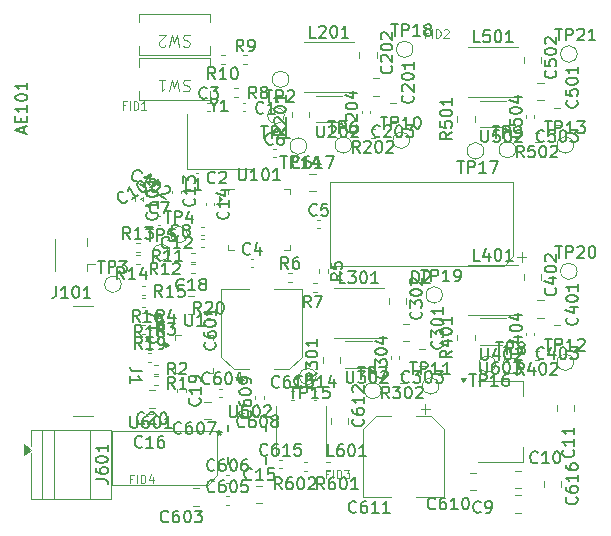
<source format=gbr>
%TF.GenerationSoftware,KiCad,Pcbnew,9.0.3*%
%TF.CreationDate,2025-12-31T13:04:55+01:00*%
%TF.ProjectId,Lars-10W-RGBW-V1,4c617273-2d31-4305-972d-524742572d56,rev?*%
%TF.SameCoordinates,Original*%
%TF.FileFunction,Legend,Top*%
%TF.FilePolarity,Positive*%
%FSLAX46Y46*%
G04 Gerber Fmt 4.6, Leading zero omitted, Abs format (unit mm)*
G04 Created by KiCad (PCBNEW 9.0.3) date 2025-12-31 13:04:55*
%MOMM*%
%LPD*%
G01*
G04 APERTURE LIST*
%ADD10C,0.150000*%
%ADD11C,0.105000*%
%ADD12C,0.100000*%
%ADD13C,0.120000*%
%ADD14C,0.152400*%
G04 APERTURE END LIST*
D10*
X141004819Y-49019047D02*
X140528628Y-49352380D01*
X141004819Y-49590475D02*
X140004819Y-49590475D01*
X140004819Y-49590475D02*
X140004819Y-49209523D01*
X140004819Y-49209523D02*
X140052438Y-49114285D01*
X140052438Y-49114285D02*
X140100057Y-49066666D01*
X140100057Y-49066666D02*
X140195295Y-49019047D01*
X140195295Y-49019047D02*
X140338152Y-49019047D01*
X140338152Y-49019047D02*
X140433390Y-49066666D01*
X140433390Y-49066666D02*
X140481009Y-49114285D01*
X140481009Y-49114285D02*
X140528628Y-49209523D01*
X140528628Y-49209523D02*
X140528628Y-49590475D01*
X140004819Y-48114285D02*
X140004819Y-48590475D01*
X140004819Y-48590475D02*
X140481009Y-48638094D01*
X140481009Y-48638094D02*
X140433390Y-48590475D01*
X140433390Y-48590475D02*
X140385771Y-48495237D01*
X140385771Y-48495237D02*
X140385771Y-48257142D01*
X140385771Y-48257142D02*
X140433390Y-48161904D01*
X140433390Y-48161904D02*
X140481009Y-48114285D01*
X140481009Y-48114285D02*
X140576247Y-48066666D01*
X140576247Y-48066666D02*
X140814342Y-48066666D01*
X140814342Y-48066666D02*
X140909580Y-48114285D01*
X140909580Y-48114285D02*
X140957200Y-48161904D01*
X140957200Y-48161904D02*
X141004819Y-48257142D01*
X141004819Y-48257142D02*
X141004819Y-48495237D01*
X141004819Y-48495237D02*
X140957200Y-48590475D01*
X140957200Y-48590475D02*
X140909580Y-48638094D01*
X140004819Y-47447618D02*
X140004819Y-47352380D01*
X140004819Y-47352380D02*
X140052438Y-47257142D01*
X140052438Y-47257142D02*
X140100057Y-47209523D01*
X140100057Y-47209523D02*
X140195295Y-47161904D01*
X140195295Y-47161904D02*
X140385771Y-47114285D01*
X140385771Y-47114285D02*
X140623866Y-47114285D01*
X140623866Y-47114285D02*
X140814342Y-47161904D01*
X140814342Y-47161904D02*
X140909580Y-47209523D01*
X140909580Y-47209523D02*
X140957200Y-47257142D01*
X140957200Y-47257142D02*
X141004819Y-47352380D01*
X141004819Y-47352380D02*
X141004819Y-47447618D01*
X141004819Y-47447618D02*
X140957200Y-47542856D01*
X140957200Y-47542856D02*
X140909580Y-47590475D01*
X140909580Y-47590475D02*
X140814342Y-47638094D01*
X140814342Y-47638094D02*
X140623866Y-47685713D01*
X140623866Y-47685713D02*
X140385771Y-47685713D01*
X140385771Y-47685713D02*
X140195295Y-47638094D01*
X140195295Y-47638094D02*
X140100057Y-47590475D01*
X140100057Y-47590475D02*
X140052438Y-47542856D01*
X140052438Y-47542856D02*
X140004819Y-47447618D01*
X141004819Y-46161904D02*
X141004819Y-46733332D01*
X141004819Y-46447618D02*
X140004819Y-46447618D01*
X140004819Y-46447618D02*
X140147676Y-46542856D01*
X140147676Y-46542856D02*
X140242914Y-46638094D01*
X140242914Y-46638094D02*
X140290533Y-46733332D01*
X141004819Y-67519047D02*
X140528628Y-67852380D01*
X141004819Y-68090475D02*
X140004819Y-68090475D01*
X140004819Y-68090475D02*
X140004819Y-67709523D01*
X140004819Y-67709523D02*
X140052438Y-67614285D01*
X140052438Y-67614285D02*
X140100057Y-67566666D01*
X140100057Y-67566666D02*
X140195295Y-67519047D01*
X140195295Y-67519047D02*
X140338152Y-67519047D01*
X140338152Y-67519047D02*
X140433390Y-67566666D01*
X140433390Y-67566666D02*
X140481009Y-67614285D01*
X140481009Y-67614285D02*
X140528628Y-67709523D01*
X140528628Y-67709523D02*
X140528628Y-68090475D01*
X140338152Y-66661904D02*
X141004819Y-66661904D01*
X139957200Y-66899999D02*
X140671485Y-67138094D01*
X140671485Y-67138094D02*
X140671485Y-66519047D01*
X140004819Y-65947618D02*
X140004819Y-65852380D01*
X140004819Y-65852380D02*
X140052438Y-65757142D01*
X140052438Y-65757142D02*
X140100057Y-65709523D01*
X140100057Y-65709523D02*
X140195295Y-65661904D01*
X140195295Y-65661904D02*
X140385771Y-65614285D01*
X140385771Y-65614285D02*
X140623866Y-65614285D01*
X140623866Y-65614285D02*
X140814342Y-65661904D01*
X140814342Y-65661904D02*
X140909580Y-65709523D01*
X140909580Y-65709523D02*
X140957200Y-65757142D01*
X140957200Y-65757142D02*
X141004819Y-65852380D01*
X141004819Y-65852380D02*
X141004819Y-65947618D01*
X141004819Y-65947618D02*
X140957200Y-66042856D01*
X140957200Y-66042856D02*
X140909580Y-66090475D01*
X140909580Y-66090475D02*
X140814342Y-66138094D01*
X140814342Y-66138094D02*
X140623866Y-66185713D01*
X140623866Y-66185713D02*
X140385771Y-66185713D01*
X140385771Y-66185713D02*
X140195295Y-66138094D01*
X140195295Y-66138094D02*
X140100057Y-66090475D01*
X140100057Y-66090475D02*
X140052438Y-66042856D01*
X140052438Y-66042856D02*
X140004819Y-65947618D01*
X141004819Y-64661904D02*
X141004819Y-65233332D01*
X141004819Y-64947618D02*
X140004819Y-64947618D01*
X140004819Y-64947618D02*
X140147676Y-65042856D01*
X140147676Y-65042856D02*
X140242914Y-65138094D01*
X140242914Y-65138094D02*
X140290533Y-65233332D01*
X129604819Y-69419047D02*
X129128628Y-69752380D01*
X129604819Y-69990475D02*
X128604819Y-69990475D01*
X128604819Y-69990475D02*
X128604819Y-69609523D01*
X128604819Y-69609523D02*
X128652438Y-69514285D01*
X128652438Y-69514285D02*
X128700057Y-69466666D01*
X128700057Y-69466666D02*
X128795295Y-69419047D01*
X128795295Y-69419047D02*
X128938152Y-69419047D01*
X128938152Y-69419047D02*
X129033390Y-69466666D01*
X129033390Y-69466666D02*
X129081009Y-69514285D01*
X129081009Y-69514285D02*
X129128628Y-69609523D01*
X129128628Y-69609523D02*
X129128628Y-69990475D01*
X128604819Y-69085713D02*
X128604819Y-68466666D01*
X128604819Y-68466666D02*
X128985771Y-68799999D01*
X128985771Y-68799999D02*
X128985771Y-68657142D01*
X128985771Y-68657142D02*
X129033390Y-68561904D01*
X129033390Y-68561904D02*
X129081009Y-68514285D01*
X129081009Y-68514285D02*
X129176247Y-68466666D01*
X129176247Y-68466666D02*
X129414342Y-68466666D01*
X129414342Y-68466666D02*
X129509580Y-68514285D01*
X129509580Y-68514285D02*
X129557200Y-68561904D01*
X129557200Y-68561904D02*
X129604819Y-68657142D01*
X129604819Y-68657142D02*
X129604819Y-68942856D01*
X129604819Y-68942856D02*
X129557200Y-69038094D01*
X129557200Y-69038094D02*
X129509580Y-69085713D01*
X128604819Y-67847618D02*
X128604819Y-67752380D01*
X128604819Y-67752380D02*
X128652438Y-67657142D01*
X128652438Y-67657142D02*
X128700057Y-67609523D01*
X128700057Y-67609523D02*
X128795295Y-67561904D01*
X128795295Y-67561904D02*
X128985771Y-67514285D01*
X128985771Y-67514285D02*
X129223866Y-67514285D01*
X129223866Y-67514285D02*
X129414342Y-67561904D01*
X129414342Y-67561904D02*
X129509580Y-67609523D01*
X129509580Y-67609523D02*
X129557200Y-67657142D01*
X129557200Y-67657142D02*
X129604819Y-67752380D01*
X129604819Y-67752380D02*
X129604819Y-67847618D01*
X129604819Y-67847618D02*
X129557200Y-67942856D01*
X129557200Y-67942856D02*
X129509580Y-67990475D01*
X129509580Y-67990475D02*
X129414342Y-68038094D01*
X129414342Y-68038094D02*
X129223866Y-68085713D01*
X129223866Y-68085713D02*
X128985771Y-68085713D01*
X128985771Y-68085713D02*
X128795295Y-68038094D01*
X128795295Y-68038094D02*
X128700057Y-67990475D01*
X128700057Y-67990475D02*
X128652438Y-67942856D01*
X128652438Y-67942856D02*
X128604819Y-67847618D01*
X129604819Y-66561904D02*
X129604819Y-67133332D01*
X129604819Y-66847618D02*
X128604819Y-66847618D01*
X128604819Y-66847618D02*
X128747676Y-66942856D01*
X128747676Y-66942856D02*
X128842914Y-67038094D01*
X128842914Y-67038094D02*
X128890533Y-67133332D01*
X126954819Y-48719047D02*
X126478628Y-49052380D01*
X126954819Y-49290475D02*
X125954819Y-49290475D01*
X125954819Y-49290475D02*
X125954819Y-48909523D01*
X125954819Y-48909523D02*
X126002438Y-48814285D01*
X126002438Y-48814285D02*
X126050057Y-48766666D01*
X126050057Y-48766666D02*
X126145295Y-48719047D01*
X126145295Y-48719047D02*
X126288152Y-48719047D01*
X126288152Y-48719047D02*
X126383390Y-48766666D01*
X126383390Y-48766666D02*
X126431009Y-48814285D01*
X126431009Y-48814285D02*
X126478628Y-48909523D01*
X126478628Y-48909523D02*
X126478628Y-49290475D01*
X126050057Y-48338094D02*
X126002438Y-48290475D01*
X126002438Y-48290475D02*
X125954819Y-48195237D01*
X125954819Y-48195237D02*
X125954819Y-47957142D01*
X125954819Y-47957142D02*
X126002438Y-47861904D01*
X126002438Y-47861904D02*
X126050057Y-47814285D01*
X126050057Y-47814285D02*
X126145295Y-47766666D01*
X126145295Y-47766666D02*
X126240533Y-47766666D01*
X126240533Y-47766666D02*
X126383390Y-47814285D01*
X126383390Y-47814285D02*
X126954819Y-48385713D01*
X126954819Y-48385713D02*
X126954819Y-47766666D01*
X125954819Y-47147618D02*
X125954819Y-47052380D01*
X125954819Y-47052380D02*
X126002438Y-46957142D01*
X126002438Y-46957142D02*
X126050057Y-46909523D01*
X126050057Y-46909523D02*
X126145295Y-46861904D01*
X126145295Y-46861904D02*
X126335771Y-46814285D01*
X126335771Y-46814285D02*
X126573866Y-46814285D01*
X126573866Y-46814285D02*
X126764342Y-46861904D01*
X126764342Y-46861904D02*
X126859580Y-46909523D01*
X126859580Y-46909523D02*
X126907200Y-46957142D01*
X126907200Y-46957142D02*
X126954819Y-47052380D01*
X126954819Y-47052380D02*
X126954819Y-47147618D01*
X126954819Y-47147618D02*
X126907200Y-47242856D01*
X126907200Y-47242856D02*
X126859580Y-47290475D01*
X126859580Y-47290475D02*
X126764342Y-47338094D01*
X126764342Y-47338094D02*
X126573866Y-47385713D01*
X126573866Y-47385713D02*
X126335771Y-47385713D01*
X126335771Y-47385713D02*
X126145295Y-47338094D01*
X126145295Y-47338094D02*
X126050057Y-47290475D01*
X126050057Y-47290475D02*
X126002438Y-47242856D01*
X126002438Y-47242856D02*
X125954819Y-47147618D01*
X126954819Y-45861904D02*
X126954819Y-46433332D01*
X126954819Y-46147618D02*
X125954819Y-46147618D01*
X125954819Y-46147618D02*
X126097676Y-46242856D01*
X126097676Y-46242856D02*
X126192914Y-46338094D01*
X126192914Y-46338094D02*
X126240533Y-46433332D01*
X143380952Y-59904819D02*
X142904762Y-59904819D01*
X142904762Y-59904819D02*
X142904762Y-58904819D01*
X144142857Y-59238152D02*
X144142857Y-59904819D01*
X143904762Y-58857200D02*
X143666667Y-59571485D01*
X143666667Y-59571485D02*
X144285714Y-59571485D01*
X144857143Y-58904819D02*
X144952381Y-58904819D01*
X144952381Y-58904819D02*
X145047619Y-58952438D01*
X145047619Y-58952438D02*
X145095238Y-59000057D01*
X145095238Y-59000057D02*
X145142857Y-59095295D01*
X145142857Y-59095295D02*
X145190476Y-59285771D01*
X145190476Y-59285771D02*
X145190476Y-59523866D01*
X145190476Y-59523866D02*
X145142857Y-59714342D01*
X145142857Y-59714342D02*
X145095238Y-59809580D01*
X145095238Y-59809580D02*
X145047619Y-59857200D01*
X145047619Y-59857200D02*
X144952381Y-59904819D01*
X144952381Y-59904819D02*
X144857143Y-59904819D01*
X144857143Y-59904819D02*
X144761905Y-59857200D01*
X144761905Y-59857200D02*
X144714286Y-59809580D01*
X144714286Y-59809580D02*
X144666667Y-59714342D01*
X144666667Y-59714342D02*
X144619048Y-59523866D01*
X144619048Y-59523866D02*
X144619048Y-59285771D01*
X144619048Y-59285771D02*
X144666667Y-59095295D01*
X144666667Y-59095295D02*
X144714286Y-59000057D01*
X144714286Y-59000057D02*
X144761905Y-58952438D01*
X144761905Y-58952438D02*
X144857143Y-58904819D01*
X146142857Y-59904819D02*
X145571429Y-59904819D01*
X145857143Y-59904819D02*
X145857143Y-58904819D01*
X145857143Y-58904819D02*
X145761905Y-59047676D01*
X145761905Y-59047676D02*
X145666667Y-59142914D01*
X145666667Y-59142914D02*
X145571429Y-59190533D01*
X123899580Y-72619047D02*
X123947200Y-72666666D01*
X123947200Y-72666666D02*
X123994819Y-72809523D01*
X123994819Y-72809523D02*
X123994819Y-72904761D01*
X123994819Y-72904761D02*
X123947200Y-73047618D01*
X123947200Y-73047618D02*
X123851961Y-73142856D01*
X123851961Y-73142856D02*
X123756723Y-73190475D01*
X123756723Y-73190475D02*
X123566247Y-73238094D01*
X123566247Y-73238094D02*
X123423390Y-73238094D01*
X123423390Y-73238094D02*
X123232914Y-73190475D01*
X123232914Y-73190475D02*
X123137676Y-73142856D01*
X123137676Y-73142856D02*
X123042438Y-73047618D01*
X123042438Y-73047618D02*
X122994819Y-72904761D01*
X122994819Y-72904761D02*
X122994819Y-72809523D01*
X122994819Y-72809523D02*
X123042438Y-72666666D01*
X123042438Y-72666666D02*
X123090057Y-72619047D01*
X122994819Y-71761904D02*
X122994819Y-71952380D01*
X122994819Y-71952380D02*
X123042438Y-72047618D01*
X123042438Y-72047618D02*
X123090057Y-72095237D01*
X123090057Y-72095237D02*
X123232914Y-72190475D01*
X123232914Y-72190475D02*
X123423390Y-72238094D01*
X123423390Y-72238094D02*
X123804342Y-72238094D01*
X123804342Y-72238094D02*
X123899580Y-72190475D01*
X123899580Y-72190475D02*
X123947200Y-72142856D01*
X123947200Y-72142856D02*
X123994819Y-72047618D01*
X123994819Y-72047618D02*
X123994819Y-71857142D01*
X123994819Y-71857142D02*
X123947200Y-71761904D01*
X123947200Y-71761904D02*
X123899580Y-71714285D01*
X123899580Y-71714285D02*
X123804342Y-71666666D01*
X123804342Y-71666666D02*
X123566247Y-71666666D01*
X123566247Y-71666666D02*
X123471009Y-71714285D01*
X123471009Y-71714285D02*
X123423390Y-71761904D01*
X123423390Y-71761904D02*
X123375771Y-71857142D01*
X123375771Y-71857142D02*
X123375771Y-72047618D01*
X123375771Y-72047618D02*
X123423390Y-72142856D01*
X123423390Y-72142856D02*
X123471009Y-72190475D01*
X123471009Y-72190475D02*
X123566247Y-72238094D01*
X122994819Y-71047618D02*
X122994819Y-70952380D01*
X122994819Y-70952380D02*
X123042438Y-70857142D01*
X123042438Y-70857142D02*
X123090057Y-70809523D01*
X123090057Y-70809523D02*
X123185295Y-70761904D01*
X123185295Y-70761904D02*
X123375771Y-70714285D01*
X123375771Y-70714285D02*
X123613866Y-70714285D01*
X123613866Y-70714285D02*
X123804342Y-70761904D01*
X123804342Y-70761904D02*
X123899580Y-70809523D01*
X123899580Y-70809523D02*
X123947200Y-70857142D01*
X123947200Y-70857142D02*
X123994819Y-70952380D01*
X123994819Y-70952380D02*
X123994819Y-71047618D01*
X123994819Y-71047618D02*
X123947200Y-71142856D01*
X123947200Y-71142856D02*
X123899580Y-71190475D01*
X123899580Y-71190475D02*
X123804342Y-71238094D01*
X123804342Y-71238094D02*
X123613866Y-71285713D01*
X123613866Y-71285713D02*
X123375771Y-71285713D01*
X123375771Y-71285713D02*
X123185295Y-71238094D01*
X123185295Y-71238094D02*
X123090057Y-71190475D01*
X123090057Y-71190475D02*
X123042438Y-71142856D01*
X123042438Y-71142856D02*
X122994819Y-71047618D01*
X123994819Y-70238094D02*
X123994819Y-70047618D01*
X123994819Y-70047618D02*
X123947200Y-69952380D01*
X123947200Y-69952380D02*
X123899580Y-69904761D01*
X123899580Y-69904761D02*
X123756723Y-69809523D01*
X123756723Y-69809523D02*
X123566247Y-69761904D01*
X123566247Y-69761904D02*
X123185295Y-69761904D01*
X123185295Y-69761904D02*
X123090057Y-69809523D01*
X123090057Y-69809523D02*
X123042438Y-69857142D01*
X123042438Y-69857142D02*
X122994819Y-69952380D01*
X122994819Y-69952380D02*
X122994819Y-70142856D01*
X122994819Y-70142856D02*
X123042438Y-70238094D01*
X123042438Y-70238094D02*
X123090057Y-70285713D01*
X123090057Y-70285713D02*
X123185295Y-70333332D01*
X123185295Y-70333332D02*
X123423390Y-70333332D01*
X123423390Y-70333332D02*
X123518628Y-70285713D01*
X123518628Y-70285713D02*
X123566247Y-70238094D01*
X123566247Y-70238094D02*
X123613866Y-70142856D01*
X123613866Y-70142856D02*
X123613866Y-69952380D01*
X123613866Y-69952380D02*
X123566247Y-69857142D01*
X123566247Y-69857142D02*
X123518628Y-69809523D01*
X123518628Y-69809523D02*
X123423390Y-69761904D01*
X110854819Y-78385714D02*
X111569104Y-78385714D01*
X111569104Y-78385714D02*
X111711961Y-78433333D01*
X111711961Y-78433333D02*
X111807200Y-78528571D01*
X111807200Y-78528571D02*
X111854819Y-78671428D01*
X111854819Y-78671428D02*
X111854819Y-78766666D01*
X110854819Y-77480952D02*
X110854819Y-77671428D01*
X110854819Y-77671428D02*
X110902438Y-77766666D01*
X110902438Y-77766666D02*
X110950057Y-77814285D01*
X110950057Y-77814285D02*
X111092914Y-77909523D01*
X111092914Y-77909523D02*
X111283390Y-77957142D01*
X111283390Y-77957142D02*
X111664342Y-77957142D01*
X111664342Y-77957142D02*
X111759580Y-77909523D01*
X111759580Y-77909523D02*
X111807200Y-77861904D01*
X111807200Y-77861904D02*
X111854819Y-77766666D01*
X111854819Y-77766666D02*
X111854819Y-77576190D01*
X111854819Y-77576190D02*
X111807200Y-77480952D01*
X111807200Y-77480952D02*
X111759580Y-77433333D01*
X111759580Y-77433333D02*
X111664342Y-77385714D01*
X111664342Y-77385714D02*
X111426247Y-77385714D01*
X111426247Y-77385714D02*
X111331009Y-77433333D01*
X111331009Y-77433333D02*
X111283390Y-77480952D01*
X111283390Y-77480952D02*
X111235771Y-77576190D01*
X111235771Y-77576190D02*
X111235771Y-77766666D01*
X111235771Y-77766666D02*
X111283390Y-77861904D01*
X111283390Y-77861904D02*
X111331009Y-77909523D01*
X111331009Y-77909523D02*
X111426247Y-77957142D01*
X110854819Y-76766666D02*
X110854819Y-76671428D01*
X110854819Y-76671428D02*
X110902438Y-76576190D01*
X110902438Y-76576190D02*
X110950057Y-76528571D01*
X110950057Y-76528571D02*
X111045295Y-76480952D01*
X111045295Y-76480952D02*
X111235771Y-76433333D01*
X111235771Y-76433333D02*
X111473866Y-76433333D01*
X111473866Y-76433333D02*
X111664342Y-76480952D01*
X111664342Y-76480952D02*
X111759580Y-76528571D01*
X111759580Y-76528571D02*
X111807200Y-76576190D01*
X111807200Y-76576190D02*
X111854819Y-76671428D01*
X111854819Y-76671428D02*
X111854819Y-76766666D01*
X111854819Y-76766666D02*
X111807200Y-76861904D01*
X111807200Y-76861904D02*
X111759580Y-76909523D01*
X111759580Y-76909523D02*
X111664342Y-76957142D01*
X111664342Y-76957142D02*
X111473866Y-77004761D01*
X111473866Y-77004761D02*
X111235771Y-77004761D01*
X111235771Y-77004761D02*
X111045295Y-76957142D01*
X111045295Y-76957142D02*
X110950057Y-76909523D01*
X110950057Y-76909523D02*
X110902438Y-76861904D01*
X110902438Y-76861904D02*
X110854819Y-76766666D01*
X111854819Y-75480952D02*
X111854819Y-76052380D01*
X111854819Y-75766666D02*
X110854819Y-75766666D01*
X110854819Y-75766666D02*
X110997676Y-75861904D01*
X110997676Y-75861904D02*
X111092914Y-75957142D01*
X111092914Y-75957142D02*
X111140533Y-76052380D01*
X119757142Y-64384819D02*
X119423809Y-63908628D01*
X119185714Y-64384819D02*
X119185714Y-63384819D01*
X119185714Y-63384819D02*
X119566666Y-63384819D01*
X119566666Y-63384819D02*
X119661904Y-63432438D01*
X119661904Y-63432438D02*
X119709523Y-63480057D01*
X119709523Y-63480057D02*
X119757142Y-63575295D01*
X119757142Y-63575295D02*
X119757142Y-63718152D01*
X119757142Y-63718152D02*
X119709523Y-63813390D01*
X119709523Y-63813390D02*
X119661904Y-63861009D01*
X119661904Y-63861009D02*
X119566666Y-63908628D01*
X119566666Y-63908628D02*
X119185714Y-63908628D01*
X120138095Y-63480057D02*
X120185714Y-63432438D01*
X120185714Y-63432438D02*
X120280952Y-63384819D01*
X120280952Y-63384819D02*
X120519047Y-63384819D01*
X120519047Y-63384819D02*
X120614285Y-63432438D01*
X120614285Y-63432438D02*
X120661904Y-63480057D01*
X120661904Y-63480057D02*
X120709523Y-63575295D01*
X120709523Y-63575295D02*
X120709523Y-63670533D01*
X120709523Y-63670533D02*
X120661904Y-63813390D01*
X120661904Y-63813390D02*
X120090476Y-64384819D01*
X120090476Y-64384819D02*
X120709523Y-64384819D01*
X121328571Y-63384819D02*
X121423809Y-63384819D01*
X121423809Y-63384819D02*
X121519047Y-63432438D01*
X121519047Y-63432438D02*
X121566666Y-63480057D01*
X121566666Y-63480057D02*
X121614285Y-63575295D01*
X121614285Y-63575295D02*
X121661904Y-63765771D01*
X121661904Y-63765771D02*
X121661904Y-64003866D01*
X121661904Y-64003866D02*
X121614285Y-64194342D01*
X121614285Y-64194342D02*
X121566666Y-64289580D01*
X121566666Y-64289580D02*
X121519047Y-64337200D01*
X121519047Y-64337200D02*
X121423809Y-64384819D01*
X121423809Y-64384819D02*
X121328571Y-64384819D01*
X121328571Y-64384819D02*
X121233333Y-64337200D01*
X121233333Y-64337200D02*
X121185714Y-64289580D01*
X121185714Y-64289580D02*
X121138095Y-64194342D01*
X121138095Y-64194342D02*
X121090476Y-64003866D01*
X121090476Y-64003866D02*
X121090476Y-63765771D01*
X121090476Y-63765771D02*
X121138095Y-63575295D01*
X121138095Y-63575295D02*
X121185714Y-63480057D01*
X121185714Y-63480057D02*
X121233333Y-63432438D01*
X121233333Y-63432438D02*
X121328571Y-63384819D01*
X128280952Y-70499580D02*
X128233333Y-70547200D01*
X128233333Y-70547200D02*
X128090476Y-70594819D01*
X128090476Y-70594819D02*
X127995238Y-70594819D01*
X127995238Y-70594819D02*
X127852381Y-70547200D01*
X127852381Y-70547200D02*
X127757143Y-70451961D01*
X127757143Y-70451961D02*
X127709524Y-70356723D01*
X127709524Y-70356723D02*
X127661905Y-70166247D01*
X127661905Y-70166247D02*
X127661905Y-70023390D01*
X127661905Y-70023390D02*
X127709524Y-69832914D01*
X127709524Y-69832914D02*
X127757143Y-69737676D01*
X127757143Y-69737676D02*
X127852381Y-69642438D01*
X127852381Y-69642438D02*
X127995238Y-69594819D01*
X127995238Y-69594819D02*
X128090476Y-69594819D01*
X128090476Y-69594819D02*
X128233333Y-69642438D01*
X128233333Y-69642438D02*
X128280952Y-69690057D01*
X129138095Y-69594819D02*
X128947619Y-69594819D01*
X128947619Y-69594819D02*
X128852381Y-69642438D01*
X128852381Y-69642438D02*
X128804762Y-69690057D01*
X128804762Y-69690057D02*
X128709524Y-69832914D01*
X128709524Y-69832914D02*
X128661905Y-70023390D01*
X128661905Y-70023390D02*
X128661905Y-70404342D01*
X128661905Y-70404342D02*
X128709524Y-70499580D01*
X128709524Y-70499580D02*
X128757143Y-70547200D01*
X128757143Y-70547200D02*
X128852381Y-70594819D01*
X128852381Y-70594819D02*
X129042857Y-70594819D01*
X129042857Y-70594819D02*
X129138095Y-70547200D01*
X129138095Y-70547200D02*
X129185714Y-70499580D01*
X129185714Y-70499580D02*
X129233333Y-70404342D01*
X129233333Y-70404342D02*
X129233333Y-70166247D01*
X129233333Y-70166247D02*
X129185714Y-70071009D01*
X129185714Y-70071009D02*
X129138095Y-70023390D01*
X129138095Y-70023390D02*
X129042857Y-69975771D01*
X129042857Y-69975771D02*
X128852381Y-69975771D01*
X128852381Y-69975771D02*
X128757143Y-70023390D01*
X128757143Y-70023390D02*
X128709524Y-70071009D01*
X128709524Y-70071009D02*
X128661905Y-70166247D01*
X130185714Y-70594819D02*
X129614286Y-70594819D01*
X129900000Y-70594819D02*
X129900000Y-69594819D01*
X129900000Y-69594819D02*
X129804762Y-69737676D01*
X129804762Y-69737676D02*
X129709524Y-69832914D01*
X129709524Y-69832914D02*
X129614286Y-69880533D01*
X131042857Y-69928152D02*
X131042857Y-70594819D01*
X130804762Y-69547200D02*
X130566667Y-70261485D01*
X130566667Y-70261485D02*
X131185714Y-70261485D01*
X137380952Y-70139580D02*
X137333333Y-70187200D01*
X137333333Y-70187200D02*
X137190476Y-70234819D01*
X137190476Y-70234819D02*
X137095238Y-70234819D01*
X137095238Y-70234819D02*
X136952381Y-70187200D01*
X136952381Y-70187200D02*
X136857143Y-70091961D01*
X136857143Y-70091961D02*
X136809524Y-69996723D01*
X136809524Y-69996723D02*
X136761905Y-69806247D01*
X136761905Y-69806247D02*
X136761905Y-69663390D01*
X136761905Y-69663390D02*
X136809524Y-69472914D01*
X136809524Y-69472914D02*
X136857143Y-69377676D01*
X136857143Y-69377676D02*
X136952381Y-69282438D01*
X136952381Y-69282438D02*
X137095238Y-69234819D01*
X137095238Y-69234819D02*
X137190476Y-69234819D01*
X137190476Y-69234819D02*
X137333333Y-69282438D01*
X137333333Y-69282438D02*
X137380952Y-69330057D01*
X137714286Y-69234819D02*
X138333333Y-69234819D01*
X138333333Y-69234819D02*
X138000000Y-69615771D01*
X138000000Y-69615771D02*
X138142857Y-69615771D01*
X138142857Y-69615771D02*
X138238095Y-69663390D01*
X138238095Y-69663390D02*
X138285714Y-69711009D01*
X138285714Y-69711009D02*
X138333333Y-69806247D01*
X138333333Y-69806247D02*
X138333333Y-70044342D01*
X138333333Y-70044342D02*
X138285714Y-70139580D01*
X138285714Y-70139580D02*
X138238095Y-70187200D01*
X138238095Y-70187200D02*
X138142857Y-70234819D01*
X138142857Y-70234819D02*
X137857143Y-70234819D01*
X137857143Y-70234819D02*
X137761905Y-70187200D01*
X137761905Y-70187200D02*
X137714286Y-70139580D01*
X138952381Y-69234819D02*
X139047619Y-69234819D01*
X139047619Y-69234819D02*
X139142857Y-69282438D01*
X139142857Y-69282438D02*
X139190476Y-69330057D01*
X139190476Y-69330057D02*
X139238095Y-69425295D01*
X139238095Y-69425295D02*
X139285714Y-69615771D01*
X139285714Y-69615771D02*
X139285714Y-69853866D01*
X139285714Y-69853866D02*
X139238095Y-70044342D01*
X139238095Y-70044342D02*
X139190476Y-70139580D01*
X139190476Y-70139580D02*
X139142857Y-70187200D01*
X139142857Y-70187200D02*
X139047619Y-70234819D01*
X139047619Y-70234819D02*
X138952381Y-70234819D01*
X138952381Y-70234819D02*
X138857143Y-70187200D01*
X138857143Y-70187200D02*
X138809524Y-70139580D01*
X138809524Y-70139580D02*
X138761905Y-70044342D01*
X138761905Y-70044342D02*
X138714286Y-69853866D01*
X138714286Y-69853866D02*
X138714286Y-69615771D01*
X138714286Y-69615771D02*
X138761905Y-69425295D01*
X138761905Y-69425295D02*
X138809524Y-69330057D01*
X138809524Y-69330057D02*
X138857143Y-69282438D01*
X138857143Y-69282438D02*
X138952381Y-69234819D01*
X139619048Y-69234819D02*
X140238095Y-69234819D01*
X140238095Y-69234819D02*
X139904762Y-69615771D01*
X139904762Y-69615771D02*
X140047619Y-69615771D01*
X140047619Y-69615771D02*
X140142857Y-69663390D01*
X140142857Y-69663390D02*
X140190476Y-69711009D01*
X140190476Y-69711009D02*
X140238095Y-69806247D01*
X140238095Y-69806247D02*
X140238095Y-70044342D01*
X140238095Y-70044342D02*
X140190476Y-70139580D01*
X140190476Y-70139580D02*
X140142857Y-70187200D01*
X140142857Y-70187200D02*
X140047619Y-70234819D01*
X140047619Y-70234819D02*
X139761905Y-70234819D01*
X139761905Y-70234819D02*
X139666667Y-70187200D01*
X139666667Y-70187200D02*
X139619048Y-70139580D01*
X119619580Y-71542857D02*
X119667200Y-71590476D01*
X119667200Y-71590476D02*
X119714819Y-71733333D01*
X119714819Y-71733333D02*
X119714819Y-71828571D01*
X119714819Y-71828571D02*
X119667200Y-71971428D01*
X119667200Y-71971428D02*
X119571961Y-72066666D01*
X119571961Y-72066666D02*
X119476723Y-72114285D01*
X119476723Y-72114285D02*
X119286247Y-72161904D01*
X119286247Y-72161904D02*
X119143390Y-72161904D01*
X119143390Y-72161904D02*
X118952914Y-72114285D01*
X118952914Y-72114285D02*
X118857676Y-72066666D01*
X118857676Y-72066666D02*
X118762438Y-71971428D01*
X118762438Y-71971428D02*
X118714819Y-71828571D01*
X118714819Y-71828571D02*
X118714819Y-71733333D01*
X118714819Y-71733333D02*
X118762438Y-71590476D01*
X118762438Y-71590476D02*
X118810057Y-71542857D01*
X119714819Y-70590476D02*
X119714819Y-71161904D01*
X119714819Y-70876190D02*
X118714819Y-70876190D01*
X118714819Y-70876190D02*
X118857676Y-70971428D01*
X118857676Y-70971428D02*
X118952914Y-71066666D01*
X118952914Y-71066666D02*
X119000533Y-71161904D01*
X119714819Y-70114285D02*
X119714819Y-69923809D01*
X119714819Y-69923809D02*
X119667200Y-69828571D01*
X119667200Y-69828571D02*
X119619580Y-69780952D01*
X119619580Y-69780952D02*
X119476723Y-69685714D01*
X119476723Y-69685714D02*
X119286247Y-69638095D01*
X119286247Y-69638095D02*
X118905295Y-69638095D01*
X118905295Y-69638095D02*
X118810057Y-69685714D01*
X118810057Y-69685714D02*
X118762438Y-69733333D01*
X118762438Y-69733333D02*
X118714819Y-69828571D01*
X118714819Y-69828571D02*
X118714819Y-70019047D01*
X118714819Y-70019047D02*
X118762438Y-70114285D01*
X118762438Y-70114285D02*
X118810057Y-70161904D01*
X118810057Y-70161904D02*
X118905295Y-70209523D01*
X118905295Y-70209523D02*
X119143390Y-70209523D01*
X119143390Y-70209523D02*
X119238628Y-70161904D01*
X119238628Y-70161904D02*
X119286247Y-70114285D01*
X119286247Y-70114285D02*
X119333866Y-70019047D01*
X119333866Y-70019047D02*
X119333866Y-69828571D01*
X119333866Y-69828571D02*
X119286247Y-69733333D01*
X119286247Y-69733333D02*
X119238628Y-69685714D01*
X119238628Y-69685714D02*
X119143390Y-69638095D01*
X133459580Y-73319047D02*
X133507200Y-73366666D01*
X133507200Y-73366666D02*
X133554819Y-73509523D01*
X133554819Y-73509523D02*
X133554819Y-73604761D01*
X133554819Y-73604761D02*
X133507200Y-73747618D01*
X133507200Y-73747618D02*
X133411961Y-73842856D01*
X133411961Y-73842856D02*
X133316723Y-73890475D01*
X133316723Y-73890475D02*
X133126247Y-73938094D01*
X133126247Y-73938094D02*
X132983390Y-73938094D01*
X132983390Y-73938094D02*
X132792914Y-73890475D01*
X132792914Y-73890475D02*
X132697676Y-73842856D01*
X132697676Y-73842856D02*
X132602438Y-73747618D01*
X132602438Y-73747618D02*
X132554819Y-73604761D01*
X132554819Y-73604761D02*
X132554819Y-73509523D01*
X132554819Y-73509523D02*
X132602438Y-73366666D01*
X132602438Y-73366666D02*
X132650057Y-73319047D01*
X132554819Y-72461904D02*
X132554819Y-72652380D01*
X132554819Y-72652380D02*
X132602438Y-72747618D01*
X132602438Y-72747618D02*
X132650057Y-72795237D01*
X132650057Y-72795237D02*
X132792914Y-72890475D01*
X132792914Y-72890475D02*
X132983390Y-72938094D01*
X132983390Y-72938094D02*
X133364342Y-72938094D01*
X133364342Y-72938094D02*
X133459580Y-72890475D01*
X133459580Y-72890475D02*
X133507200Y-72842856D01*
X133507200Y-72842856D02*
X133554819Y-72747618D01*
X133554819Y-72747618D02*
X133554819Y-72557142D01*
X133554819Y-72557142D02*
X133507200Y-72461904D01*
X133507200Y-72461904D02*
X133459580Y-72414285D01*
X133459580Y-72414285D02*
X133364342Y-72366666D01*
X133364342Y-72366666D02*
X133126247Y-72366666D01*
X133126247Y-72366666D02*
X133031009Y-72414285D01*
X133031009Y-72414285D02*
X132983390Y-72461904D01*
X132983390Y-72461904D02*
X132935771Y-72557142D01*
X132935771Y-72557142D02*
X132935771Y-72747618D01*
X132935771Y-72747618D02*
X132983390Y-72842856D01*
X132983390Y-72842856D02*
X133031009Y-72890475D01*
X133031009Y-72890475D02*
X133126247Y-72938094D01*
X133554819Y-71414285D02*
X133554819Y-71985713D01*
X133554819Y-71699999D02*
X132554819Y-71699999D01*
X132554819Y-71699999D02*
X132697676Y-71795237D01*
X132697676Y-71795237D02*
X132792914Y-71890475D01*
X132792914Y-71890475D02*
X132840533Y-71985713D01*
X132650057Y-71033332D02*
X132602438Y-70985713D01*
X132602438Y-70985713D02*
X132554819Y-70890475D01*
X132554819Y-70890475D02*
X132554819Y-70652380D01*
X132554819Y-70652380D02*
X132602438Y-70557142D01*
X132602438Y-70557142D02*
X132650057Y-70509523D01*
X132650057Y-70509523D02*
X132745295Y-70461904D01*
X132745295Y-70461904D02*
X132840533Y-70461904D01*
X132840533Y-70461904D02*
X132983390Y-70509523D01*
X132983390Y-70509523D02*
X133554819Y-71080951D01*
X133554819Y-71080951D02*
X133554819Y-70461904D01*
X114757142Y-67384819D02*
X114423809Y-66908628D01*
X114185714Y-67384819D02*
X114185714Y-66384819D01*
X114185714Y-66384819D02*
X114566666Y-66384819D01*
X114566666Y-66384819D02*
X114661904Y-66432438D01*
X114661904Y-66432438D02*
X114709523Y-66480057D01*
X114709523Y-66480057D02*
X114757142Y-66575295D01*
X114757142Y-66575295D02*
X114757142Y-66718152D01*
X114757142Y-66718152D02*
X114709523Y-66813390D01*
X114709523Y-66813390D02*
X114661904Y-66861009D01*
X114661904Y-66861009D02*
X114566666Y-66908628D01*
X114566666Y-66908628D02*
X114185714Y-66908628D01*
X115709523Y-67384819D02*
X115138095Y-67384819D01*
X115423809Y-67384819D02*
X115423809Y-66384819D01*
X115423809Y-66384819D02*
X115328571Y-66527676D01*
X115328571Y-66527676D02*
X115233333Y-66622914D01*
X115233333Y-66622914D02*
X115138095Y-66670533D01*
X116185714Y-67384819D02*
X116376190Y-67384819D01*
X116376190Y-67384819D02*
X116471428Y-67337200D01*
X116471428Y-67337200D02*
X116519047Y-67289580D01*
X116519047Y-67289580D02*
X116614285Y-67146723D01*
X116614285Y-67146723D02*
X116661904Y-66956247D01*
X116661904Y-66956247D02*
X116661904Y-66575295D01*
X116661904Y-66575295D02*
X116614285Y-66480057D01*
X116614285Y-66480057D02*
X116566666Y-66432438D01*
X116566666Y-66432438D02*
X116471428Y-66384819D01*
X116471428Y-66384819D02*
X116280952Y-66384819D01*
X116280952Y-66384819D02*
X116185714Y-66432438D01*
X116185714Y-66432438D02*
X116138095Y-66480057D01*
X116138095Y-66480057D02*
X116090476Y-66575295D01*
X116090476Y-66575295D02*
X116090476Y-66813390D01*
X116090476Y-66813390D02*
X116138095Y-66908628D01*
X116138095Y-66908628D02*
X116185714Y-66956247D01*
X116185714Y-66956247D02*
X116280952Y-67003866D01*
X116280952Y-67003866D02*
X116471428Y-67003866D01*
X116471428Y-67003866D02*
X116566666Y-66956247D01*
X116566666Y-66956247D02*
X116614285Y-66908628D01*
X116614285Y-66908628D02*
X116661904Y-66813390D01*
X137661905Y-61799819D02*
X137661905Y-60799819D01*
X137661905Y-60799819D02*
X137900000Y-60799819D01*
X137900000Y-60799819D02*
X138042857Y-60847438D01*
X138042857Y-60847438D02*
X138138095Y-60942676D01*
X138138095Y-60942676D02*
X138185714Y-61037914D01*
X138185714Y-61037914D02*
X138233333Y-61228390D01*
X138233333Y-61228390D02*
X138233333Y-61371247D01*
X138233333Y-61371247D02*
X138185714Y-61561723D01*
X138185714Y-61561723D02*
X138138095Y-61656961D01*
X138138095Y-61656961D02*
X138042857Y-61752200D01*
X138042857Y-61752200D02*
X137900000Y-61799819D01*
X137900000Y-61799819D02*
X137661905Y-61799819D01*
X138614286Y-60895057D02*
X138661905Y-60847438D01*
X138661905Y-60847438D02*
X138757143Y-60799819D01*
X138757143Y-60799819D02*
X138995238Y-60799819D01*
X138995238Y-60799819D02*
X139090476Y-60847438D01*
X139090476Y-60847438D02*
X139138095Y-60895057D01*
X139138095Y-60895057D02*
X139185714Y-60990295D01*
X139185714Y-60990295D02*
X139185714Y-61085533D01*
X139185714Y-61085533D02*
X139138095Y-61228390D01*
X139138095Y-61228390D02*
X138566667Y-61799819D01*
X138566667Y-61799819D02*
X139185714Y-61799819D01*
X146799580Y-48819047D02*
X146847200Y-48866666D01*
X146847200Y-48866666D02*
X146894819Y-49009523D01*
X146894819Y-49009523D02*
X146894819Y-49104761D01*
X146894819Y-49104761D02*
X146847200Y-49247618D01*
X146847200Y-49247618D02*
X146751961Y-49342856D01*
X146751961Y-49342856D02*
X146656723Y-49390475D01*
X146656723Y-49390475D02*
X146466247Y-49438094D01*
X146466247Y-49438094D02*
X146323390Y-49438094D01*
X146323390Y-49438094D02*
X146132914Y-49390475D01*
X146132914Y-49390475D02*
X146037676Y-49342856D01*
X146037676Y-49342856D02*
X145942438Y-49247618D01*
X145942438Y-49247618D02*
X145894819Y-49104761D01*
X145894819Y-49104761D02*
X145894819Y-49009523D01*
X145894819Y-49009523D02*
X145942438Y-48866666D01*
X145942438Y-48866666D02*
X145990057Y-48819047D01*
X145894819Y-47914285D02*
X145894819Y-48390475D01*
X145894819Y-48390475D02*
X146371009Y-48438094D01*
X146371009Y-48438094D02*
X146323390Y-48390475D01*
X146323390Y-48390475D02*
X146275771Y-48295237D01*
X146275771Y-48295237D02*
X146275771Y-48057142D01*
X146275771Y-48057142D02*
X146323390Y-47961904D01*
X146323390Y-47961904D02*
X146371009Y-47914285D01*
X146371009Y-47914285D02*
X146466247Y-47866666D01*
X146466247Y-47866666D02*
X146704342Y-47866666D01*
X146704342Y-47866666D02*
X146799580Y-47914285D01*
X146799580Y-47914285D02*
X146847200Y-47961904D01*
X146847200Y-47961904D02*
X146894819Y-48057142D01*
X146894819Y-48057142D02*
X146894819Y-48295237D01*
X146894819Y-48295237D02*
X146847200Y-48390475D01*
X146847200Y-48390475D02*
X146799580Y-48438094D01*
X145894819Y-47247618D02*
X145894819Y-47152380D01*
X145894819Y-47152380D02*
X145942438Y-47057142D01*
X145942438Y-47057142D02*
X145990057Y-47009523D01*
X145990057Y-47009523D02*
X146085295Y-46961904D01*
X146085295Y-46961904D02*
X146275771Y-46914285D01*
X146275771Y-46914285D02*
X146513866Y-46914285D01*
X146513866Y-46914285D02*
X146704342Y-46961904D01*
X146704342Y-46961904D02*
X146799580Y-47009523D01*
X146799580Y-47009523D02*
X146847200Y-47057142D01*
X146847200Y-47057142D02*
X146894819Y-47152380D01*
X146894819Y-47152380D02*
X146894819Y-47247618D01*
X146894819Y-47247618D02*
X146847200Y-47342856D01*
X146847200Y-47342856D02*
X146799580Y-47390475D01*
X146799580Y-47390475D02*
X146704342Y-47438094D01*
X146704342Y-47438094D02*
X146513866Y-47485713D01*
X146513866Y-47485713D02*
X146275771Y-47485713D01*
X146275771Y-47485713D02*
X146085295Y-47438094D01*
X146085295Y-47438094D02*
X145990057Y-47390475D01*
X145990057Y-47390475D02*
X145942438Y-47342856D01*
X145942438Y-47342856D02*
X145894819Y-47247618D01*
X146228152Y-46057142D02*
X146894819Y-46057142D01*
X145847200Y-46295237D02*
X146561485Y-46533332D01*
X146561485Y-46533332D02*
X146561485Y-45914285D01*
X122965714Y-52074819D02*
X122965714Y-52884342D01*
X122965714Y-52884342D02*
X123013333Y-52979580D01*
X123013333Y-52979580D02*
X123060952Y-53027200D01*
X123060952Y-53027200D02*
X123156190Y-53074819D01*
X123156190Y-53074819D02*
X123346666Y-53074819D01*
X123346666Y-53074819D02*
X123441904Y-53027200D01*
X123441904Y-53027200D02*
X123489523Y-52979580D01*
X123489523Y-52979580D02*
X123537142Y-52884342D01*
X123537142Y-52884342D02*
X123537142Y-52074819D01*
X124537142Y-53074819D02*
X123965714Y-53074819D01*
X124251428Y-53074819D02*
X124251428Y-52074819D01*
X124251428Y-52074819D02*
X124156190Y-52217676D01*
X124156190Y-52217676D02*
X124060952Y-52312914D01*
X124060952Y-52312914D02*
X123965714Y-52360533D01*
X125156190Y-52074819D02*
X125251428Y-52074819D01*
X125251428Y-52074819D02*
X125346666Y-52122438D01*
X125346666Y-52122438D02*
X125394285Y-52170057D01*
X125394285Y-52170057D02*
X125441904Y-52265295D01*
X125441904Y-52265295D02*
X125489523Y-52455771D01*
X125489523Y-52455771D02*
X125489523Y-52693866D01*
X125489523Y-52693866D02*
X125441904Y-52884342D01*
X125441904Y-52884342D02*
X125394285Y-52979580D01*
X125394285Y-52979580D02*
X125346666Y-53027200D01*
X125346666Y-53027200D02*
X125251428Y-53074819D01*
X125251428Y-53074819D02*
X125156190Y-53074819D01*
X125156190Y-53074819D02*
X125060952Y-53027200D01*
X125060952Y-53027200D02*
X125013333Y-52979580D01*
X125013333Y-52979580D02*
X124965714Y-52884342D01*
X124965714Y-52884342D02*
X124918095Y-52693866D01*
X124918095Y-52693866D02*
X124918095Y-52455771D01*
X124918095Y-52455771D02*
X124965714Y-52265295D01*
X124965714Y-52265295D02*
X125013333Y-52170057D01*
X125013333Y-52170057D02*
X125060952Y-52122438D01*
X125060952Y-52122438D02*
X125156190Y-52074819D01*
X126441904Y-53074819D02*
X125870476Y-53074819D01*
X126156190Y-53074819D02*
X126156190Y-52074819D01*
X126156190Y-52074819D02*
X126060952Y-52217676D01*
X126060952Y-52217676D02*
X125965714Y-52312914D01*
X125965714Y-52312914D02*
X125870476Y-52360533D01*
X122019580Y-55742857D02*
X122067200Y-55790476D01*
X122067200Y-55790476D02*
X122114819Y-55933333D01*
X122114819Y-55933333D02*
X122114819Y-56028571D01*
X122114819Y-56028571D02*
X122067200Y-56171428D01*
X122067200Y-56171428D02*
X121971961Y-56266666D01*
X121971961Y-56266666D02*
X121876723Y-56314285D01*
X121876723Y-56314285D02*
X121686247Y-56361904D01*
X121686247Y-56361904D02*
X121543390Y-56361904D01*
X121543390Y-56361904D02*
X121352914Y-56314285D01*
X121352914Y-56314285D02*
X121257676Y-56266666D01*
X121257676Y-56266666D02*
X121162438Y-56171428D01*
X121162438Y-56171428D02*
X121114819Y-56028571D01*
X121114819Y-56028571D02*
X121114819Y-55933333D01*
X121114819Y-55933333D02*
X121162438Y-55790476D01*
X121162438Y-55790476D02*
X121210057Y-55742857D01*
X122114819Y-54790476D02*
X122114819Y-55361904D01*
X122114819Y-55076190D02*
X121114819Y-55076190D01*
X121114819Y-55076190D02*
X121257676Y-55171428D01*
X121257676Y-55171428D02*
X121352914Y-55266666D01*
X121352914Y-55266666D02*
X121400533Y-55361904D01*
X121448152Y-53933333D02*
X122114819Y-53933333D01*
X121067200Y-54171428D02*
X121781485Y-54409523D01*
X121781485Y-54409523D02*
X121781485Y-53790476D01*
X125380952Y-76299580D02*
X125333333Y-76347200D01*
X125333333Y-76347200D02*
X125190476Y-76394819D01*
X125190476Y-76394819D02*
X125095238Y-76394819D01*
X125095238Y-76394819D02*
X124952381Y-76347200D01*
X124952381Y-76347200D02*
X124857143Y-76251961D01*
X124857143Y-76251961D02*
X124809524Y-76156723D01*
X124809524Y-76156723D02*
X124761905Y-75966247D01*
X124761905Y-75966247D02*
X124761905Y-75823390D01*
X124761905Y-75823390D02*
X124809524Y-75632914D01*
X124809524Y-75632914D02*
X124857143Y-75537676D01*
X124857143Y-75537676D02*
X124952381Y-75442438D01*
X124952381Y-75442438D02*
X125095238Y-75394819D01*
X125095238Y-75394819D02*
X125190476Y-75394819D01*
X125190476Y-75394819D02*
X125333333Y-75442438D01*
X125333333Y-75442438D02*
X125380952Y-75490057D01*
X126238095Y-75394819D02*
X126047619Y-75394819D01*
X126047619Y-75394819D02*
X125952381Y-75442438D01*
X125952381Y-75442438D02*
X125904762Y-75490057D01*
X125904762Y-75490057D02*
X125809524Y-75632914D01*
X125809524Y-75632914D02*
X125761905Y-75823390D01*
X125761905Y-75823390D02*
X125761905Y-76204342D01*
X125761905Y-76204342D02*
X125809524Y-76299580D01*
X125809524Y-76299580D02*
X125857143Y-76347200D01*
X125857143Y-76347200D02*
X125952381Y-76394819D01*
X125952381Y-76394819D02*
X126142857Y-76394819D01*
X126142857Y-76394819D02*
X126238095Y-76347200D01*
X126238095Y-76347200D02*
X126285714Y-76299580D01*
X126285714Y-76299580D02*
X126333333Y-76204342D01*
X126333333Y-76204342D02*
X126333333Y-75966247D01*
X126333333Y-75966247D02*
X126285714Y-75871009D01*
X126285714Y-75871009D02*
X126238095Y-75823390D01*
X126238095Y-75823390D02*
X126142857Y-75775771D01*
X126142857Y-75775771D02*
X125952381Y-75775771D01*
X125952381Y-75775771D02*
X125857143Y-75823390D01*
X125857143Y-75823390D02*
X125809524Y-75871009D01*
X125809524Y-75871009D02*
X125761905Y-75966247D01*
X127285714Y-76394819D02*
X126714286Y-76394819D01*
X127000000Y-76394819D02*
X127000000Y-75394819D01*
X127000000Y-75394819D02*
X126904762Y-75537676D01*
X126904762Y-75537676D02*
X126809524Y-75632914D01*
X126809524Y-75632914D02*
X126714286Y-75680533D01*
X128190476Y-75394819D02*
X127714286Y-75394819D01*
X127714286Y-75394819D02*
X127666667Y-75871009D01*
X127666667Y-75871009D02*
X127714286Y-75823390D01*
X127714286Y-75823390D02*
X127809524Y-75775771D01*
X127809524Y-75775771D02*
X128047619Y-75775771D01*
X128047619Y-75775771D02*
X128142857Y-75823390D01*
X128142857Y-75823390D02*
X128190476Y-75871009D01*
X128190476Y-75871009D02*
X128238095Y-75966247D01*
X128238095Y-75966247D02*
X128238095Y-76204342D01*
X128238095Y-76204342D02*
X128190476Y-76299580D01*
X128190476Y-76299580D02*
X128142857Y-76347200D01*
X128142857Y-76347200D02*
X128047619Y-76394819D01*
X128047619Y-76394819D02*
X127809524Y-76394819D01*
X127809524Y-76394819D02*
X127714286Y-76347200D01*
X127714286Y-76347200D02*
X127666667Y-76299580D01*
X132085714Y-69254819D02*
X132085714Y-70064342D01*
X132085714Y-70064342D02*
X132133333Y-70159580D01*
X132133333Y-70159580D02*
X132180952Y-70207200D01*
X132180952Y-70207200D02*
X132276190Y-70254819D01*
X132276190Y-70254819D02*
X132466666Y-70254819D01*
X132466666Y-70254819D02*
X132561904Y-70207200D01*
X132561904Y-70207200D02*
X132609523Y-70159580D01*
X132609523Y-70159580D02*
X132657142Y-70064342D01*
X132657142Y-70064342D02*
X132657142Y-69254819D01*
X133038095Y-69254819D02*
X133657142Y-69254819D01*
X133657142Y-69254819D02*
X133323809Y-69635771D01*
X133323809Y-69635771D02*
X133466666Y-69635771D01*
X133466666Y-69635771D02*
X133561904Y-69683390D01*
X133561904Y-69683390D02*
X133609523Y-69731009D01*
X133609523Y-69731009D02*
X133657142Y-69826247D01*
X133657142Y-69826247D02*
X133657142Y-70064342D01*
X133657142Y-70064342D02*
X133609523Y-70159580D01*
X133609523Y-70159580D02*
X133561904Y-70207200D01*
X133561904Y-70207200D02*
X133466666Y-70254819D01*
X133466666Y-70254819D02*
X133180952Y-70254819D01*
X133180952Y-70254819D02*
X133085714Y-70207200D01*
X133085714Y-70207200D02*
X133038095Y-70159580D01*
X134276190Y-69254819D02*
X134371428Y-69254819D01*
X134371428Y-69254819D02*
X134466666Y-69302438D01*
X134466666Y-69302438D02*
X134514285Y-69350057D01*
X134514285Y-69350057D02*
X134561904Y-69445295D01*
X134561904Y-69445295D02*
X134609523Y-69635771D01*
X134609523Y-69635771D02*
X134609523Y-69873866D01*
X134609523Y-69873866D02*
X134561904Y-70064342D01*
X134561904Y-70064342D02*
X134514285Y-70159580D01*
X134514285Y-70159580D02*
X134466666Y-70207200D01*
X134466666Y-70207200D02*
X134371428Y-70254819D01*
X134371428Y-70254819D02*
X134276190Y-70254819D01*
X134276190Y-70254819D02*
X134180952Y-70207200D01*
X134180952Y-70207200D02*
X134133333Y-70159580D01*
X134133333Y-70159580D02*
X134085714Y-70064342D01*
X134085714Y-70064342D02*
X134038095Y-69873866D01*
X134038095Y-69873866D02*
X134038095Y-69635771D01*
X134038095Y-69635771D02*
X134085714Y-69445295D01*
X134085714Y-69445295D02*
X134133333Y-69350057D01*
X134133333Y-69350057D02*
X134180952Y-69302438D01*
X134180952Y-69302438D02*
X134276190Y-69254819D01*
X134990476Y-69350057D02*
X135038095Y-69302438D01*
X135038095Y-69302438D02*
X135133333Y-69254819D01*
X135133333Y-69254819D02*
X135371428Y-69254819D01*
X135371428Y-69254819D02*
X135466666Y-69302438D01*
X135466666Y-69302438D02*
X135514285Y-69350057D01*
X135514285Y-69350057D02*
X135561904Y-69445295D01*
X135561904Y-69445295D02*
X135561904Y-69540533D01*
X135561904Y-69540533D02*
X135514285Y-69683390D01*
X135514285Y-69683390D02*
X134942857Y-70254819D01*
X134942857Y-70254819D02*
X135561904Y-70254819D01*
X113757142Y-58054819D02*
X113423809Y-57578628D01*
X113185714Y-58054819D02*
X113185714Y-57054819D01*
X113185714Y-57054819D02*
X113566666Y-57054819D01*
X113566666Y-57054819D02*
X113661904Y-57102438D01*
X113661904Y-57102438D02*
X113709523Y-57150057D01*
X113709523Y-57150057D02*
X113757142Y-57245295D01*
X113757142Y-57245295D02*
X113757142Y-57388152D01*
X113757142Y-57388152D02*
X113709523Y-57483390D01*
X113709523Y-57483390D02*
X113661904Y-57531009D01*
X113661904Y-57531009D02*
X113566666Y-57578628D01*
X113566666Y-57578628D02*
X113185714Y-57578628D01*
X114709523Y-58054819D02*
X114138095Y-58054819D01*
X114423809Y-58054819D02*
X114423809Y-57054819D01*
X114423809Y-57054819D02*
X114328571Y-57197676D01*
X114328571Y-57197676D02*
X114233333Y-57292914D01*
X114233333Y-57292914D02*
X114138095Y-57340533D01*
X115042857Y-57054819D02*
X115661904Y-57054819D01*
X115661904Y-57054819D02*
X115328571Y-57435771D01*
X115328571Y-57435771D02*
X115471428Y-57435771D01*
X115471428Y-57435771D02*
X115566666Y-57483390D01*
X115566666Y-57483390D02*
X115614285Y-57531009D01*
X115614285Y-57531009D02*
X115661904Y-57626247D01*
X115661904Y-57626247D02*
X115661904Y-57864342D01*
X115661904Y-57864342D02*
X115614285Y-57959580D01*
X115614285Y-57959580D02*
X115566666Y-58007200D01*
X115566666Y-58007200D02*
X115471428Y-58054819D01*
X115471428Y-58054819D02*
X115185714Y-58054819D01*
X115185714Y-58054819D02*
X115090476Y-58007200D01*
X115090476Y-58007200D02*
X115042857Y-57959580D01*
X127261905Y-70554819D02*
X127833333Y-70554819D01*
X127547619Y-71554819D02*
X127547619Y-70554819D01*
X128166667Y-71554819D02*
X128166667Y-70554819D01*
X128166667Y-70554819D02*
X128547619Y-70554819D01*
X128547619Y-70554819D02*
X128642857Y-70602438D01*
X128642857Y-70602438D02*
X128690476Y-70650057D01*
X128690476Y-70650057D02*
X128738095Y-70745295D01*
X128738095Y-70745295D02*
X128738095Y-70888152D01*
X128738095Y-70888152D02*
X128690476Y-70983390D01*
X128690476Y-70983390D02*
X128642857Y-71031009D01*
X128642857Y-71031009D02*
X128547619Y-71078628D01*
X128547619Y-71078628D02*
X128166667Y-71078628D01*
X129690476Y-71554819D02*
X129119048Y-71554819D01*
X129404762Y-71554819D02*
X129404762Y-70554819D01*
X129404762Y-70554819D02*
X129309524Y-70697676D01*
X129309524Y-70697676D02*
X129214286Y-70792914D01*
X129214286Y-70792914D02*
X129119048Y-70840533D01*
X130595238Y-70554819D02*
X130119048Y-70554819D01*
X130119048Y-70554819D02*
X130071429Y-71031009D01*
X130071429Y-71031009D02*
X130119048Y-70983390D01*
X130119048Y-70983390D02*
X130214286Y-70935771D01*
X130214286Y-70935771D02*
X130452381Y-70935771D01*
X130452381Y-70935771D02*
X130547619Y-70983390D01*
X130547619Y-70983390D02*
X130595238Y-71031009D01*
X130595238Y-71031009D02*
X130642857Y-71126247D01*
X130642857Y-71126247D02*
X130642857Y-71364342D01*
X130642857Y-71364342D02*
X130595238Y-71459580D01*
X130595238Y-71459580D02*
X130547619Y-71507200D01*
X130547619Y-71507200D02*
X130452381Y-71554819D01*
X130452381Y-71554819D02*
X130214286Y-71554819D01*
X130214286Y-71554819D02*
X130119048Y-71507200D01*
X130119048Y-71507200D02*
X130071429Y-71459580D01*
X117557328Y-70731213D02*
X117223995Y-70255022D01*
X116985900Y-70731213D02*
X116985900Y-69731213D01*
X116985900Y-69731213D02*
X117366852Y-69731213D01*
X117366852Y-69731213D02*
X117462090Y-69778832D01*
X117462090Y-69778832D02*
X117509709Y-69826451D01*
X117509709Y-69826451D02*
X117557328Y-69921689D01*
X117557328Y-69921689D02*
X117557328Y-70064546D01*
X117557328Y-70064546D02*
X117509709Y-70159784D01*
X117509709Y-70159784D02*
X117462090Y-70207403D01*
X117462090Y-70207403D02*
X117366852Y-70255022D01*
X117366852Y-70255022D02*
X116985900Y-70255022D01*
X118509709Y-70731213D02*
X117938281Y-70731213D01*
X118223995Y-70731213D02*
X118223995Y-69731213D01*
X118223995Y-69731213D02*
X118128757Y-69874070D01*
X118128757Y-69874070D02*
X118033519Y-69969308D01*
X118033519Y-69969308D02*
X117938281Y-70016927D01*
X120823809Y-46778628D02*
X120823809Y-47254819D01*
X120490476Y-46254819D02*
X120823809Y-46778628D01*
X120823809Y-46778628D02*
X121157142Y-46254819D01*
X122014285Y-47254819D02*
X121442857Y-47254819D01*
X121728571Y-47254819D02*
X121728571Y-46254819D01*
X121728571Y-46254819D02*
X121633333Y-46397676D01*
X121633333Y-46397676D02*
X121538095Y-46492914D01*
X121538095Y-46492914D02*
X121442857Y-46540533D01*
X125238095Y-45452819D02*
X125809523Y-45452819D01*
X125523809Y-46452819D02*
X125523809Y-45452819D01*
X126142857Y-46452819D02*
X126142857Y-45452819D01*
X126142857Y-45452819D02*
X126523809Y-45452819D01*
X126523809Y-45452819D02*
X126619047Y-45500438D01*
X126619047Y-45500438D02*
X126666666Y-45548057D01*
X126666666Y-45548057D02*
X126714285Y-45643295D01*
X126714285Y-45643295D02*
X126714285Y-45786152D01*
X126714285Y-45786152D02*
X126666666Y-45881390D01*
X126666666Y-45881390D02*
X126619047Y-45929009D01*
X126619047Y-45929009D02*
X126523809Y-45976628D01*
X126523809Y-45976628D02*
X126142857Y-45976628D01*
X127095238Y-45548057D02*
X127142857Y-45500438D01*
X127142857Y-45500438D02*
X127238095Y-45452819D01*
X127238095Y-45452819D02*
X127476190Y-45452819D01*
X127476190Y-45452819D02*
X127571428Y-45500438D01*
X127571428Y-45500438D02*
X127619047Y-45548057D01*
X127619047Y-45548057D02*
X127666666Y-45643295D01*
X127666666Y-45643295D02*
X127666666Y-45738533D01*
X127666666Y-45738533D02*
X127619047Y-45881390D01*
X127619047Y-45881390D02*
X127047619Y-46452819D01*
X127047619Y-46452819D02*
X127666666Y-46452819D01*
X118290147Y-62319246D02*
X118242528Y-62366866D01*
X118242528Y-62366866D02*
X118099671Y-62414485D01*
X118099671Y-62414485D02*
X118004433Y-62414485D01*
X118004433Y-62414485D02*
X117861576Y-62366866D01*
X117861576Y-62366866D02*
X117766338Y-62271627D01*
X117766338Y-62271627D02*
X117718719Y-62176389D01*
X117718719Y-62176389D02*
X117671100Y-61985913D01*
X117671100Y-61985913D02*
X117671100Y-61843056D01*
X117671100Y-61843056D02*
X117718719Y-61652580D01*
X117718719Y-61652580D02*
X117766338Y-61557342D01*
X117766338Y-61557342D02*
X117861576Y-61462104D01*
X117861576Y-61462104D02*
X118004433Y-61414485D01*
X118004433Y-61414485D02*
X118099671Y-61414485D01*
X118099671Y-61414485D02*
X118242528Y-61462104D01*
X118242528Y-61462104D02*
X118290147Y-61509723D01*
X119242528Y-62414485D02*
X118671100Y-62414485D01*
X118956814Y-62414485D02*
X118956814Y-61414485D01*
X118956814Y-61414485D02*
X118861576Y-61557342D01*
X118861576Y-61557342D02*
X118766338Y-61652580D01*
X118766338Y-61652580D02*
X118671100Y-61700199D01*
X119813957Y-61843056D02*
X119718719Y-61795437D01*
X119718719Y-61795437D02*
X119671100Y-61747818D01*
X119671100Y-61747818D02*
X119623481Y-61652580D01*
X119623481Y-61652580D02*
X119623481Y-61604961D01*
X119623481Y-61604961D02*
X119671100Y-61509723D01*
X119671100Y-61509723D02*
X119718719Y-61462104D01*
X119718719Y-61462104D02*
X119813957Y-61414485D01*
X119813957Y-61414485D02*
X120004433Y-61414485D01*
X120004433Y-61414485D02*
X120099671Y-61462104D01*
X120099671Y-61462104D02*
X120147290Y-61509723D01*
X120147290Y-61509723D02*
X120194909Y-61604961D01*
X120194909Y-61604961D02*
X120194909Y-61652580D01*
X120194909Y-61652580D02*
X120147290Y-61747818D01*
X120147290Y-61747818D02*
X120099671Y-61795437D01*
X120099671Y-61795437D02*
X120004433Y-61843056D01*
X120004433Y-61843056D02*
X119813957Y-61843056D01*
X119813957Y-61843056D02*
X119718719Y-61890675D01*
X119718719Y-61890675D02*
X119671100Y-61938294D01*
X119671100Y-61938294D02*
X119623481Y-62033532D01*
X119623481Y-62033532D02*
X119623481Y-62224008D01*
X119623481Y-62224008D02*
X119671100Y-62319246D01*
X119671100Y-62319246D02*
X119718719Y-62366866D01*
X119718719Y-62366866D02*
X119813957Y-62414485D01*
X119813957Y-62414485D02*
X120004433Y-62414485D01*
X120004433Y-62414485D02*
X120099671Y-62366866D01*
X120099671Y-62366866D02*
X120147290Y-62319246D01*
X120147290Y-62319246D02*
X120194909Y-62224008D01*
X120194909Y-62224008D02*
X120194909Y-62033532D01*
X120194909Y-62033532D02*
X120147290Y-61938294D01*
X120147290Y-61938294D02*
X120099671Y-61890675D01*
X120099671Y-61890675D02*
X120004433Y-61843056D01*
X113785714Y-73054819D02*
X113785714Y-73864342D01*
X113785714Y-73864342D02*
X113833333Y-73959580D01*
X113833333Y-73959580D02*
X113880952Y-74007200D01*
X113880952Y-74007200D02*
X113976190Y-74054819D01*
X113976190Y-74054819D02*
X114166666Y-74054819D01*
X114166666Y-74054819D02*
X114261904Y-74007200D01*
X114261904Y-74007200D02*
X114309523Y-73959580D01*
X114309523Y-73959580D02*
X114357142Y-73864342D01*
X114357142Y-73864342D02*
X114357142Y-73054819D01*
X115261904Y-73054819D02*
X115071428Y-73054819D01*
X115071428Y-73054819D02*
X114976190Y-73102438D01*
X114976190Y-73102438D02*
X114928571Y-73150057D01*
X114928571Y-73150057D02*
X114833333Y-73292914D01*
X114833333Y-73292914D02*
X114785714Y-73483390D01*
X114785714Y-73483390D02*
X114785714Y-73864342D01*
X114785714Y-73864342D02*
X114833333Y-73959580D01*
X114833333Y-73959580D02*
X114880952Y-74007200D01*
X114880952Y-74007200D02*
X114976190Y-74054819D01*
X114976190Y-74054819D02*
X115166666Y-74054819D01*
X115166666Y-74054819D02*
X115261904Y-74007200D01*
X115261904Y-74007200D02*
X115309523Y-73959580D01*
X115309523Y-73959580D02*
X115357142Y-73864342D01*
X115357142Y-73864342D02*
X115357142Y-73626247D01*
X115357142Y-73626247D02*
X115309523Y-73531009D01*
X115309523Y-73531009D02*
X115261904Y-73483390D01*
X115261904Y-73483390D02*
X115166666Y-73435771D01*
X115166666Y-73435771D02*
X114976190Y-73435771D01*
X114976190Y-73435771D02*
X114880952Y-73483390D01*
X114880952Y-73483390D02*
X114833333Y-73531009D01*
X114833333Y-73531009D02*
X114785714Y-73626247D01*
X115976190Y-73054819D02*
X116071428Y-73054819D01*
X116071428Y-73054819D02*
X116166666Y-73102438D01*
X116166666Y-73102438D02*
X116214285Y-73150057D01*
X116214285Y-73150057D02*
X116261904Y-73245295D01*
X116261904Y-73245295D02*
X116309523Y-73435771D01*
X116309523Y-73435771D02*
X116309523Y-73673866D01*
X116309523Y-73673866D02*
X116261904Y-73864342D01*
X116261904Y-73864342D02*
X116214285Y-73959580D01*
X116214285Y-73959580D02*
X116166666Y-74007200D01*
X116166666Y-74007200D02*
X116071428Y-74054819D01*
X116071428Y-74054819D02*
X115976190Y-74054819D01*
X115976190Y-74054819D02*
X115880952Y-74007200D01*
X115880952Y-74007200D02*
X115833333Y-73959580D01*
X115833333Y-73959580D02*
X115785714Y-73864342D01*
X115785714Y-73864342D02*
X115738095Y-73673866D01*
X115738095Y-73673866D02*
X115738095Y-73435771D01*
X115738095Y-73435771D02*
X115785714Y-73245295D01*
X115785714Y-73245295D02*
X115833333Y-73150057D01*
X115833333Y-73150057D02*
X115880952Y-73102438D01*
X115880952Y-73102438D02*
X115976190Y-73054819D01*
X117261904Y-74054819D02*
X116690476Y-74054819D01*
X116976190Y-74054819D02*
X116976190Y-73054819D01*
X116976190Y-73054819D02*
X116880952Y-73197676D01*
X116880952Y-73197676D02*
X116785714Y-73292914D01*
X116785714Y-73292914D02*
X116690476Y-73340533D01*
X143485714Y-67304819D02*
X143485714Y-68114342D01*
X143485714Y-68114342D02*
X143533333Y-68209580D01*
X143533333Y-68209580D02*
X143580952Y-68257200D01*
X143580952Y-68257200D02*
X143676190Y-68304819D01*
X143676190Y-68304819D02*
X143866666Y-68304819D01*
X143866666Y-68304819D02*
X143961904Y-68257200D01*
X143961904Y-68257200D02*
X144009523Y-68209580D01*
X144009523Y-68209580D02*
X144057142Y-68114342D01*
X144057142Y-68114342D02*
X144057142Y-67304819D01*
X144961904Y-67638152D02*
X144961904Y-68304819D01*
X144723809Y-67257200D02*
X144485714Y-67971485D01*
X144485714Y-67971485D02*
X145104761Y-67971485D01*
X145676190Y-67304819D02*
X145771428Y-67304819D01*
X145771428Y-67304819D02*
X145866666Y-67352438D01*
X145866666Y-67352438D02*
X145914285Y-67400057D01*
X145914285Y-67400057D02*
X145961904Y-67495295D01*
X145961904Y-67495295D02*
X146009523Y-67685771D01*
X146009523Y-67685771D02*
X146009523Y-67923866D01*
X146009523Y-67923866D02*
X145961904Y-68114342D01*
X145961904Y-68114342D02*
X145914285Y-68209580D01*
X145914285Y-68209580D02*
X145866666Y-68257200D01*
X145866666Y-68257200D02*
X145771428Y-68304819D01*
X145771428Y-68304819D02*
X145676190Y-68304819D01*
X145676190Y-68304819D02*
X145580952Y-68257200D01*
X145580952Y-68257200D02*
X145533333Y-68209580D01*
X145533333Y-68209580D02*
X145485714Y-68114342D01*
X145485714Y-68114342D02*
X145438095Y-67923866D01*
X145438095Y-67923866D02*
X145438095Y-67685771D01*
X145438095Y-67685771D02*
X145485714Y-67495295D01*
X145485714Y-67495295D02*
X145533333Y-67400057D01*
X145533333Y-67400057D02*
X145580952Y-67352438D01*
X145580952Y-67352438D02*
X145676190Y-67304819D01*
X146390476Y-67400057D02*
X146438095Y-67352438D01*
X146438095Y-67352438D02*
X146533333Y-67304819D01*
X146533333Y-67304819D02*
X146771428Y-67304819D01*
X146771428Y-67304819D02*
X146866666Y-67352438D01*
X146866666Y-67352438D02*
X146914285Y-67400057D01*
X146914285Y-67400057D02*
X146961904Y-67495295D01*
X146961904Y-67495295D02*
X146961904Y-67590533D01*
X146961904Y-67590533D02*
X146914285Y-67733390D01*
X146914285Y-67733390D02*
X146342857Y-68304819D01*
X146342857Y-68304819D02*
X146961904Y-68304819D01*
X116457142Y-62954819D02*
X116123809Y-62478628D01*
X115885714Y-62954819D02*
X115885714Y-61954819D01*
X115885714Y-61954819D02*
X116266666Y-61954819D01*
X116266666Y-61954819D02*
X116361904Y-62002438D01*
X116361904Y-62002438D02*
X116409523Y-62050057D01*
X116409523Y-62050057D02*
X116457142Y-62145295D01*
X116457142Y-62145295D02*
X116457142Y-62288152D01*
X116457142Y-62288152D02*
X116409523Y-62383390D01*
X116409523Y-62383390D02*
X116361904Y-62431009D01*
X116361904Y-62431009D02*
X116266666Y-62478628D01*
X116266666Y-62478628D02*
X115885714Y-62478628D01*
X117409523Y-62954819D02*
X116838095Y-62954819D01*
X117123809Y-62954819D02*
X117123809Y-61954819D01*
X117123809Y-61954819D02*
X117028571Y-62097676D01*
X117028571Y-62097676D02*
X116933333Y-62192914D01*
X116933333Y-62192914D02*
X116838095Y-62240533D01*
X118314285Y-61954819D02*
X117838095Y-61954819D01*
X117838095Y-61954819D02*
X117790476Y-62431009D01*
X117790476Y-62431009D02*
X117838095Y-62383390D01*
X117838095Y-62383390D02*
X117933333Y-62335771D01*
X117933333Y-62335771D02*
X118171428Y-62335771D01*
X118171428Y-62335771D02*
X118266666Y-62383390D01*
X118266666Y-62383390D02*
X118314285Y-62431009D01*
X118314285Y-62431009D02*
X118361904Y-62526247D01*
X118361904Y-62526247D02*
X118361904Y-62764342D01*
X118361904Y-62764342D02*
X118314285Y-62859580D01*
X118314285Y-62859580D02*
X118266666Y-62907200D01*
X118266666Y-62907200D02*
X118171428Y-62954819D01*
X118171428Y-62954819D02*
X117933333Y-62954819D01*
X117933333Y-62954819D02*
X117838095Y-62907200D01*
X117838095Y-62907200D02*
X117790476Y-62859580D01*
X143380952Y-41404819D02*
X142904762Y-41404819D01*
X142904762Y-41404819D02*
X142904762Y-40404819D01*
X144190476Y-40404819D02*
X143714286Y-40404819D01*
X143714286Y-40404819D02*
X143666667Y-40881009D01*
X143666667Y-40881009D02*
X143714286Y-40833390D01*
X143714286Y-40833390D02*
X143809524Y-40785771D01*
X143809524Y-40785771D02*
X144047619Y-40785771D01*
X144047619Y-40785771D02*
X144142857Y-40833390D01*
X144142857Y-40833390D02*
X144190476Y-40881009D01*
X144190476Y-40881009D02*
X144238095Y-40976247D01*
X144238095Y-40976247D02*
X144238095Y-41214342D01*
X144238095Y-41214342D02*
X144190476Y-41309580D01*
X144190476Y-41309580D02*
X144142857Y-41357200D01*
X144142857Y-41357200D02*
X144047619Y-41404819D01*
X144047619Y-41404819D02*
X143809524Y-41404819D01*
X143809524Y-41404819D02*
X143714286Y-41357200D01*
X143714286Y-41357200D02*
X143666667Y-41309580D01*
X144857143Y-40404819D02*
X144952381Y-40404819D01*
X144952381Y-40404819D02*
X145047619Y-40452438D01*
X145047619Y-40452438D02*
X145095238Y-40500057D01*
X145095238Y-40500057D02*
X145142857Y-40595295D01*
X145142857Y-40595295D02*
X145190476Y-40785771D01*
X145190476Y-40785771D02*
X145190476Y-41023866D01*
X145190476Y-41023866D02*
X145142857Y-41214342D01*
X145142857Y-41214342D02*
X145095238Y-41309580D01*
X145095238Y-41309580D02*
X145047619Y-41357200D01*
X145047619Y-41357200D02*
X144952381Y-41404819D01*
X144952381Y-41404819D02*
X144857143Y-41404819D01*
X144857143Y-41404819D02*
X144761905Y-41357200D01*
X144761905Y-41357200D02*
X144714286Y-41309580D01*
X144714286Y-41309580D02*
X144666667Y-41214342D01*
X144666667Y-41214342D02*
X144619048Y-41023866D01*
X144619048Y-41023866D02*
X144619048Y-40785771D01*
X144619048Y-40785771D02*
X144666667Y-40595295D01*
X144666667Y-40595295D02*
X144714286Y-40500057D01*
X144714286Y-40500057D02*
X144761905Y-40452438D01*
X144761905Y-40452438D02*
X144857143Y-40404819D01*
X146142857Y-41404819D02*
X145571429Y-41404819D01*
X145857143Y-41404819D02*
X145857143Y-40404819D01*
X145857143Y-40404819D02*
X145761905Y-40547676D01*
X145761905Y-40547676D02*
X145666667Y-40642914D01*
X145666667Y-40642914D02*
X145571429Y-40690533D01*
X131980952Y-61804819D02*
X131504762Y-61804819D01*
X131504762Y-61804819D02*
X131504762Y-60804819D01*
X132219048Y-60804819D02*
X132838095Y-60804819D01*
X132838095Y-60804819D02*
X132504762Y-61185771D01*
X132504762Y-61185771D02*
X132647619Y-61185771D01*
X132647619Y-61185771D02*
X132742857Y-61233390D01*
X132742857Y-61233390D02*
X132790476Y-61281009D01*
X132790476Y-61281009D02*
X132838095Y-61376247D01*
X132838095Y-61376247D02*
X132838095Y-61614342D01*
X132838095Y-61614342D02*
X132790476Y-61709580D01*
X132790476Y-61709580D02*
X132742857Y-61757200D01*
X132742857Y-61757200D02*
X132647619Y-61804819D01*
X132647619Y-61804819D02*
X132361905Y-61804819D01*
X132361905Y-61804819D02*
X132266667Y-61757200D01*
X132266667Y-61757200D02*
X132219048Y-61709580D01*
X133457143Y-60804819D02*
X133552381Y-60804819D01*
X133552381Y-60804819D02*
X133647619Y-60852438D01*
X133647619Y-60852438D02*
X133695238Y-60900057D01*
X133695238Y-60900057D02*
X133742857Y-60995295D01*
X133742857Y-60995295D02*
X133790476Y-61185771D01*
X133790476Y-61185771D02*
X133790476Y-61423866D01*
X133790476Y-61423866D02*
X133742857Y-61614342D01*
X133742857Y-61614342D02*
X133695238Y-61709580D01*
X133695238Y-61709580D02*
X133647619Y-61757200D01*
X133647619Y-61757200D02*
X133552381Y-61804819D01*
X133552381Y-61804819D02*
X133457143Y-61804819D01*
X133457143Y-61804819D02*
X133361905Y-61757200D01*
X133361905Y-61757200D02*
X133314286Y-61709580D01*
X133314286Y-61709580D02*
X133266667Y-61614342D01*
X133266667Y-61614342D02*
X133219048Y-61423866D01*
X133219048Y-61423866D02*
X133219048Y-61185771D01*
X133219048Y-61185771D02*
X133266667Y-60995295D01*
X133266667Y-60995295D02*
X133314286Y-60900057D01*
X133314286Y-60900057D02*
X133361905Y-60852438D01*
X133361905Y-60852438D02*
X133457143Y-60804819D01*
X134742857Y-61804819D02*
X134171429Y-61804819D01*
X134457143Y-61804819D02*
X134457143Y-60804819D01*
X134457143Y-60804819D02*
X134361905Y-60947676D01*
X134361905Y-60947676D02*
X134266667Y-61042914D01*
X134266667Y-61042914D02*
X134171429Y-61090533D01*
X132904580Y-48424047D02*
X132952200Y-48471666D01*
X132952200Y-48471666D02*
X132999819Y-48614523D01*
X132999819Y-48614523D02*
X132999819Y-48709761D01*
X132999819Y-48709761D02*
X132952200Y-48852618D01*
X132952200Y-48852618D02*
X132856961Y-48947856D01*
X132856961Y-48947856D02*
X132761723Y-48995475D01*
X132761723Y-48995475D02*
X132571247Y-49043094D01*
X132571247Y-49043094D02*
X132428390Y-49043094D01*
X132428390Y-49043094D02*
X132237914Y-48995475D01*
X132237914Y-48995475D02*
X132142676Y-48947856D01*
X132142676Y-48947856D02*
X132047438Y-48852618D01*
X132047438Y-48852618D02*
X131999819Y-48709761D01*
X131999819Y-48709761D02*
X131999819Y-48614523D01*
X131999819Y-48614523D02*
X132047438Y-48471666D01*
X132047438Y-48471666D02*
X132095057Y-48424047D01*
X132095057Y-48043094D02*
X132047438Y-47995475D01*
X132047438Y-47995475D02*
X131999819Y-47900237D01*
X131999819Y-47900237D02*
X131999819Y-47662142D01*
X131999819Y-47662142D02*
X132047438Y-47566904D01*
X132047438Y-47566904D02*
X132095057Y-47519285D01*
X132095057Y-47519285D02*
X132190295Y-47471666D01*
X132190295Y-47471666D02*
X132285533Y-47471666D01*
X132285533Y-47471666D02*
X132428390Y-47519285D01*
X132428390Y-47519285D02*
X132999819Y-48090713D01*
X132999819Y-48090713D02*
X132999819Y-47471666D01*
X131999819Y-46852618D02*
X131999819Y-46757380D01*
X131999819Y-46757380D02*
X132047438Y-46662142D01*
X132047438Y-46662142D02*
X132095057Y-46614523D01*
X132095057Y-46614523D02*
X132190295Y-46566904D01*
X132190295Y-46566904D02*
X132380771Y-46519285D01*
X132380771Y-46519285D02*
X132618866Y-46519285D01*
X132618866Y-46519285D02*
X132809342Y-46566904D01*
X132809342Y-46566904D02*
X132904580Y-46614523D01*
X132904580Y-46614523D02*
X132952200Y-46662142D01*
X132952200Y-46662142D02*
X132999819Y-46757380D01*
X132999819Y-46757380D02*
X132999819Y-46852618D01*
X132999819Y-46852618D02*
X132952200Y-46947856D01*
X132952200Y-46947856D02*
X132904580Y-46995475D01*
X132904580Y-46995475D02*
X132809342Y-47043094D01*
X132809342Y-47043094D02*
X132618866Y-47090713D01*
X132618866Y-47090713D02*
X132380771Y-47090713D01*
X132380771Y-47090713D02*
X132190295Y-47043094D01*
X132190295Y-47043094D02*
X132095057Y-46995475D01*
X132095057Y-46995475D02*
X132047438Y-46947856D01*
X132047438Y-46947856D02*
X131999819Y-46852618D01*
X132333152Y-45662142D02*
X132999819Y-45662142D01*
X131952200Y-45900237D02*
X132666485Y-46138332D01*
X132666485Y-46138332D02*
X132666485Y-45519285D01*
X137664580Y-45924047D02*
X137712200Y-45971666D01*
X137712200Y-45971666D02*
X137759819Y-46114523D01*
X137759819Y-46114523D02*
X137759819Y-46209761D01*
X137759819Y-46209761D02*
X137712200Y-46352618D01*
X137712200Y-46352618D02*
X137616961Y-46447856D01*
X137616961Y-46447856D02*
X137521723Y-46495475D01*
X137521723Y-46495475D02*
X137331247Y-46543094D01*
X137331247Y-46543094D02*
X137188390Y-46543094D01*
X137188390Y-46543094D02*
X136997914Y-46495475D01*
X136997914Y-46495475D02*
X136902676Y-46447856D01*
X136902676Y-46447856D02*
X136807438Y-46352618D01*
X136807438Y-46352618D02*
X136759819Y-46209761D01*
X136759819Y-46209761D02*
X136759819Y-46114523D01*
X136759819Y-46114523D02*
X136807438Y-45971666D01*
X136807438Y-45971666D02*
X136855057Y-45924047D01*
X136855057Y-45543094D02*
X136807438Y-45495475D01*
X136807438Y-45495475D02*
X136759819Y-45400237D01*
X136759819Y-45400237D02*
X136759819Y-45162142D01*
X136759819Y-45162142D02*
X136807438Y-45066904D01*
X136807438Y-45066904D02*
X136855057Y-45019285D01*
X136855057Y-45019285D02*
X136950295Y-44971666D01*
X136950295Y-44971666D02*
X137045533Y-44971666D01*
X137045533Y-44971666D02*
X137188390Y-45019285D01*
X137188390Y-45019285D02*
X137759819Y-45590713D01*
X137759819Y-45590713D02*
X137759819Y-44971666D01*
X136759819Y-44352618D02*
X136759819Y-44257380D01*
X136759819Y-44257380D02*
X136807438Y-44162142D01*
X136807438Y-44162142D02*
X136855057Y-44114523D01*
X136855057Y-44114523D02*
X136950295Y-44066904D01*
X136950295Y-44066904D02*
X137140771Y-44019285D01*
X137140771Y-44019285D02*
X137378866Y-44019285D01*
X137378866Y-44019285D02*
X137569342Y-44066904D01*
X137569342Y-44066904D02*
X137664580Y-44114523D01*
X137664580Y-44114523D02*
X137712200Y-44162142D01*
X137712200Y-44162142D02*
X137759819Y-44257380D01*
X137759819Y-44257380D02*
X137759819Y-44352618D01*
X137759819Y-44352618D02*
X137712200Y-44447856D01*
X137712200Y-44447856D02*
X137664580Y-44495475D01*
X137664580Y-44495475D02*
X137569342Y-44543094D01*
X137569342Y-44543094D02*
X137378866Y-44590713D01*
X137378866Y-44590713D02*
X137140771Y-44590713D01*
X137140771Y-44590713D02*
X136950295Y-44543094D01*
X136950295Y-44543094D02*
X136855057Y-44495475D01*
X136855057Y-44495475D02*
X136807438Y-44447856D01*
X136807438Y-44447856D02*
X136759819Y-44352618D01*
X137759819Y-43066904D02*
X137759819Y-43638332D01*
X137759819Y-43352618D02*
X136759819Y-43352618D01*
X136759819Y-43352618D02*
X136902676Y-43447856D01*
X136902676Y-43447856D02*
X136997914Y-43543094D01*
X136997914Y-43543094D02*
X137045533Y-43638332D01*
X138361905Y-60654819D02*
X138933333Y-60654819D01*
X138647619Y-61654819D02*
X138647619Y-60654819D01*
X139266667Y-61654819D02*
X139266667Y-60654819D01*
X139266667Y-60654819D02*
X139647619Y-60654819D01*
X139647619Y-60654819D02*
X139742857Y-60702438D01*
X139742857Y-60702438D02*
X139790476Y-60750057D01*
X139790476Y-60750057D02*
X139838095Y-60845295D01*
X139838095Y-60845295D02*
X139838095Y-60988152D01*
X139838095Y-60988152D02*
X139790476Y-61083390D01*
X139790476Y-61083390D02*
X139742857Y-61131009D01*
X139742857Y-61131009D02*
X139647619Y-61178628D01*
X139647619Y-61178628D02*
X139266667Y-61178628D01*
X140790476Y-61654819D02*
X140219048Y-61654819D01*
X140504762Y-61654819D02*
X140504762Y-60654819D01*
X140504762Y-60654819D02*
X140409524Y-60797676D01*
X140409524Y-60797676D02*
X140314286Y-60892914D01*
X140314286Y-60892914D02*
X140219048Y-60940533D01*
X141266667Y-61654819D02*
X141457143Y-61654819D01*
X141457143Y-61654819D02*
X141552381Y-61607200D01*
X141552381Y-61607200D02*
X141600000Y-61559580D01*
X141600000Y-61559580D02*
X141695238Y-61416723D01*
X141695238Y-61416723D02*
X141742857Y-61226247D01*
X141742857Y-61226247D02*
X141742857Y-60845295D01*
X141742857Y-60845295D02*
X141695238Y-60750057D01*
X141695238Y-60750057D02*
X141647619Y-60702438D01*
X141647619Y-60702438D02*
X141552381Y-60654819D01*
X141552381Y-60654819D02*
X141361905Y-60654819D01*
X141361905Y-60654819D02*
X141266667Y-60702438D01*
X141266667Y-60702438D02*
X141219048Y-60750057D01*
X141219048Y-60750057D02*
X141171429Y-60845295D01*
X141171429Y-60845295D02*
X141171429Y-61083390D01*
X141171429Y-61083390D02*
X141219048Y-61178628D01*
X141219048Y-61178628D02*
X141266667Y-61226247D01*
X141266667Y-61226247D02*
X141361905Y-61273866D01*
X141361905Y-61273866D02*
X141552381Y-61273866D01*
X141552381Y-61273866D02*
X141647619Y-61226247D01*
X141647619Y-61226247D02*
X141695238Y-61178628D01*
X141695238Y-61178628D02*
X141742857Y-61083390D01*
X120909580Y-66819047D02*
X120957200Y-66866666D01*
X120957200Y-66866666D02*
X121004819Y-67009523D01*
X121004819Y-67009523D02*
X121004819Y-67104761D01*
X121004819Y-67104761D02*
X120957200Y-67247618D01*
X120957200Y-67247618D02*
X120861961Y-67342856D01*
X120861961Y-67342856D02*
X120766723Y-67390475D01*
X120766723Y-67390475D02*
X120576247Y-67438094D01*
X120576247Y-67438094D02*
X120433390Y-67438094D01*
X120433390Y-67438094D02*
X120242914Y-67390475D01*
X120242914Y-67390475D02*
X120147676Y-67342856D01*
X120147676Y-67342856D02*
X120052438Y-67247618D01*
X120052438Y-67247618D02*
X120004819Y-67104761D01*
X120004819Y-67104761D02*
X120004819Y-67009523D01*
X120004819Y-67009523D02*
X120052438Y-66866666D01*
X120052438Y-66866666D02*
X120100057Y-66819047D01*
X120004819Y-65961904D02*
X120004819Y-66152380D01*
X120004819Y-66152380D02*
X120052438Y-66247618D01*
X120052438Y-66247618D02*
X120100057Y-66295237D01*
X120100057Y-66295237D02*
X120242914Y-66390475D01*
X120242914Y-66390475D02*
X120433390Y-66438094D01*
X120433390Y-66438094D02*
X120814342Y-66438094D01*
X120814342Y-66438094D02*
X120909580Y-66390475D01*
X120909580Y-66390475D02*
X120957200Y-66342856D01*
X120957200Y-66342856D02*
X121004819Y-66247618D01*
X121004819Y-66247618D02*
X121004819Y-66057142D01*
X121004819Y-66057142D02*
X120957200Y-65961904D01*
X120957200Y-65961904D02*
X120909580Y-65914285D01*
X120909580Y-65914285D02*
X120814342Y-65866666D01*
X120814342Y-65866666D02*
X120576247Y-65866666D01*
X120576247Y-65866666D02*
X120481009Y-65914285D01*
X120481009Y-65914285D02*
X120433390Y-65961904D01*
X120433390Y-65961904D02*
X120385771Y-66057142D01*
X120385771Y-66057142D02*
X120385771Y-66247618D01*
X120385771Y-66247618D02*
X120433390Y-66342856D01*
X120433390Y-66342856D02*
X120481009Y-66390475D01*
X120481009Y-66390475D02*
X120576247Y-66438094D01*
X120004819Y-65247618D02*
X120004819Y-65152380D01*
X120004819Y-65152380D02*
X120052438Y-65057142D01*
X120052438Y-65057142D02*
X120100057Y-65009523D01*
X120100057Y-65009523D02*
X120195295Y-64961904D01*
X120195295Y-64961904D02*
X120385771Y-64914285D01*
X120385771Y-64914285D02*
X120623866Y-64914285D01*
X120623866Y-64914285D02*
X120814342Y-64961904D01*
X120814342Y-64961904D02*
X120909580Y-65009523D01*
X120909580Y-65009523D02*
X120957200Y-65057142D01*
X120957200Y-65057142D02*
X121004819Y-65152380D01*
X121004819Y-65152380D02*
X121004819Y-65247618D01*
X121004819Y-65247618D02*
X120957200Y-65342856D01*
X120957200Y-65342856D02*
X120909580Y-65390475D01*
X120909580Y-65390475D02*
X120814342Y-65438094D01*
X120814342Y-65438094D02*
X120623866Y-65485713D01*
X120623866Y-65485713D02*
X120385771Y-65485713D01*
X120385771Y-65485713D02*
X120195295Y-65438094D01*
X120195295Y-65438094D02*
X120100057Y-65390475D01*
X120100057Y-65390475D02*
X120052438Y-65342856D01*
X120052438Y-65342856D02*
X120004819Y-65247618D01*
X121004819Y-63961904D02*
X121004819Y-64533332D01*
X121004819Y-64247618D02*
X120004819Y-64247618D01*
X120004819Y-64247618D02*
X120147676Y-64342856D01*
X120147676Y-64342856D02*
X120242914Y-64438094D01*
X120242914Y-64438094D02*
X120290533Y-64533332D01*
X116057142Y-61054819D02*
X115723809Y-60578628D01*
X115485714Y-61054819D02*
X115485714Y-60054819D01*
X115485714Y-60054819D02*
X115866666Y-60054819D01*
X115866666Y-60054819D02*
X115961904Y-60102438D01*
X115961904Y-60102438D02*
X116009523Y-60150057D01*
X116009523Y-60150057D02*
X116057142Y-60245295D01*
X116057142Y-60245295D02*
X116057142Y-60388152D01*
X116057142Y-60388152D02*
X116009523Y-60483390D01*
X116009523Y-60483390D02*
X115961904Y-60531009D01*
X115961904Y-60531009D02*
X115866666Y-60578628D01*
X115866666Y-60578628D02*
X115485714Y-60578628D01*
X117009523Y-61054819D02*
X116438095Y-61054819D01*
X116723809Y-61054819D02*
X116723809Y-60054819D01*
X116723809Y-60054819D02*
X116628571Y-60197676D01*
X116628571Y-60197676D02*
X116533333Y-60292914D01*
X116533333Y-60292914D02*
X116438095Y-60340533D01*
X117390476Y-60150057D02*
X117438095Y-60102438D01*
X117438095Y-60102438D02*
X117533333Y-60054819D01*
X117533333Y-60054819D02*
X117771428Y-60054819D01*
X117771428Y-60054819D02*
X117866666Y-60102438D01*
X117866666Y-60102438D02*
X117914285Y-60150057D01*
X117914285Y-60150057D02*
X117961904Y-60245295D01*
X117961904Y-60245295D02*
X117961904Y-60340533D01*
X117961904Y-60340533D02*
X117914285Y-60483390D01*
X117914285Y-60483390D02*
X117342857Y-61054819D01*
X117342857Y-61054819D02*
X117961904Y-61054819D01*
X144738095Y-66806819D02*
X145309523Y-66806819D01*
X145023809Y-67806819D02*
X145023809Y-66806819D01*
X145642857Y-67806819D02*
X145642857Y-66806819D01*
X145642857Y-66806819D02*
X146023809Y-66806819D01*
X146023809Y-66806819D02*
X146119047Y-66854438D01*
X146119047Y-66854438D02*
X146166666Y-66902057D01*
X146166666Y-66902057D02*
X146214285Y-66997295D01*
X146214285Y-66997295D02*
X146214285Y-67140152D01*
X146214285Y-67140152D02*
X146166666Y-67235390D01*
X146166666Y-67235390D02*
X146119047Y-67283009D01*
X146119047Y-67283009D02*
X146023809Y-67330628D01*
X146023809Y-67330628D02*
X145642857Y-67330628D01*
X146785714Y-67235390D02*
X146690476Y-67187771D01*
X146690476Y-67187771D02*
X146642857Y-67140152D01*
X146642857Y-67140152D02*
X146595238Y-67044914D01*
X146595238Y-67044914D02*
X146595238Y-66997295D01*
X146595238Y-66997295D02*
X146642857Y-66902057D01*
X146642857Y-66902057D02*
X146690476Y-66854438D01*
X146690476Y-66854438D02*
X146785714Y-66806819D01*
X146785714Y-66806819D02*
X146976190Y-66806819D01*
X146976190Y-66806819D02*
X147071428Y-66854438D01*
X147071428Y-66854438D02*
X147119047Y-66902057D01*
X147119047Y-66902057D02*
X147166666Y-66997295D01*
X147166666Y-66997295D02*
X147166666Y-67044914D01*
X147166666Y-67044914D02*
X147119047Y-67140152D01*
X147119047Y-67140152D02*
X147071428Y-67187771D01*
X147071428Y-67187771D02*
X146976190Y-67235390D01*
X146976190Y-67235390D02*
X146785714Y-67235390D01*
X146785714Y-67235390D02*
X146690476Y-67283009D01*
X146690476Y-67283009D02*
X146642857Y-67330628D01*
X146642857Y-67330628D02*
X146595238Y-67425866D01*
X146595238Y-67425866D02*
X146595238Y-67616342D01*
X146595238Y-67616342D02*
X146642857Y-67711580D01*
X146642857Y-67711580D02*
X146690476Y-67759200D01*
X146690476Y-67759200D02*
X146785714Y-67806819D01*
X146785714Y-67806819D02*
X146976190Y-67806819D01*
X146976190Y-67806819D02*
X147071428Y-67759200D01*
X147071428Y-67759200D02*
X147119047Y-67711580D01*
X147119047Y-67711580D02*
X147166666Y-67616342D01*
X147166666Y-67616342D02*
X147166666Y-67425866D01*
X147166666Y-67425866D02*
X147119047Y-67330628D01*
X147119047Y-67330628D02*
X147071428Y-67283009D01*
X147071428Y-67283009D02*
X146976190Y-67235390D01*
X123333333Y-42184819D02*
X123000000Y-41708628D01*
X122761905Y-42184819D02*
X122761905Y-41184819D01*
X122761905Y-41184819D02*
X123142857Y-41184819D01*
X123142857Y-41184819D02*
X123238095Y-41232438D01*
X123238095Y-41232438D02*
X123285714Y-41280057D01*
X123285714Y-41280057D02*
X123333333Y-41375295D01*
X123333333Y-41375295D02*
X123333333Y-41518152D01*
X123333333Y-41518152D02*
X123285714Y-41613390D01*
X123285714Y-41613390D02*
X123238095Y-41661009D01*
X123238095Y-41661009D02*
X123142857Y-41708628D01*
X123142857Y-41708628D02*
X122761905Y-41708628D01*
X123809524Y-42184819D02*
X124000000Y-42184819D01*
X124000000Y-42184819D02*
X124095238Y-42137200D01*
X124095238Y-42137200D02*
X124142857Y-42089580D01*
X124142857Y-42089580D02*
X124238095Y-41946723D01*
X124238095Y-41946723D02*
X124285714Y-41756247D01*
X124285714Y-41756247D02*
X124285714Y-41375295D01*
X124285714Y-41375295D02*
X124238095Y-41280057D01*
X124238095Y-41280057D02*
X124190476Y-41232438D01*
X124190476Y-41232438D02*
X124095238Y-41184819D01*
X124095238Y-41184819D02*
X123904762Y-41184819D01*
X123904762Y-41184819D02*
X123809524Y-41232438D01*
X123809524Y-41232438D02*
X123761905Y-41280057D01*
X123761905Y-41280057D02*
X123714286Y-41375295D01*
X123714286Y-41375295D02*
X123714286Y-41613390D01*
X123714286Y-41613390D02*
X123761905Y-41708628D01*
X123761905Y-41708628D02*
X123809524Y-41756247D01*
X123809524Y-41756247D02*
X123904762Y-41803866D01*
X123904762Y-41803866D02*
X124095238Y-41803866D01*
X124095238Y-41803866D02*
X124190476Y-41756247D01*
X124190476Y-41756247D02*
X124238095Y-41708628D01*
X124238095Y-41708628D02*
X124285714Y-41613390D01*
X124057142Y-78379580D02*
X124009523Y-78427200D01*
X124009523Y-78427200D02*
X123866666Y-78474819D01*
X123866666Y-78474819D02*
X123771428Y-78474819D01*
X123771428Y-78474819D02*
X123628571Y-78427200D01*
X123628571Y-78427200D02*
X123533333Y-78331961D01*
X123533333Y-78331961D02*
X123485714Y-78236723D01*
X123485714Y-78236723D02*
X123438095Y-78046247D01*
X123438095Y-78046247D02*
X123438095Y-77903390D01*
X123438095Y-77903390D02*
X123485714Y-77712914D01*
X123485714Y-77712914D02*
X123533333Y-77617676D01*
X123533333Y-77617676D02*
X123628571Y-77522438D01*
X123628571Y-77522438D02*
X123771428Y-77474819D01*
X123771428Y-77474819D02*
X123866666Y-77474819D01*
X123866666Y-77474819D02*
X124009523Y-77522438D01*
X124009523Y-77522438D02*
X124057142Y-77570057D01*
X125009523Y-78474819D02*
X124438095Y-78474819D01*
X124723809Y-78474819D02*
X124723809Y-77474819D01*
X124723809Y-77474819D02*
X124628571Y-77617676D01*
X124628571Y-77617676D02*
X124533333Y-77712914D01*
X124533333Y-77712914D02*
X124438095Y-77760533D01*
X125914285Y-77474819D02*
X125438095Y-77474819D01*
X125438095Y-77474819D02*
X125390476Y-77951009D01*
X125390476Y-77951009D02*
X125438095Y-77903390D01*
X125438095Y-77903390D02*
X125533333Y-77855771D01*
X125533333Y-77855771D02*
X125771428Y-77855771D01*
X125771428Y-77855771D02*
X125866666Y-77903390D01*
X125866666Y-77903390D02*
X125914285Y-77951009D01*
X125914285Y-77951009D02*
X125961904Y-78046247D01*
X125961904Y-78046247D02*
X125961904Y-78284342D01*
X125961904Y-78284342D02*
X125914285Y-78379580D01*
X125914285Y-78379580D02*
X125866666Y-78427200D01*
X125866666Y-78427200D02*
X125771428Y-78474819D01*
X125771428Y-78474819D02*
X125533333Y-78474819D01*
X125533333Y-78474819D02*
X125438095Y-78427200D01*
X125438095Y-78427200D02*
X125390476Y-78379580D01*
X131724819Y-60966666D02*
X131248628Y-61299999D01*
X131724819Y-61538094D02*
X130724819Y-61538094D01*
X130724819Y-61538094D02*
X130724819Y-61157142D01*
X130724819Y-61157142D02*
X130772438Y-61061904D01*
X130772438Y-61061904D02*
X130820057Y-61014285D01*
X130820057Y-61014285D02*
X130915295Y-60966666D01*
X130915295Y-60966666D02*
X131058152Y-60966666D01*
X131058152Y-60966666D02*
X131153390Y-61014285D01*
X131153390Y-61014285D02*
X131201009Y-61061904D01*
X131201009Y-61061904D02*
X131248628Y-61157142D01*
X131248628Y-61157142D02*
X131248628Y-61538094D01*
X130724819Y-60061904D02*
X130724819Y-60538094D01*
X130724819Y-60538094D02*
X131201009Y-60585713D01*
X131201009Y-60585713D02*
X131153390Y-60538094D01*
X131153390Y-60538094D02*
X131105771Y-60442856D01*
X131105771Y-60442856D02*
X131105771Y-60204761D01*
X131105771Y-60204761D02*
X131153390Y-60109523D01*
X131153390Y-60109523D02*
X131201009Y-60061904D01*
X131201009Y-60061904D02*
X131296247Y-60014285D01*
X131296247Y-60014285D02*
X131534342Y-60014285D01*
X131534342Y-60014285D02*
X131629580Y-60061904D01*
X131629580Y-60061904D02*
X131677200Y-60109523D01*
X131677200Y-60109523D02*
X131724819Y-60204761D01*
X131724819Y-60204761D02*
X131724819Y-60442856D01*
X131724819Y-60442856D02*
X131677200Y-60538094D01*
X131677200Y-60538094D02*
X131629580Y-60585713D01*
X115138095Y-57206819D02*
X115709523Y-57206819D01*
X115423809Y-58206819D02*
X115423809Y-57206819D01*
X116042857Y-58206819D02*
X116042857Y-57206819D01*
X116042857Y-57206819D02*
X116423809Y-57206819D01*
X116423809Y-57206819D02*
X116519047Y-57254438D01*
X116519047Y-57254438D02*
X116566666Y-57302057D01*
X116566666Y-57302057D02*
X116614285Y-57397295D01*
X116614285Y-57397295D02*
X116614285Y-57540152D01*
X116614285Y-57540152D02*
X116566666Y-57635390D01*
X116566666Y-57635390D02*
X116519047Y-57683009D01*
X116519047Y-57683009D02*
X116423809Y-57730628D01*
X116423809Y-57730628D02*
X116042857Y-57730628D01*
X117519047Y-57206819D02*
X117042857Y-57206819D01*
X117042857Y-57206819D02*
X116995238Y-57683009D01*
X116995238Y-57683009D02*
X117042857Y-57635390D01*
X117042857Y-57635390D02*
X117138095Y-57587771D01*
X117138095Y-57587771D02*
X117376190Y-57587771D01*
X117376190Y-57587771D02*
X117471428Y-57635390D01*
X117471428Y-57635390D02*
X117519047Y-57683009D01*
X117519047Y-57683009D02*
X117566666Y-57778247D01*
X117566666Y-57778247D02*
X117566666Y-58016342D01*
X117566666Y-58016342D02*
X117519047Y-58111580D01*
X117519047Y-58111580D02*
X117471428Y-58159200D01*
X117471428Y-58159200D02*
X117376190Y-58206819D01*
X117376190Y-58206819D02*
X117138095Y-58206819D01*
X117138095Y-58206819D02*
X117042857Y-58159200D01*
X117042857Y-58159200D02*
X116995238Y-58111580D01*
X119159580Y-54642857D02*
X119207200Y-54690476D01*
X119207200Y-54690476D02*
X119254819Y-54833333D01*
X119254819Y-54833333D02*
X119254819Y-54928571D01*
X119254819Y-54928571D02*
X119207200Y-55071428D01*
X119207200Y-55071428D02*
X119111961Y-55166666D01*
X119111961Y-55166666D02*
X119016723Y-55214285D01*
X119016723Y-55214285D02*
X118826247Y-55261904D01*
X118826247Y-55261904D02*
X118683390Y-55261904D01*
X118683390Y-55261904D02*
X118492914Y-55214285D01*
X118492914Y-55214285D02*
X118397676Y-55166666D01*
X118397676Y-55166666D02*
X118302438Y-55071428D01*
X118302438Y-55071428D02*
X118254819Y-54928571D01*
X118254819Y-54928571D02*
X118254819Y-54833333D01*
X118254819Y-54833333D02*
X118302438Y-54690476D01*
X118302438Y-54690476D02*
X118350057Y-54642857D01*
X119254819Y-53690476D02*
X119254819Y-54261904D01*
X119254819Y-53976190D02*
X118254819Y-53976190D01*
X118254819Y-53976190D02*
X118397676Y-54071428D01*
X118397676Y-54071428D02*
X118492914Y-54166666D01*
X118492914Y-54166666D02*
X118540533Y-54261904D01*
X118254819Y-53357142D02*
X118254819Y-52738095D01*
X118254819Y-52738095D02*
X118635771Y-53071428D01*
X118635771Y-53071428D02*
X118635771Y-52928571D01*
X118635771Y-52928571D02*
X118683390Y-52833333D01*
X118683390Y-52833333D02*
X118731009Y-52785714D01*
X118731009Y-52785714D02*
X118826247Y-52738095D01*
X118826247Y-52738095D02*
X119064342Y-52738095D01*
X119064342Y-52738095D02*
X119159580Y-52785714D01*
X119159580Y-52785714D02*
X119207200Y-52833333D01*
X119207200Y-52833333D02*
X119254819Y-52928571D01*
X119254819Y-52928571D02*
X119254819Y-53214285D01*
X119254819Y-53214285D02*
X119207200Y-53309523D01*
X119207200Y-53309523D02*
X119159580Y-53357142D01*
X149759580Y-62219047D02*
X149807200Y-62266666D01*
X149807200Y-62266666D02*
X149854819Y-62409523D01*
X149854819Y-62409523D02*
X149854819Y-62504761D01*
X149854819Y-62504761D02*
X149807200Y-62647618D01*
X149807200Y-62647618D02*
X149711961Y-62742856D01*
X149711961Y-62742856D02*
X149616723Y-62790475D01*
X149616723Y-62790475D02*
X149426247Y-62838094D01*
X149426247Y-62838094D02*
X149283390Y-62838094D01*
X149283390Y-62838094D02*
X149092914Y-62790475D01*
X149092914Y-62790475D02*
X148997676Y-62742856D01*
X148997676Y-62742856D02*
X148902438Y-62647618D01*
X148902438Y-62647618D02*
X148854819Y-62504761D01*
X148854819Y-62504761D02*
X148854819Y-62409523D01*
X148854819Y-62409523D02*
X148902438Y-62266666D01*
X148902438Y-62266666D02*
X148950057Y-62219047D01*
X149188152Y-61361904D02*
X149854819Y-61361904D01*
X148807200Y-61599999D02*
X149521485Y-61838094D01*
X149521485Y-61838094D02*
X149521485Y-61219047D01*
X148854819Y-60647618D02*
X148854819Y-60552380D01*
X148854819Y-60552380D02*
X148902438Y-60457142D01*
X148902438Y-60457142D02*
X148950057Y-60409523D01*
X148950057Y-60409523D02*
X149045295Y-60361904D01*
X149045295Y-60361904D02*
X149235771Y-60314285D01*
X149235771Y-60314285D02*
X149473866Y-60314285D01*
X149473866Y-60314285D02*
X149664342Y-60361904D01*
X149664342Y-60361904D02*
X149759580Y-60409523D01*
X149759580Y-60409523D02*
X149807200Y-60457142D01*
X149807200Y-60457142D02*
X149854819Y-60552380D01*
X149854819Y-60552380D02*
X149854819Y-60647618D01*
X149854819Y-60647618D02*
X149807200Y-60742856D01*
X149807200Y-60742856D02*
X149759580Y-60790475D01*
X149759580Y-60790475D02*
X149664342Y-60838094D01*
X149664342Y-60838094D02*
X149473866Y-60885713D01*
X149473866Y-60885713D02*
X149235771Y-60885713D01*
X149235771Y-60885713D02*
X149045295Y-60838094D01*
X149045295Y-60838094D02*
X148950057Y-60790475D01*
X148950057Y-60790475D02*
X148902438Y-60742856D01*
X148902438Y-60742856D02*
X148854819Y-60647618D01*
X148950057Y-59933332D02*
X148902438Y-59885713D01*
X148902438Y-59885713D02*
X148854819Y-59790475D01*
X148854819Y-59790475D02*
X148854819Y-59552380D01*
X148854819Y-59552380D02*
X148902438Y-59457142D01*
X148902438Y-59457142D02*
X148950057Y-59409523D01*
X148950057Y-59409523D02*
X149045295Y-59361904D01*
X149045295Y-59361904D02*
X149140533Y-59361904D01*
X149140533Y-59361904D02*
X149283390Y-59409523D01*
X149283390Y-59409523D02*
X149854819Y-59980951D01*
X149854819Y-59980951D02*
X149854819Y-59361904D01*
X104759104Y-49069047D02*
X104759104Y-48592857D01*
X105044819Y-49164285D02*
X104044819Y-48830952D01*
X104044819Y-48830952D02*
X105044819Y-48497619D01*
X104521009Y-48164285D02*
X104521009Y-47830952D01*
X105044819Y-47688095D02*
X105044819Y-48164285D01*
X105044819Y-48164285D02*
X104044819Y-48164285D01*
X104044819Y-48164285D02*
X104044819Y-47688095D01*
X105044819Y-46735714D02*
X105044819Y-47307142D01*
X105044819Y-47021428D02*
X104044819Y-47021428D01*
X104044819Y-47021428D02*
X104187676Y-47116666D01*
X104187676Y-47116666D02*
X104282914Y-47211904D01*
X104282914Y-47211904D02*
X104330533Y-47307142D01*
X104044819Y-46116666D02*
X104044819Y-46021428D01*
X104044819Y-46021428D02*
X104092438Y-45926190D01*
X104092438Y-45926190D02*
X104140057Y-45878571D01*
X104140057Y-45878571D02*
X104235295Y-45830952D01*
X104235295Y-45830952D02*
X104425771Y-45783333D01*
X104425771Y-45783333D02*
X104663866Y-45783333D01*
X104663866Y-45783333D02*
X104854342Y-45830952D01*
X104854342Y-45830952D02*
X104949580Y-45878571D01*
X104949580Y-45878571D02*
X104997200Y-45926190D01*
X104997200Y-45926190D02*
X105044819Y-46021428D01*
X105044819Y-46021428D02*
X105044819Y-46116666D01*
X105044819Y-46116666D02*
X104997200Y-46211904D01*
X104997200Y-46211904D02*
X104949580Y-46259523D01*
X104949580Y-46259523D02*
X104854342Y-46307142D01*
X104854342Y-46307142D02*
X104663866Y-46354761D01*
X104663866Y-46354761D02*
X104425771Y-46354761D01*
X104425771Y-46354761D02*
X104235295Y-46307142D01*
X104235295Y-46307142D02*
X104140057Y-46259523D01*
X104140057Y-46259523D02*
X104092438Y-46211904D01*
X104092438Y-46211904D02*
X104044819Y-46116666D01*
X105044819Y-44830952D02*
X105044819Y-45402380D01*
X105044819Y-45116666D02*
X104044819Y-45116666D01*
X104044819Y-45116666D02*
X104187676Y-45211904D01*
X104187676Y-45211904D02*
X104282914Y-45307142D01*
X104282914Y-45307142D02*
X104330533Y-45402380D01*
X151259580Y-75942857D02*
X151307200Y-75990476D01*
X151307200Y-75990476D02*
X151354819Y-76133333D01*
X151354819Y-76133333D02*
X151354819Y-76228571D01*
X151354819Y-76228571D02*
X151307200Y-76371428D01*
X151307200Y-76371428D02*
X151211961Y-76466666D01*
X151211961Y-76466666D02*
X151116723Y-76514285D01*
X151116723Y-76514285D02*
X150926247Y-76561904D01*
X150926247Y-76561904D02*
X150783390Y-76561904D01*
X150783390Y-76561904D02*
X150592914Y-76514285D01*
X150592914Y-76514285D02*
X150497676Y-76466666D01*
X150497676Y-76466666D02*
X150402438Y-76371428D01*
X150402438Y-76371428D02*
X150354819Y-76228571D01*
X150354819Y-76228571D02*
X150354819Y-76133333D01*
X150354819Y-76133333D02*
X150402438Y-75990476D01*
X150402438Y-75990476D02*
X150450057Y-75942857D01*
X151354819Y-74990476D02*
X151354819Y-75561904D01*
X151354819Y-75276190D02*
X150354819Y-75276190D01*
X150354819Y-75276190D02*
X150497676Y-75371428D01*
X150497676Y-75371428D02*
X150592914Y-75466666D01*
X150592914Y-75466666D02*
X150640533Y-75561904D01*
X151354819Y-74038095D02*
X151354819Y-74609523D01*
X151354819Y-74323809D02*
X150354819Y-74323809D01*
X150354819Y-74323809D02*
X150497676Y-74419047D01*
X150497676Y-74419047D02*
X150592914Y-74514285D01*
X150592914Y-74514285D02*
X150640533Y-74609523D01*
X129480952Y-41004819D02*
X129004762Y-41004819D01*
X129004762Y-41004819D02*
X129004762Y-40004819D01*
X129766667Y-40100057D02*
X129814286Y-40052438D01*
X129814286Y-40052438D02*
X129909524Y-40004819D01*
X129909524Y-40004819D02*
X130147619Y-40004819D01*
X130147619Y-40004819D02*
X130242857Y-40052438D01*
X130242857Y-40052438D02*
X130290476Y-40100057D01*
X130290476Y-40100057D02*
X130338095Y-40195295D01*
X130338095Y-40195295D02*
X130338095Y-40290533D01*
X130338095Y-40290533D02*
X130290476Y-40433390D01*
X130290476Y-40433390D02*
X129719048Y-41004819D01*
X129719048Y-41004819D02*
X130338095Y-41004819D01*
X130957143Y-40004819D02*
X131052381Y-40004819D01*
X131052381Y-40004819D02*
X131147619Y-40052438D01*
X131147619Y-40052438D02*
X131195238Y-40100057D01*
X131195238Y-40100057D02*
X131242857Y-40195295D01*
X131242857Y-40195295D02*
X131290476Y-40385771D01*
X131290476Y-40385771D02*
X131290476Y-40623866D01*
X131290476Y-40623866D02*
X131242857Y-40814342D01*
X131242857Y-40814342D02*
X131195238Y-40909580D01*
X131195238Y-40909580D02*
X131147619Y-40957200D01*
X131147619Y-40957200D02*
X131052381Y-41004819D01*
X131052381Y-41004819D02*
X130957143Y-41004819D01*
X130957143Y-41004819D02*
X130861905Y-40957200D01*
X130861905Y-40957200D02*
X130814286Y-40909580D01*
X130814286Y-40909580D02*
X130766667Y-40814342D01*
X130766667Y-40814342D02*
X130719048Y-40623866D01*
X130719048Y-40623866D02*
X130719048Y-40385771D01*
X130719048Y-40385771D02*
X130766667Y-40195295D01*
X130766667Y-40195295D02*
X130814286Y-40100057D01*
X130814286Y-40100057D02*
X130861905Y-40052438D01*
X130861905Y-40052438D02*
X130957143Y-40004819D01*
X132242857Y-41004819D02*
X131671429Y-41004819D01*
X131957143Y-41004819D02*
X131957143Y-40004819D01*
X131957143Y-40004819D02*
X131861905Y-40147676D01*
X131861905Y-40147676D02*
X131766667Y-40242914D01*
X131766667Y-40242914D02*
X131671429Y-40290533D01*
D11*
X138950000Y-40651706D02*
X138716666Y-40651706D01*
X138716666Y-41018373D02*
X138716666Y-40318373D01*
X138716666Y-40318373D02*
X139050000Y-40318373D01*
X139316666Y-41018373D02*
X139316666Y-40318373D01*
X139649999Y-41018373D02*
X139649999Y-40318373D01*
X139649999Y-40318373D02*
X139816666Y-40318373D01*
X139816666Y-40318373D02*
X139916666Y-40351706D01*
X139916666Y-40351706D02*
X139983333Y-40418373D01*
X139983333Y-40418373D02*
X140016666Y-40485040D01*
X140016666Y-40485040D02*
X140049999Y-40618373D01*
X140049999Y-40618373D02*
X140049999Y-40718373D01*
X140049999Y-40718373D02*
X140016666Y-40851706D01*
X140016666Y-40851706D02*
X139983333Y-40918373D01*
X139983333Y-40918373D02*
X139916666Y-40985040D01*
X139916666Y-40985040D02*
X139816666Y-41018373D01*
X139816666Y-41018373D02*
X139649999Y-41018373D01*
X140316666Y-40385040D02*
X140349999Y-40351706D01*
X140349999Y-40351706D02*
X140416666Y-40318373D01*
X140416666Y-40318373D02*
X140583333Y-40318373D01*
X140583333Y-40318373D02*
X140649999Y-40351706D01*
X140649999Y-40351706D02*
X140683333Y-40385040D01*
X140683333Y-40385040D02*
X140716666Y-40451706D01*
X140716666Y-40451706D02*
X140716666Y-40518373D01*
X140716666Y-40518373D02*
X140683333Y-40618373D01*
X140683333Y-40618373D02*
X140283333Y-41018373D01*
X140283333Y-41018373D02*
X140716666Y-41018373D01*
X113950000Y-78351706D02*
X113716666Y-78351706D01*
X113716666Y-78718373D02*
X113716666Y-78018373D01*
X113716666Y-78018373D02*
X114050000Y-78018373D01*
X114316666Y-78718373D02*
X114316666Y-78018373D01*
X114649999Y-78718373D02*
X114649999Y-78018373D01*
X114649999Y-78018373D02*
X114816666Y-78018373D01*
X114816666Y-78018373D02*
X114916666Y-78051706D01*
X114916666Y-78051706D02*
X114983333Y-78118373D01*
X114983333Y-78118373D02*
X115016666Y-78185040D01*
X115016666Y-78185040D02*
X115049999Y-78318373D01*
X115049999Y-78318373D02*
X115049999Y-78418373D01*
X115049999Y-78418373D02*
X115016666Y-78551706D01*
X115016666Y-78551706D02*
X114983333Y-78618373D01*
X114983333Y-78618373D02*
X114916666Y-78685040D01*
X114916666Y-78685040D02*
X114816666Y-78718373D01*
X114816666Y-78718373D02*
X114649999Y-78718373D01*
X115649999Y-78251706D02*
X115649999Y-78718373D01*
X115483333Y-77985040D02*
X115316666Y-78485040D01*
X115316666Y-78485040D02*
X115749999Y-78485040D01*
D10*
X147080952Y-69554819D02*
X146747619Y-69078628D01*
X146509524Y-69554819D02*
X146509524Y-68554819D01*
X146509524Y-68554819D02*
X146890476Y-68554819D01*
X146890476Y-68554819D02*
X146985714Y-68602438D01*
X146985714Y-68602438D02*
X147033333Y-68650057D01*
X147033333Y-68650057D02*
X147080952Y-68745295D01*
X147080952Y-68745295D02*
X147080952Y-68888152D01*
X147080952Y-68888152D02*
X147033333Y-68983390D01*
X147033333Y-68983390D02*
X146985714Y-69031009D01*
X146985714Y-69031009D02*
X146890476Y-69078628D01*
X146890476Y-69078628D02*
X146509524Y-69078628D01*
X147938095Y-68888152D02*
X147938095Y-69554819D01*
X147700000Y-68507200D02*
X147461905Y-69221485D01*
X147461905Y-69221485D02*
X148080952Y-69221485D01*
X148652381Y-68554819D02*
X148747619Y-68554819D01*
X148747619Y-68554819D02*
X148842857Y-68602438D01*
X148842857Y-68602438D02*
X148890476Y-68650057D01*
X148890476Y-68650057D02*
X148938095Y-68745295D01*
X148938095Y-68745295D02*
X148985714Y-68935771D01*
X148985714Y-68935771D02*
X148985714Y-69173866D01*
X148985714Y-69173866D02*
X148938095Y-69364342D01*
X148938095Y-69364342D02*
X148890476Y-69459580D01*
X148890476Y-69459580D02*
X148842857Y-69507200D01*
X148842857Y-69507200D02*
X148747619Y-69554819D01*
X148747619Y-69554819D02*
X148652381Y-69554819D01*
X148652381Y-69554819D02*
X148557143Y-69507200D01*
X148557143Y-69507200D02*
X148509524Y-69459580D01*
X148509524Y-69459580D02*
X148461905Y-69364342D01*
X148461905Y-69364342D02*
X148414286Y-69173866D01*
X148414286Y-69173866D02*
X148414286Y-68935771D01*
X148414286Y-68935771D02*
X148461905Y-68745295D01*
X148461905Y-68745295D02*
X148509524Y-68650057D01*
X148509524Y-68650057D02*
X148557143Y-68602438D01*
X148557143Y-68602438D02*
X148652381Y-68554819D01*
X149366667Y-68650057D02*
X149414286Y-68602438D01*
X149414286Y-68602438D02*
X149509524Y-68554819D01*
X149509524Y-68554819D02*
X149747619Y-68554819D01*
X149747619Y-68554819D02*
X149842857Y-68602438D01*
X149842857Y-68602438D02*
X149890476Y-68650057D01*
X149890476Y-68650057D02*
X149938095Y-68745295D01*
X149938095Y-68745295D02*
X149938095Y-68840533D01*
X149938095Y-68840533D02*
X149890476Y-68983390D01*
X149890476Y-68983390D02*
X149319048Y-69554819D01*
X149319048Y-69554819D02*
X149938095Y-69554819D01*
X146799580Y-67219047D02*
X146847200Y-67266666D01*
X146847200Y-67266666D02*
X146894819Y-67409523D01*
X146894819Y-67409523D02*
X146894819Y-67504761D01*
X146894819Y-67504761D02*
X146847200Y-67647618D01*
X146847200Y-67647618D02*
X146751961Y-67742856D01*
X146751961Y-67742856D02*
X146656723Y-67790475D01*
X146656723Y-67790475D02*
X146466247Y-67838094D01*
X146466247Y-67838094D02*
X146323390Y-67838094D01*
X146323390Y-67838094D02*
X146132914Y-67790475D01*
X146132914Y-67790475D02*
X146037676Y-67742856D01*
X146037676Y-67742856D02*
X145942438Y-67647618D01*
X145942438Y-67647618D02*
X145894819Y-67504761D01*
X145894819Y-67504761D02*
X145894819Y-67409523D01*
X145894819Y-67409523D02*
X145942438Y-67266666D01*
X145942438Y-67266666D02*
X145990057Y-67219047D01*
X146228152Y-66361904D02*
X146894819Y-66361904D01*
X145847200Y-66599999D02*
X146561485Y-66838094D01*
X146561485Y-66838094D02*
X146561485Y-66219047D01*
X145894819Y-65647618D02*
X145894819Y-65552380D01*
X145894819Y-65552380D02*
X145942438Y-65457142D01*
X145942438Y-65457142D02*
X145990057Y-65409523D01*
X145990057Y-65409523D02*
X146085295Y-65361904D01*
X146085295Y-65361904D02*
X146275771Y-65314285D01*
X146275771Y-65314285D02*
X146513866Y-65314285D01*
X146513866Y-65314285D02*
X146704342Y-65361904D01*
X146704342Y-65361904D02*
X146799580Y-65409523D01*
X146799580Y-65409523D02*
X146847200Y-65457142D01*
X146847200Y-65457142D02*
X146894819Y-65552380D01*
X146894819Y-65552380D02*
X146894819Y-65647618D01*
X146894819Y-65647618D02*
X146847200Y-65742856D01*
X146847200Y-65742856D02*
X146799580Y-65790475D01*
X146799580Y-65790475D02*
X146704342Y-65838094D01*
X146704342Y-65838094D02*
X146513866Y-65885713D01*
X146513866Y-65885713D02*
X146275771Y-65885713D01*
X146275771Y-65885713D02*
X146085295Y-65838094D01*
X146085295Y-65838094D02*
X145990057Y-65790475D01*
X145990057Y-65790475D02*
X145942438Y-65742856D01*
X145942438Y-65742856D02*
X145894819Y-65647618D01*
X146228152Y-64457142D02*
X146894819Y-64457142D01*
X145847200Y-64695237D02*
X146561485Y-64933332D01*
X146561485Y-64933332D02*
X146561485Y-64314285D01*
X129590714Y-48459819D02*
X129590714Y-49269342D01*
X129590714Y-49269342D02*
X129638333Y-49364580D01*
X129638333Y-49364580D02*
X129685952Y-49412200D01*
X129685952Y-49412200D02*
X129781190Y-49459819D01*
X129781190Y-49459819D02*
X129971666Y-49459819D01*
X129971666Y-49459819D02*
X130066904Y-49412200D01*
X130066904Y-49412200D02*
X130114523Y-49364580D01*
X130114523Y-49364580D02*
X130162142Y-49269342D01*
X130162142Y-49269342D02*
X130162142Y-48459819D01*
X130590714Y-48555057D02*
X130638333Y-48507438D01*
X130638333Y-48507438D02*
X130733571Y-48459819D01*
X130733571Y-48459819D02*
X130971666Y-48459819D01*
X130971666Y-48459819D02*
X131066904Y-48507438D01*
X131066904Y-48507438D02*
X131114523Y-48555057D01*
X131114523Y-48555057D02*
X131162142Y-48650295D01*
X131162142Y-48650295D02*
X131162142Y-48745533D01*
X131162142Y-48745533D02*
X131114523Y-48888390D01*
X131114523Y-48888390D02*
X130543095Y-49459819D01*
X130543095Y-49459819D02*
X131162142Y-49459819D01*
X131781190Y-48459819D02*
X131876428Y-48459819D01*
X131876428Y-48459819D02*
X131971666Y-48507438D01*
X131971666Y-48507438D02*
X132019285Y-48555057D01*
X132019285Y-48555057D02*
X132066904Y-48650295D01*
X132066904Y-48650295D02*
X132114523Y-48840771D01*
X132114523Y-48840771D02*
X132114523Y-49078866D01*
X132114523Y-49078866D02*
X132066904Y-49269342D01*
X132066904Y-49269342D02*
X132019285Y-49364580D01*
X132019285Y-49364580D02*
X131971666Y-49412200D01*
X131971666Y-49412200D02*
X131876428Y-49459819D01*
X131876428Y-49459819D02*
X131781190Y-49459819D01*
X131781190Y-49459819D02*
X131685952Y-49412200D01*
X131685952Y-49412200D02*
X131638333Y-49364580D01*
X131638333Y-49364580D02*
X131590714Y-49269342D01*
X131590714Y-49269342D02*
X131543095Y-49078866D01*
X131543095Y-49078866D02*
X131543095Y-48840771D01*
X131543095Y-48840771D02*
X131590714Y-48650295D01*
X131590714Y-48650295D02*
X131638333Y-48555057D01*
X131638333Y-48555057D02*
X131685952Y-48507438D01*
X131685952Y-48507438D02*
X131781190Y-48459819D01*
X132495476Y-48555057D02*
X132543095Y-48507438D01*
X132543095Y-48507438D02*
X132638333Y-48459819D01*
X132638333Y-48459819D02*
X132876428Y-48459819D01*
X132876428Y-48459819D02*
X132971666Y-48507438D01*
X132971666Y-48507438D02*
X133019285Y-48555057D01*
X133019285Y-48555057D02*
X133066904Y-48650295D01*
X133066904Y-48650295D02*
X133066904Y-48745533D01*
X133066904Y-48745533D02*
X133019285Y-48888390D01*
X133019285Y-48888390D02*
X132447857Y-49459819D01*
X132447857Y-49459819D02*
X133066904Y-49459819D01*
X149761905Y-58654819D02*
X150333333Y-58654819D01*
X150047619Y-59654819D02*
X150047619Y-58654819D01*
X150666667Y-59654819D02*
X150666667Y-58654819D01*
X150666667Y-58654819D02*
X151047619Y-58654819D01*
X151047619Y-58654819D02*
X151142857Y-58702438D01*
X151142857Y-58702438D02*
X151190476Y-58750057D01*
X151190476Y-58750057D02*
X151238095Y-58845295D01*
X151238095Y-58845295D02*
X151238095Y-58988152D01*
X151238095Y-58988152D02*
X151190476Y-59083390D01*
X151190476Y-59083390D02*
X151142857Y-59131009D01*
X151142857Y-59131009D02*
X151047619Y-59178628D01*
X151047619Y-59178628D02*
X150666667Y-59178628D01*
X151619048Y-58750057D02*
X151666667Y-58702438D01*
X151666667Y-58702438D02*
X151761905Y-58654819D01*
X151761905Y-58654819D02*
X152000000Y-58654819D01*
X152000000Y-58654819D02*
X152095238Y-58702438D01*
X152095238Y-58702438D02*
X152142857Y-58750057D01*
X152142857Y-58750057D02*
X152190476Y-58845295D01*
X152190476Y-58845295D02*
X152190476Y-58940533D01*
X152190476Y-58940533D02*
X152142857Y-59083390D01*
X152142857Y-59083390D02*
X151571429Y-59654819D01*
X151571429Y-59654819D02*
X152190476Y-59654819D01*
X152809524Y-58654819D02*
X152904762Y-58654819D01*
X152904762Y-58654819D02*
X153000000Y-58702438D01*
X153000000Y-58702438D02*
X153047619Y-58750057D01*
X153047619Y-58750057D02*
X153095238Y-58845295D01*
X153095238Y-58845295D02*
X153142857Y-59035771D01*
X153142857Y-59035771D02*
X153142857Y-59273866D01*
X153142857Y-59273866D02*
X153095238Y-59464342D01*
X153095238Y-59464342D02*
X153047619Y-59559580D01*
X153047619Y-59559580D02*
X153000000Y-59607200D01*
X153000000Y-59607200D02*
X152904762Y-59654819D01*
X152904762Y-59654819D02*
X152809524Y-59654819D01*
X152809524Y-59654819D02*
X152714286Y-59607200D01*
X152714286Y-59607200D02*
X152666667Y-59559580D01*
X152666667Y-59559580D02*
X152619048Y-59464342D01*
X152619048Y-59464342D02*
X152571429Y-59273866D01*
X152571429Y-59273866D02*
X152571429Y-59035771D01*
X152571429Y-59035771D02*
X152619048Y-58845295D01*
X152619048Y-58845295D02*
X152666667Y-58750057D01*
X152666667Y-58750057D02*
X152714286Y-58702438D01*
X152714286Y-58702438D02*
X152809524Y-58654819D01*
X114331086Y-53147293D02*
X114266037Y-53164723D01*
X114266037Y-53164723D02*
X114118509Y-53134534D01*
X114118509Y-53134534D02*
X114036031Y-53086915D01*
X114036031Y-53086915D02*
X113936122Y-52974247D01*
X113936122Y-52974247D02*
X113901263Y-52844149D01*
X113901263Y-52844149D02*
X113907643Y-52737861D01*
X113907643Y-52737861D02*
X113961641Y-52549094D01*
X113961641Y-52549094D02*
X114033070Y-52425376D01*
X114033070Y-52425376D02*
X114169547Y-52284229D01*
X114169547Y-52284229D02*
X114258406Y-52225560D01*
X114258406Y-52225560D02*
X114388503Y-52190700D01*
X114388503Y-52190700D02*
X114536031Y-52220889D01*
X114536031Y-52220889D02*
X114618509Y-52268508D01*
X114618509Y-52268508D02*
X114718418Y-52381176D01*
X114718418Y-52381176D02*
X114735848Y-52446225D01*
X115108253Y-53705962D02*
X114613381Y-53420248D01*
X114860817Y-53563105D02*
X115360817Y-52697080D01*
X115360817Y-52697080D02*
X115206910Y-52773179D01*
X115206910Y-52773179D02*
X115076812Y-52808038D01*
X115076812Y-52808038D02*
X114970524Y-52801658D01*
X116144364Y-53149461D02*
X116226842Y-53197080D01*
X116226842Y-53197080D02*
X116285511Y-53285938D01*
X116285511Y-53285938D02*
X116302941Y-53350987D01*
X116302941Y-53350987D02*
X116296562Y-53457275D01*
X116296562Y-53457275D02*
X116242563Y-53646042D01*
X116242563Y-53646042D02*
X116123515Y-53852238D01*
X116123515Y-53852238D02*
X115987038Y-53993386D01*
X115987038Y-53993386D02*
X115898179Y-54052055D01*
X115898179Y-54052055D02*
X115833131Y-54069485D01*
X115833131Y-54069485D02*
X115726842Y-54063105D01*
X115726842Y-54063105D02*
X115644364Y-54015486D01*
X115644364Y-54015486D02*
X115585695Y-53926628D01*
X115585695Y-53926628D02*
X115568265Y-53861579D01*
X115568265Y-53861579D02*
X115574645Y-53755291D01*
X115574645Y-53755291D02*
X115628643Y-53566524D01*
X115628643Y-53566524D02*
X115747691Y-53360327D01*
X115747691Y-53360327D02*
X115884168Y-53219180D01*
X115884168Y-53219180D02*
X115973027Y-53160511D01*
X115973027Y-53160511D02*
X116038076Y-53143081D01*
X116038076Y-53143081D02*
X116144364Y-53149461D01*
X116715334Y-53589082D02*
X116780383Y-53571652D01*
X116780383Y-53571652D02*
X116886671Y-53578032D01*
X116886671Y-53578032D02*
X117092868Y-53697080D01*
X117092868Y-53697080D02*
X117151537Y-53785938D01*
X117151537Y-53785938D02*
X117168967Y-53850987D01*
X117168967Y-53850987D02*
X117162587Y-53957275D01*
X117162587Y-53957275D02*
X117114968Y-54039754D01*
X117114968Y-54039754D02*
X117002300Y-54139662D01*
X117002300Y-54139662D02*
X116221714Y-54348819D01*
X116221714Y-54348819D02*
X116757825Y-54658343D01*
X133185952Y-50759819D02*
X132852619Y-50283628D01*
X132614524Y-50759819D02*
X132614524Y-49759819D01*
X132614524Y-49759819D02*
X132995476Y-49759819D01*
X132995476Y-49759819D02*
X133090714Y-49807438D01*
X133090714Y-49807438D02*
X133138333Y-49855057D01*
X133138333Y-49855057D02*
X133185952Y-49950295D01*
X133185952Y-49950295D02*
X133185952Y-50093152D01*
X133185952Y-50093152D02*
X133138333Y-50188390D01*
X133138333Y-50188390D02*
X133090714Y-50236009D01*
X133090714Y-50236009D02*
X132995476Y-50283628D01*
X132995476Y-50283628D02*
X132614524Y-50283628D01*
X133566905Y-49855057D02*
X133614524Y-49807438D01*
X133614524Y-49807438D02*
X133709762Y-49759819D01*
X133709762Y-49759819D02*
X133947857Y-49759819D01*
X133947857Y-49759819D02*
X134043095Y-49807438D01*
X134043095Y-49807438D02*
X134090714Y-49855057D01*
X134090714Y-49855057D02*
X134138333Y-49950295D01*
X134138333Y-49950295D02*
X134138333Y-50045533D01*
X134138333Y-50045533D02*
X134090714Y-50188390D01*
X134090714Y-50188390D02*
X133519286Y-50759819D01*
X133519286Y-50759819D02*
X134138333Y-50759819D01*
X134757381Y-49759819D02*
X134852619Y-49759819D01*
X134852619Y-49759819D02*
X134947857Y-49807438D01*
X134947857Y-49807438D02*
X134995476Y-49855057D01*
X134995476Y-49855057D02*
X135043095Y-49950295D01*
X135043095Y-49950295D02*
X135090714Y-50140771D01*
X135090714Y-50140771D02*
X135090714Y-50378866D01*
X135090714Y-50378866D02*
X135043095Y-50569342D01*
X135043095Y-50569342D02*
X134995476Y-50664580D01*
X134995476Y-50664580D02*
X134947857Y-50712200D01*
X134947857Y-50712200D02*
X134852619Y-50759819D01*
X134852619Y-50759819D02*
X134757381Y-50759819D01*
X134757381Y-50759819D02*
X134662143Y-50712200D01*
X134662143Y-50712200D02*
X134614524Y-50664580D01*
X134614524Y-50664580D02*
X134566905Y-50569342D01*
X134566905Y-50569342D02*
X134519286Y-50378866D01*
X134519286Y-50378866D02*
X134519286Y-50140771D01*
X134519286Y-50140771D02*
X134566905Y-49950295D01*
X134566905Y-49950295D02*
X134614524Y-49855057D01*
X134614524Y-49855057D02*
X134662143Y-49807438D01*
X134662143Y-49807438D02*
X134757381Y-49759819D01*
X135471667Y-49855057D02*
X135519286Y-49807438D01*
X135519286Y-49807438D02*
X135614524Y-49759819D01*
X135614524Y-49759819D02*
X135852619Y-49759819D01*
X135852619Y-49759819D02*
X135947857Y-49807438D01*
X135947857Y-49807438D02*
X135995476Y-49855057D01*
X135995476Y-49855057D02*
X136043095Y-49950295D01*
X136043095Y-49950295D02*
X136043095Y-50045533D01*
X136043095Y-50045533D02*
X135995476Y-50188390D01*
X135995476Y-50188390D02*
X135424048Y-50759819D01*
X135424048Y-50759819D02*
X136043095Y-50759819D01*
X149761905Y-40254819D02*
X150333333Y-40254819D01*
X150047619Y-41254819D02*
X150047619Y-40254819D01*
X150666667Y-41254819D02*
X150666667Y-40254819D01*
X150666667Y-40254819D02*
X151047619Y-40254819D01*
X151047619Y-40254819D02*
X151142857Y-40302438D01*
X151142857Y-40302438D02*
X151190476Y-40350057D01*
X151190476Y-40350057D02*
X151238095Y-40445295D01*
X151238095Y-40445295D02*
X151238095Y-40588152D01*
X151238095Y-40588152D02*
X151190476Y-40683390D01*
X151190476Y-40683390D02*
X151142857Y-40731009D01*
X151142857Y-40731009D02*
X151047619Y-40778628D01*
X151047619Y-40778628D02*
X150666667Y-40778628D01*
X151619048Y-40350057D02*
X151666667Y-40302438D01*
X151666667Y-40302438D02*
X151761905Y-40254819D01*
X151761905Y-40254819D02*
X152000000Y-40254819D01*
X152000000Y-40254819D02*
X152095238Y-40302438D01*
X152095238Y-40302438D02*
X152142857Y-40350057D01*
X152142857Y-40350057D02*
X152190476Y-40445295D01*
X152190476Y-40445295D02*
X152190476Y-40540533D01*
X152190476Y-40540533D02*
X152142857Y-40683390D01*
X152142857Y-40683390D02*
X151571429Y-41254819D01*
X151571429Y-41254819D02*
X152190476Y-41254819D01*
X153142857Y-41254819D02*
X152571429Y-41254819D01*
X152857143Y-41254819D02*
X152857143Y-40254819D01*
X152857143Y-40254819D02*
X152761905Y-40397676D01*
X152761905Y-40397676D02*
X152666667Y-40492914D01*
X152666667Y-40492914D02*
X152571429Y-40540533D01*
X130980952Y-76454819D02*
X130504762Y-76454819D01*
X130504762Y-76454819D02*
X130504762Y-75454819D01*
X131742857Y-75454819D02*
X131552381Y-75454819D01*
X131552381Y-75454819D02*
X131457143Y-75502438D01*
X131457143Y-75502438D02*
X131409524Y-75550057D01*
X131409524Y-75550057D02*
X131314286Y-75692914D01*
X131314286Y-75692914D02*
X131266667Y-75883390D01*
X131266667Y-75883390D02*
X131266667Y-76264342D01*
X131266667Y-76264342D02*
X131314286Y-76359580D01*
X131314286Y-76359580D02*
X131361905Y-76407200D01*
X131361905Y-76407200D02*
X131457143Y-76454819D01*
X131457143Y-76454819D02*
X131647619Y-76454819D01*
X131647619Y-76454819D02*
X131742857Y-76407200D01*
X131742857Y-76407200D02*
X131790476Y-76359580D01*
X131790476Y-76359580D02*
X131838095Y-76264342D01*
X131838095Y-76264342D02*
X131838095Y-76026247D01*
X131838095Y-76026247D02*
X131790476Y-75931009D01*
X131790476Y-75931009D02*
X131742857Y-75883390D01*
X131742857Y-75883390D02*
X131647619Y-75835771D01*
X131647619Y-75835771D02*
X131457143Y-75835771D01*
X131457143Y-75835771D02*
X131361905Y-75883390D01*
X131361905Y-75883390D02*
X131314286Y-75931009D01*
X131314286Y-75931009D02*
X131266667Y-76026247D01*
X132457143Y-75454819D02*
X132552381Y-75454819D01*
X132552381Y-75454819D02*
X132647619Y-75502438D01*
X132647619Y-75502438D02*
X132695238Y-75550057D01*
X132695238Y-75550057D02*
X132742857Y-75645295D01*
X132742857Y-75645295D02*
X132790476Y-75835771D01*
X132790476Y-75835771D02*
X132790476Y-76073866D01*
X132790476Y-76073866D02*
X132742857Y-76264342D01*
X132742857Y-76264342D02*
X132695238Y-76359580D01*
X132695238Y-76359580D02*
X132647619Y-76407200D01*
X132647619Y-76407200D02*
X132552381Y-76454819D01*
X132552381Y-76454819D02*
X132457143Y-76454819D01*
X132457143Y-76454819D02*
X132361905Y-76407200D01*
X132361905Y-76407200D02*
X132314286Y-76359580D01*
X132314286Y-76359580D02*
X132266667Y-76264342D01*
X132266667Y-76264342D02*
X132219048Y-76073866D01*
X132219048Y-76073866D02*
X132219048Y-75835771D01*
X132219048Y-75835771D02*
X132266667Y-75645295D01*
X132266667Y-75645295D02*
X132314286Y-75550057D01*
X132314286Y-75550057D02*
X132361905Y-75502438D01*
X132361905Y-75502438D02*
X132457143Y-75454819D01*
X133742857Y-76454819D02*
X133171429Y-76454819D01*
X133457143Y-76454819D02*
X133457143Y-75454819D01*
X133457143Y-75454819D02*
X133361905Y-75597676D01*
X133361905Y-75597676D02*
X133266667Y-75692914D01*
X133266667Y-75692914D02*
X133171429Y-75740533D01*
X118080952Y-74459580D02*
X118033333Y-74507200D01*
X118033333Y-74507200D02*
X117890476Y-74554819D01*
X117890476Y-74554819D02*
X117795238Y-74554819D01*
X117795238Y-74554819D02*
X117652381Y-74507200D01*
X117652381Y-74507200D02*
X117557143Y-74411961D01*
X117557143Y-74411961D02*
X117509524Y-74316723D01*
X117509524Y-74316723D02*
X117461905Y-74126247D01*
X117461905Y-74126247D02*
X117461905Y-73983390D01*
X117461905Y-73983390D02*
X117509524Y-73792914D01*
X117509524Y-73792914D02*
X117557143Y-73697676D01*
X117557143Y-73697676D02*
X117652381Y-73602438D01*
X117652381Y-73602438D02*
X117795238Y-73554819D01*
X117795238Y-73554819D02*
X117890476Y-73554819D01*
X117890476Y-73554819D02*
X118033333Y-73602438D01*
X118033333Y-73602438D02*
X118080952Y-73650057D01*
X118938095Y-73554819D02*
X118747619Y-73554819D01*
X118747619Y-73554819D02*
X118652381Y-73602438D01*
X118652381Y-73602438D02*
X118604762Y-73650057D01*
X118604762Y-73650057D02*
X118509524Y-73792914D01*
X118509524Y-73792914D02*
X118461905Y-73983390D01*
X118461905Y-73983390D02*
X118461905Y-74364342D01*
X118461905Y-74364342D02*
X118509524Y-74459580D01*
X118509524Y-74459580D02*
X118557143Y-74507200D01*
X118557143Y-74507200D02*
X118652381Y-74554819D01*
X118652381Y-74554819D02*
X118842857Y-74554819D01*
X118842857Y-74554819D02*
X118938095Y-74507200D01*
X118938095Y-74507200D02*
X118985714Y-74459580D01*
X118985714Y-74459580D02*
X119033333Y-74364342D01*
X119033333Y-74364342D02*
X119033333Y-74126247D01*
X119033333Y-74126247D02*
X118985714Y-74031009D01*
X118985714Y-74031009D02*
X118938095Y-73983390D01*
X118938095Y-73983390D02*
X118842857Y-73935771D01*
X118842857Y-73935771D02*
X118652381Y-73935771D01*
X118652381Y-73935771D02*
X118557143Y-73983390D01*
X118557143Y-73983390D02*
X118509524Y-74031009D01*
X118509524Y-74031009D02*
X118461905Y-74126247D01*
X119652381Y-73554819D02*
X119747619Y-73554819D01*
X119747619Y-73554819D02*
X119842857Y-73602438D01*
X119842857Y-73602438D02*
X119890476Y-73650057D01*
X119890476Y-73650057D02*
X119938095Y-73745295D01*
X119938095Y-73745295D02*
X119985714Y-73935771D01*
X119985714Y-73935771D02*
X119985714Y-74173866D01*
X119985714Y-74173866D02*
X119938095Y-74364342D01*
X119938095Y-74364342D02*
X119890476Y-74459580D01*
X119890476Y-74459580D02*
X119842857Y-74507200D01*
X119842857Y-74507200D02*
X119747619Y-74554819D01*
X119747619Y-74554819D02*
X119652381Y-74554819D01*
X119652381Y-74554819D02*
X119557143Y-74507200D01*
X119557143Y-74507200D02*
X119509524Y-74459580D01*
X119509524Y-74459580D02*
X119461905Y-74364342D01*
X119461905Y-74364342D02*
X119414286Y-74173866D01*
X119414286Y-74173866D02*
X119414286Y-73935771D01*
X119414286Y-73935771D02*
X119461905Y-73745295D01*
X119461905Y-73745295D02*
X119509524Y-73650057D01*
X119509524Y-73650057D02*
X119557143Y-73602438D01*
X119557143Y-73602438D02*
X119652381Y-73554819D01*
X120319048Y-73554819D02*
X120985714Y-73554819D01*
X120985714Y-73554819D02*
X120557143Y-74554819D01*
X117057142Y-58759580D02*
X117009523Y-58807200D01*
X117009523Y-58807200D02*
X116866666Y-58854819D01*
X116866666Y-58854819D02*
X116771428Y-58854819D01*
X116771428Y-58854819D02*
X116628571Y-58807200D01*
X116628571Y-58807200D02*
X116533333Y-58711961D01*
X116533333Y-58711961D02*
X116485714Y-58616723D01*
X116485714Y-58616723D02*
X116438095Y-58426247D01*
X116438095Y-58426247D02*
X116438095Y-58283390D01*
X116438095Y-58283390D02*
X116485714Y-58092914D01*
X116485714Y-58092914D02*
X116533333Y-57997676D01*
X116533333Y-57997676D02*
X116628571Y-57902438D01*
X116628571Y-57902438D02*
X116771428Y-57854819D01*
X116771428Y-57854819D02*
X116866666Y-57854819D01*
X116866666Y-57854819D02*
X117009523Y-57902438D01*
X117009523Y-57902438D02*
X117057142Y-57950057D01*
X118009523Y-58854819D02*
X117438095Y-58854819D01*
X117723809Y-58854819D02*
X117723809Y-57854819D01*
X117723809Y-57854819D02*
X117628571Y-57997676D01*
X117628571Y-57997676D02*
X117533333Y-58092914D01*
X117533333Y-58092914D02*
X117438095Y-58140533D01*
X118390476Y-57950057D02*
X118438095Y-57902438D01*
X118438095Y-57902438D02*
X118533333Y-57854819D01*
X118533333Y-57854819D02*
X118771428Y-57854819D01*
X118771428Y-57854819D02*
X118866666Y-57902438D01*
X118866666Y-57902438D02*
X118914285Y-57950057D01*
X118914285Y-57950057D02*
X118961904Y-58045295D01*
X118961904Y-58045295D02*
X118961904Y-58140533D01*
X118961904Y-58140533D02*
X118914285Y-58283390D01*
X118914285Y-58283390D02*
X118342857Y-58854819D01*
X118342857Y-58854819D02*
X118961904Y-58854819D01*
X134885952Y-49344580D02*
X134838333Y-49392200D01*
X134838333Y-49392200D02*
X134695476Y-49439819D01*
X134695476Y-49439819D02*
X134600238Y-49439819D01*
X134600238Y-49439819D02*
X134457381Y-49392200D01*
X134457381Y-49392200D02*
X134362143Y-49296961D01*
X134362143Y-49296961D02*
X134314524Y-49201723D01*
X134314524Y-49201723D02*
X134266905Y-49011247D01*
X134266905Y-49011247D02*
X134266905Y-48868390D01*
X134266905Y-48868390D02*
X134314524Y-48677914D01*
X134314524Y-48677914D02*
X134362143Y-48582676D01*
X134362143Y-48582676D02*
X134457381Y-48487438D01*
X134457381Y-48487438D02*
X134600238Y-48439819D01*
X134600238Y-48439819D02*
X134695476Y-48439819D01*
X134695476Y-48439819D02*
X134838333Y-48487438D01*
X134838333Y-48487438D02*
X134885952Y-48535057D01*
X135266905Y-48535057D02*
X135314524Y-48487438D01*
X135314524Y-48487438D02*
X135409762Y-48439819D01*
X135409762Y-48439819D02*
X135647857Y-48439819D01*
X135647857Y-48439819D02*
X135743095Y-48487438D01*
X135743095Y-48487438D02*
X135790714Y-48535057D01*
X135790714Y-48535057D02*
X135838333Y-48630295D01*
X135838333Y-48630295D02*
X135838333Y-48725533D01*
X135838333Y-48725533D02*
X135790714Y-48868390D01*
X135790714Y-48868390D02*
X135219286Y-49439819D01*
X135219286Y-49439819D02*
X135838333Y-49439819D01*
X136457381Y-48439819D02*
X136552619Y-48439819D01*
X136552619Y-48439819D02*
X136647857Y-48487438D01*
X136647857Y-48487438D02*
X136695476Y-48535057D01*
X136695476Y-48535057D02*
X136743095Y-48630295D01*
X136743095Y-48630295D02*
X136790714Y-48820771D01*
X136790714Y-48820771D02*
X136790714Y-49058866D01*
X136790714Y-49058866D02*
X136743095Y-49249342D01*
X136743095Y-49249342D02*
X136695476Y-49344580D01*
X136695476Y-49344580D02*
X136647857Y-49392200D01*
X136647857Y-49392200D02*
X136552619Y-49439819D01*
X136552619Y-49439819D02*
X136457381Y-49439819D01*
X136457381Y-49439819D02*
X136362143Y-49392200D01*
X136362143Y-49392200D02*
X136314524Y-49344580D01*
X136314524Y-49344580D02*
X136266905Y-49249342D01*
X136266905Y-49249342D02*
X136219286Y-49058866D01*
X136219286Y-49058866D02*
X136219286Y-48820771D01*
X136219286Y-48820771D02*
X136266905Y-48630295D01*
X136266905Y-48630295D02*
X136314524Y-48535057D01*
X136314524Y-48535057D02*
X136362143Y-48487438D01*
X136362143Y-48487438D02*
X136457381Y-48439819D01*
X137124048Y-48439819D02*
X137743095Y-48439819D01*
X137743095Y-48439819D02*
X137409762Y-48820771D01*
X137409762Y-48820771D02*
X137552619Y-48820771D01*
X137552619Y-48820771D02*
X137647857Y-48868390D01*
X137647857Y-48868390D02*
X137695476Y-48916009D01*
X137695476Y-48916009D02*
X137743095Y-49011247D01*
X137743095Y-49011247D02*
X137743095Y-49249342D01*
X137743095Y-49249342D02*
X137695476Y-49344580D01*
X137695476Y-49344580D02*
X137647857Y-49392200D01*
X137647857Y-49392200D02*
X137552619Y-49439819D01*
X137552619Y-49439819D02*
X137266905Y-49439819D01*
X137266905Y-49439819D02*
X137171667Y-49392200D01*
X137171667Y-49392200D02*
X137124048Y-49344580D01*
X143385714Y-68454819D02*
X143385714Y-69264342D01*
X143385714Y-69264342D02*
X143433333Y-69359580D01*
X143433333Y-69359580D02*
X143480952Y-69407200D01*
X143480952Y-69407200D02*
X143576190Y-69454819D01*
X143576190Y-69454819D02*
X143766666Y-69454819D01*
X143766666Y-69454819D02*
X143861904Y-69407200D01*
X143861904Y-69407200D02*
X143909523Y-69359580D01*
X143909523Y-69359580D02*
X143957142Y-69264342D01*
X143957142Y-69264342D02*
X143957142Y-68454819D01*
X144861904Y-68454819D02*
X144671428Y-68454819D01*
X144671428Y-68454819D02*
X144576190Y-68502438D01*
X144576190Y-68502438D02*
X144528571Y-68550057D01*
X144528571Y-68550057D02*
X144433333Y-68692914D01*
X144433333Y-68692914D02*
X144385714Y-68883390D01*
X144385714Y-68883390D02*
X144385714Y-69264342D01*
X144385714Y-69264342D02*
X144433333Y-69359580D01*
X144433333Y-69359580D02*
X144480952Y-69407200D01*
X144480952Y-69407200D02*
X144576190Y-69454819D01*
X144576190Y-69454819D02*
X144766666Y-69454819D01*
X144766666Y-69454819D02*
X144861904Y-69407200D01*
X144861904Y-69407200D02*
X144909523Y-69359580D01*
X144909523Y-69359580D02*
X144957142Y-69264342D01*
X144957142Y-69264342D02*
X144957142Y-69026247D01*
X144957142Y-69026247D02*
X144909523Y-68931009D01*
X144909523Y-68931009D02*
X144861904Y-68883390D01*
X144861904Y-68883390D02*
X144766666Y-68835771D01*
X144766666Y-68835771D02*
X144576190Y-68835771D01*
X144576190Y-68835771D02*
X144480952Y-68883390D01*
X144480952Y-68883390D02*
X144433333Y-68931009D01*
X144433333Y-68931009D02*
X144385714Y-69026247D01*
X145576190Y-68454819D02*
X145671428Y-68454819D01*
X145671428Y-68454819D02*
X145766666Y-68502438D01*
X145766666Y-68502438D02*
X145814285Y-68550057D01*
X145814285Y-68550057D02*
X145861904Y-68645295D01*
X145861904Y-68645295D02*
X145909523Y-68835771D01*
X145909523Y-68835771D02*
X145909523Y-69073866D01*
X145909523Y-69073866D02*
X145861904Y-69264342D01*
X145861904Y-69264342D02*
X145814285Y-69359580D01*
X145814285Y-69359580D02*
X145766666Y-69407200D01*
X145766666Y-69407200D02*
X145671428Y-69454819D01*
X145671428Y-69454819D02*
X145576190Y-69454819D01*
X145576190Y-69454819D02*
X145480952Y-69407200D01*
X145480952Y-69407200D02*
X145433333Y-69359580D01*
X145433333Y-69359580D02*
X145385714Y-69264342D01*
X145385714Y-69264342D02*
X145338095Y-69073866D01*
X145338095Y-69073866D02*
X145338095Y-68835771D01*
X145338095Y-68835771D02*
X145385714Y-68645295D01*
X145385714Y-68645295D02*
X145433333Y-68550057D01*
X145433333Y-68550057D02*
X145480952Y-68502438D01*
X145480952Y-68502438D02*
X145576190Y-68454819D01*
X146242857Y-68454819D02*
X146861904Y-68454819D01*
X146861904Y-68454819D02*
X146528571Y-68835771D01*
X146528571Y-68835771D02*
X146671428Y-68835771D01*
X146671428Y-68835771D02*
X146766666Y-68883390D01*
X146766666Y-68883390D02*
X146814285Y-68931009D01*
X146814285Y-68931009D02*
X146861904Y-69026247D01*
X146861904Y-69026247D02*
X146861904Y-69264342D01*
X146861904Y-69264342D02*
X146814285Y-69359580D01*
X146814285Y-69359580D02*
X146766666Y-69407200D01*
X146766666Y-69407200D02*
X146671428Y-69454819D01*
X146671428Y-69454819D02*
X146385714Y-69454819D01*
X146385714Y-69454819D02*
X146290476Y-69407200D01*
X146290476Y-69407200D02*
X146242857Y-69359580D01*
X126380952Y-70559580D02*
X126333333Y-70607200D01*
X126333333Y-70607200D02*
X126190476Y-70654819D01*
X126190476Y-70654819D02*
X126095238Y-70654819D01*
X126095238Y-70654819D02*
X125952381Y-70607200D01*
X125952381Y-70607200D02*
X125857143Y-70511961D01*
X125857143Y-70511961D02*
X125809524Y-70416723D01*
X125809524Y-70416723D02*
X125761905Y-70226247D01*
X125761905Y-70226247D02*
X125761905Y-70083390D01*
X125761905Y-70083390D02*
X125809524Y-69892914D01*
X125809524Y-69892914D02*
X125857143Y-69797676D01*
X125857143Y-69797676D02*
X125952381Y-69702438D01*
X125952381Y-69702438D02*
X126095238Y-69654819D01*
X126095238Y-69654819D02*
X126190476Y-69654819D01*
X126190476Y-69654819D02*
X126333333Y-69702438D01*
X126333333Y-69702438D02*
X126380952Y-69750057D01*
X127238095Y-69654819D02*
X127047619Y-69654819D01*
X127047619Y-69654819D02*
X126952381Y-69702438D01*
X126952381Y-69702438D02*
X126904762Y-69750057D01*
X126904762Y-69750057D02*
X126809524Y-69892914D01*
X126809524Y-69892914D02*
X126761905Y-70083390D01*
X126761905Y-70083390D02*
X126761905Y-70464342D01*
X126761905Y-70464342D02*
X126809524Y-70559580D01*
X126809524Y-70559580D02*
X126857143Y-70607200D01*
X126857143Y-70607200D02*
X126952381Y-70654819D01*
X126952381Y-70654819D02*
X127142857Y-70654819D01*
X127142857Y-70654819D02*
X127238095Y-70607200D01*
X127238095Y-70607200D02*
X127285714Y-70559580D01*
X127285714Y-70559580D02*
X127333333Y-70464342D01*
X127333333Y-70464342D02*
X127333333Y-70226247D01*
X127333333Y-70226247D02*
X127285714Y-70131009D01*
X127285714Y-70131009D02*
X127238095Y-70083390D01*
X127238095Y-70083390D02*
X127142857Y-70035771D01*
X127142857Y-70035771D02*
X126952381Y-70035771D01*
X126952381Y-70035771D02*
X126857143Y-70083390D01*
X126857143Y-70083390D02*
X126809524Y-70131009D01*
X126809524Y-70131009D02*
X126761905Y-70226247D01*
X128285714Y-70654819D02*
X127714286Y-70654819D01*
X128000000Y-70654819D02*
X128000000Y-69654819D01*
X128000000Y-69654819D02*
X127904762Y-69797676D01*
X127904762Y-69797676D02*
X127809524Y-69892914D01*
X127809524Y-69892914D02*
X127714286Y-69940533D01*
X128619048Y-69654819D02*
X129238095Y-69654819D01*
X129238095Y-69654819D02*
X128904762Y-70035771D01*
X128904762Y-70035771D02*
X129047619Y-70035771D01*
X129047619Y-70035771D02*
X129142857Y-70083390D01*
X129142857Y-70083390D02*
X129190476Y-70131009D01*
X129190476Y-70131009D02*
X129238095Y-70226247D01*
X129238095Y-70226247D02*
X129238095Y-70464342D01*
X129238095Y-70464342D02*
X129190476Y-70559580D01*
X129190476Y-70559580D02*
X129142857Y-70607200D01*
X129142857Y-70607200D02*
X129047619Y-70654819D01*
X129047619Y-70654819D02*
X128761905Y-70654819D01*
X128761905Y-70654819D02*
X128666667Y-70607200D01*
X128666667Y-70607200D02*
X128619048Y-70559580D01*
X116257142Y-59954819D02*
X115923809Y-59478628D01*
X115685714Y-59954819D02*
X115685714Y-58954819D01*
X115685714Y-58954819D02*
X116066666Y-58954819D01*
X116066666Y-58954819D02*
X116161904Y-59002438D01*
X116161904Y-59002438D02*
X116209523Y-59050057D01*
X116209523Y-59050057D02*
X116257142Y-59145295D01*
X116257142Y-59145295D02*
X116257142Y-59288152D01*
X116257142Y-59288152D02*
X116209523Y-59383390D01*
X116209523Y-59383390D02*
X116161904Y-59431009D01*
X116161904Y-59431009D02*
X116066666Y-59478628D01*
X116066666Y-59478628D02*
X115685714Y-59478628D01*
X117209523Y-59954819D02*
X116638095Y-59954819D01*
X116923809Y-59954819D02*
X116923809Y-58954819D01*
X116923809Y-58954819D02*
X116828571Y-59097676D01*
X116828571Y-59097676D02*
X116733333Y-59192914D01*
X116733333Y-59192914D02*
X116638095Y-59240533D01*
X118161904Y-59954819D02*
X117590476Y-59954819D01*
X117876190Y-59954819D02*
X117876190Y-58954819D01*
X117876190Y-58954819D02*
X117780952Y-59097676D01*
X117780952Y-59097676D02*
X117685714Y-59192914D01*
X117685714Y-59192914D02*
X117590476Y-59240533D01*
X139580952Y-80859580D02*
X139533333Y-80907200D01*
X139533333Y-80907200D02*
X139390476Y-80954819D01*
X139390476Y-80954819D02*
X139295238Y-80954819D01*
X139295238Y-80954819D02*
X139152381Y-80907200D01*
X139152381Y-80907200D02*
X139057143Y-80811961D01*
X139057143Y-80811961D02*
X139009524Y-80716723D01*
X139009524Y-80716723D02*
X138961905Y-80526247D01*
X138961905Y-80526247D02*
X138961905Y-80383390D01*
X138961905Y-80383390D02*
X139009524Y-80192914D01*
X139009524Y-80192914D02*
X139057143Y-80097676D01*
X139057143Y-80097676D02*
X139152381Y-80002438D01*
X139152381Y-80002438D02*
X139295238Y-79954819D01*
X139295238Y-79954819D02*
X139390476Y-79954819D01*
X139390476Y-79954819D02*
X139533333Y-80002438D01*
X139533333Y-80002438D02*
X139580952Y-80050057D01*
X140438095Y-79954819D02*
X140247619Y-79954819D01*
X140247619Y-79954819D02*
X140152381Y-80002438D01*
X140152381Y-80002438D02*
X140104762Y-80050057D01*
X140104762Y-80050057D02*
X140009524Y-80192914D01*
X140009524Y-80192914D02*
X139961905Y-80383390D01*
X139961905Y-80383390D02*
X139961905Y-80764342D01*
X139961905Y-80764342D02*
X140009524Y-80859580D01*
X140009524Y-80859580D02*
X140057143Y-80907200D01*
X140057143Y-80907200D02*
X140152381Y-80954819D01*
X140152381Y-80954819D02*
X140342857Y-80954819D01*
X140342857Y-80954819D02*
X140438095Y-80907200D01*
X140438095Y-80907200D02*
X140485714Y-80859580D01*
X140485714Y-80859580D02*
X140533333Y-80764342D01*
X140533333Y-80764342D02*
X140533333Y-80526247D01*
X140533333Y-80526247D02*
X140485714Y-80431009D01*
X140485714Y-80431009D02*
X140438095Y-80383390D01*
X140438095Y-80383390D02*
X140342857Y-80335771D01*
X140342857Y-80335771D02*
X140152381Y-80335771D01*
X140152381Y-80335771D02*
X140057143Y-80383390D01*
X140057143Y-80383390D02*
X140009524Y-80431009D01*
X140009524Y-80431009D02*
X139961905Y-80526247D01*
X141485714Y-80954819D02*
X140914286Y-80954819D01*
X141200000Y-80954819D02*
X141200000Y-79954819D01*
X141200000Y-79954819D02*
X141104762Y-80097676D01*
X141104762Y-80097676D02*
X141009524Y-80192914D01*
X141009524Y-80192914D02*
X140914286Y-80240533D01*
X142104762Y-79954819D02*
X142200000Y-79954819D01*
X142200000Y-79954819D02*
X142295238Y-80002438D01*
X142295238Y-80002438D02*
X142342857Y-80050057D01*
X142342857Y-80050057D02*
X142390476Y-80145295D01*
X142390476Y-80145295D02*
X142438095Y-80335771D01*
X142438095Y-80335771D02*
X142438095Y-80573866D01*
X142438095Y-80573866D02*
X142390476Y-80764342D01*
X142390476Y-80764342D02*
X142342857Y-80859580D01*
X142342857Y-80859580D02*
X142295238Y-80907200D01*
X142295238Y-80907200D02*
X142200000Y-80954819D01*
X142200000Y-80954819D02*
X142104762Y-80954819D01*
X142104762Y-80954819D02*
X142009524Y-80907200D01*
X142009524Y-80907200D02*
X141961905Y-80859580D01*
X141961905Y-80859580D02*
X141914286Y-80764342D01*
X141914286Y-80764342D02*
X141866667Y-80573866D01*
X141866667Y-80573866D02*
X141866667Y-80335771D01*
X141866667Y-80335771D02*
X141914286Y-80145295D01*
X141914286Y-80145295D02*
X141961905Y-80050057D01*
X141961905Y-80050057D02*
X142009524Y-80002438D01*
X142009524Y-80002438D02*
X142104762Y-79954819D01*
X129033333Y-63854819D02*
X128700000Y-63378628D01*
X128461905Y-63854819D02*
X128461905Y-62854819D01*
X128461905Y-62854819D02*
X128842857Y-62854819D01*
X128842857Y-62854819D02*
X128938095Y-62902438D01*
X128938095Y-62902438D02*
X128985714Y-62950057D01*
X128985714Y-62950057D02*
X129033333Y-63045295D01*
X129033333Y-63045295D02*
X129033333Y-63188152D01*
X129033333Y-63188152D02*
X128985714Y-63283390D01*
X128985714Y-63283390D02*
X128938095Y-63331009D01*
X128938095Y-63331009D02*
X128842857Y-63378628D01*
X128842857Y-63378628D02*
X128461905Y-63378628D01*
X129366667Y-62854819D02*
X130033333Y-62854819D01*
X130033333Y-62854819D02*
X129604762Y-63854819D01*
X120480952Y-70259580D02*
X120433333Y-70307200D01*
X120433333Y-70307200D02*
X120290476Y-70354819D01*
X120290476Y-70354819D02*
X120195238Y-70354819D01*
X120195238Y-70354819D02*
X120052381Y-70307200D01*
X120052381Y-70307200D02*
X119957143Y-70211961D01*
X119957143Y-70211961D02*
X119909524Y-70116723D01*
X119909524Y-70116723D02*
X119861905Y-69926247D01*
X119861905Y-69926247D02*
X119861905Y-69783390D01*
X119861905Y-69783390D02*
X119909524Y-69592914D01*
X119909524Y-69592914D02*
X119957143Y-69497676D01*
X119957143Y-69497676D02*
X120052381Y-69402438D01*
X120052381Y-69402438D02*
X120195238Y-69354819D01*
X120195238Y-69354819D02*
X120290476Y-69354819D01*
X120290476Y-69354819D02*
X120433333Y-69402438D01*
X120433333Y-69402438D02*
X120480952Y-69450057D01*
X121338095Y-69354819D02*
X121147619Y-69354819D01*
X121147619Y-69354819D02*
X121052381Y-69402438D01*
X121052381Y-69402438D02*
X121004762Y-69450057D01*
X121004762Y-69450057D02*
X120909524Y-69592914D01*
X120909524Y-69592914D02*
X120861905Y-69783390D01*
X120861905Y-69783390D02*
X120861905Y-70164342D01*
X120861905Y-70164342D02*
X120909524Y-70259580D01*
X120909524Y-70259580D02*
X120957143Y-70307200D01*
X120957143Y-70307200D02*
X121052381Y-70354819D01*
X121052381Y-70354819D02*
X121242857Y-70354819D01*
X121242857Y-70354819D02*
X121338095Y-70307200D01*
X121338095Y-70307200D02*
X121385714Y-70259580D01*
X121385714Y-70259580D02*
X121433333Y-70164342D01*
X121433333Y-70164342D02*
X121433333Y-69926247D01*
X121433333Y-69926247D02*
X121385714Y-69831009D01*
X121385714Y-69831009D02*
X121338095Y-69783390D01*
X121338095Y-69783390D02*
X121242857Y-69735771D01*
X121242857Y-69735771D02*
X121052381Y-69735771D01*
X121052381Y-69735771D02*
X120957143Y-69783390D01*
X120957143Y-69783390D02*
X120909524Y-69831009D01*
X120909524Y-69831009D02*
X120861905Y-69926247D01*
X122052381Y-69354819D02*
X122147619Y-69354819D01*
X122147619Y-69354819D02*
X122242857Y-69402438D01*
X122242857Y-69402438D02*
X122290476Y-69450057D01*
X122290476Y-69450057D02*
X122338095Y-69545295D01*
X122338095Y-69545295D02*
X122385714Y-69735771D01*
X122385714Y-69735771D02*
X122385714Y-69973866D01*
X122385714Y-69973866D02*
X122338095Y-70164342D01*
X122338095Y-70164342D02*
X122290476Y-70259580D01*
X122290476Y-70259580D02*
X122242857Y-70307200D01*
X122242857Y-70307200D02*
X122147619Y-70354819D01*
X122147619Y-70354819D02*
X122052381Y-70354819D01*
X122052381Y-70354819D02*
X121957143Y-70307200D01*
X121957143Y-70307200D02*
X121909524Y-70259580D01*
X121909524Y-70259580D02*
X121861905Y-70164342D01*
X121861905Y-70164342D02*
X121814286Y-69973866D01*
X121814286Y-69973866D02*
X121814286Y-69735771D01*
X121814286Y-69735771D02*
X121861905Y-69545295D01*
X121861905Y-69545295D02*
X121909524Y-69450057D01*
X121909524Y-69450057D02*
X121957143Y-69402438D01*
X121957143Y-69402438D02*
X122052381Y-69354819D01*
X123242857Y-69688152D02*
X123242857Y-70354819D01*
X123004762Y-69307200D02*
X122766667Y-70021485D01*
X122766667Y-70021485D02*
X123385714Y-70021485D01*
X130180952Y-79254819D02*
X129847619Y-78778628D01*
X129609524Y-79254819D02*
X129609524Y-78254819D01*
X129609524Y-78254819D02*
X129990476Y-78254819D01*
X129990476Y-78254819D02*
X130085714Y-78302438D01*
X130085714Y-78302438D02*
X130133333Y-78350057D01*
X130133333Y-78350057D02*
X130180952Y-78445295D01*
X130180952Y-78445295D02*
X130180952Y-78588152D01*
X130180952Y-78588152D02*
X130133333Y-78683390D01*
X130133333Y-78683390D02*
X130085714Y-78731009D01*
X130085714Y-78731009D02*
X129990476Y-78778628D01*
X129990476Y-78778628D02*
X129609524Y-78778628D01*
X131038095Y-78254819D02*
X130847619Y-78254819D01*
X130847619Y-78254819D02*
X130752381Y-78302438D01*
X130752381Y-78302438D02*
X130704762Y-78350057D01*
X130704762Y-78350057D02*
X130609524Y-78492914D01*
X130609524Y-78492914D02*
X130561905Y-78683390D01*
X130561905Y-78683390D02*
X130561905Y-79064342D01*
X130561905Y-79064342D02*
X130609524Y-79159580D01*
X130609524Y-79159580D02*
X130657143Y-79207200D01*
X130657143Y-79207200D02*
X130752381Y-79254819D01*
X130752381Y-79254819D02*
X130942857Y-79254819D01*
X130942857Y-79254819D02*
X131038095Y-79207200D01*
X131038095Y-79207200D02*
X131085714Y-79159580D01*
X131085714Y-79159580D02*
X131133333Y-79064342D01*
X131133333Y-79064342D02*
X131133333Y-78826247D01*
X131133333Y-78826247D02*
X131085714Y-78731009D01*
X131085714Y-78731009D02*
X131038095Y-78683390D01*
X131038095Y-78683390D02*
X130942857Y-78635771D01*
X130942857Y-78635771D02*
X130752381Y-78635771D01*
X130752381Y-78635771D02*
X130657143Y-78683390D01*
X130657143Y-78683390D02*
X130609524Y-78731009D01*
X130609524Y-78731009D02*
X130561905Y-78826247D01*
X131752381Y-78254819D02*
X131847619Y-78254819D01*
X131847619Y-78254819D02*
X131942857Y-78302438D01*
X131942857Y-78302438D02*
X131990476Y-78350057D01*
X131990476Y-78350057D02*
X132038095Y-78445295D01*
X132038095Y-78445295D02*
X132085714Y-78635771D01*
X132085714Y-78635771D02*
X132085714Y-78873866D01*
X132085714Y-78873866D02*
X132038095Y-79064342D01*
X132038095Y-79064342D02*
X131990476Y-79159580D01*
X131990476Y-79159580D02*
X131942857Y-79207200D01*
X131942857Y-79207200D02*
X131847619Y-79254819D01*
X131847619Y-79254819D02*
X131752381Y-79254819D01*
X131752381Y-79254819D02*
X131657143Y-79207200D01*
X131657143Y-79207200D02*
X131609524Y-79159580D01*
X131609524Y-79159580D02*
X131561905Y-79064342D01*
X131561905Y-79064342D02*
X131514286Y-78873866D01*
X131514286Y-78873866D02*
X131514286Y-78635771D01*
X131514286Y-78635771D02*
X131561905Y-78445295D01*
X131561905Y-78445295D02*
X131609524Y-78350057D01*
X131609524Y-78350057D02*
X131657143Y-78302438D01*
X131657143Y-78302438D02*
X131752381Y-78254819D01*
X133038095Y-79254819D02*
X132466667Y-79254819D01*
X132752381Y-79254819D02*
X132752381Y-78254819D01*
X132752381Y-78254819D02*
X132657143Y-78397676D01*
X132657143Y-78397676D02*
X132561905Y-78492914D01*
X132561905Y-78492914D02*
X132466667Y-78540533D01*
X132880952Y-81159580D02*
X132833333Y-81207200D01*
X132833333Y-81207200D02*
X132690476Y-81254819D01*
X132690476Y-81254819D02*
X132595238Y-81254819D01*
X132595238Y-81254819D02*
X132452381Y-81207200D01*
X132452381Y-81207200D02*
X132357143Y-81111961D01*
X132357143Y-81111961D02*
X132309524Y-81016723D01*
X132309524Y-81016723D02*
X132261905Y-80826247D01*
X132261905Y-80826247D02*
X132261905Y-80683390D01*
X132261905Y-80683390D02*
X132309524Y-80492914D01*
X132309524Y-80492914D02*
X132357143Y-80397676D01*
X132357143Y-80397676D02*
X132452381Y-80302438D01*
X132452381Y-80302438D02*
X132595238Y-80254819D01*
X132595238Y-80254819D02*
X132690476Y-80254819D01*
X132690476Y-80254819D02*
X132833333Y-80302438D01*
X132833333Y-80302438D02*
X132880952Y-80350057D01*
X133738095Y-80254819D02*
X133547619Y-80254819D01*
X133547619Y-80254819D02*
X133452381Y-80302438D01*
X133452381Y-80302438D02*
X133404762Y-80350057D01*
X133404762Y-80350057D02*
X133309524Y-80492914D01*
X133309524Y-80492914D02*
X133261905Y-80683390D01*
X133261905Y-80683390D02*
X133261905Y-81064342D01*
X133261905Y-81064342D02*
X133309524Y-81159580D01*
X133309524Y-81159580D02*
X133357143Y-81207200D01*
X133357143Y-81207200D02*
X133452381Y-81254819D01*
X133452381Y-81254819D02*
X133642857Y-81254819D01*
X133642857Y-81254819D02*
X133738095Y-81207200D01*
X133738095Y-81207200D02*
X133785714Y-81159580D01*
X133785714Y-81159580D02*
X133833333Y-81064342D01*
X133833333Y-81064342D02*
X133833333Y-80826247D01*
X133833333Y-80826247D02*
X133785714Y-80731009D01*
X133785714Y-80731009D02*
X133738095Y-80683390D01*
X133738095Y-80683390D02*
X133642857Y-80635771D01*
X133642857Y-80635771D02*
X133452381Y-80635771D01*
X133452381Y-80635771D02*
X133357143Y-80683390D01*
X133357143Y-80683390D02*
X133309524Y-80731009D01*
X133309524Y-80731009D02*
X133261905Y-80826247D01*
X134785714Y-81254819D02*
X134214286Y-81254819D01*
X134500000Y-81254819D02*
X134500000Y-80254819D01*
X134500000Y-80254819D02*
X134404762Y-80397676D01*
X134404762Y-80397676D02*
X134309524Y-80492914D01*
X134309524Y-80492914D02*
X134214286Y-80540533D01*
X135738095Y-81254819D02*
X135166667Y-81254819D01*
X135452381Y-81254819D02*
X135452381Y-80254819D01*
X135452381Y-80254819D02*
X135357143Y-80397676D01*
X135357143Y-80397676D02*
X135261905Y-80492914D01*
X135261905Y-80492914D02*
X135166667Y-80540533D01*
X120933333Y-53259580D02*
X120885714Y-53307200D01*
X120885714Y-53307200D02*
X120742857Y-53354819D01*
X120742857Y-53354819D02*
X120647619Y-53354819D01*
X120647619Y-53354819D02*
X120504762Y-53307200D01*
X120504762Y-53307200D02*
X120409524Y-53211961D01*
X120409524Y-53211961D02*
X120361905Y-53116723D01*
X120361905Y-53116723D02*
X120314286Y-52926247D01*
X120314286Y-52926247D02*
X120314286Y-52783390D01*
X120314286Y-52783390D02*
X120361905Y-52592914D01*
X120361905Y-52592914D02*
X120409524Y-52497676D01*
X120409524Y-52497676D02*
X120504762Y-52402438D01*
X120504762Y-52402438D02*
X120647619Y-52354819D01*
X120647619Y-52354819D02*
X120742857Y-52354819D01*
X120742857Y-52354819D02*
X120885714Y-52402438D01*
X120885714Y-52402438D02*
X120933333Y-52450057D01*
X121314286Y-52450057D02*
X121361905Y-52402438D01*
X121361905Y-52402438D02*
X121457143Y-52354819D01*
X121457143Y-52354819D02*
X121695238Y-52354819D01*
X121695238Y-52354819D02*
X121790476Y-52402438D01*
X121790476Y-52402438D02*
X121838095Y-52450057D01*
X121838095Y-52450057D02*
X121885714Y-52545295D01*
X121885714Y-52545295D02*
X121885714Y-52640533D01*
X121885714Y-52640533D02*
X121838095Y-52783390D01*
X121838095Y-52783390D02*
X121266667Y-53354819D01*
X121266667Y-53354819D02*
X121885714Y-53354819D01*
X113257142Y-61454819D02*
X112923809Y-60978628D01*
X112685714Y-61454819D02*
X112685714Y-60454819D01*
X112685714Y-60454819D02*
X113066666Y-60454819D01*
X113066666Y-60454819D02*
X113161904Y-60502438D01*
X113161904Y-60502438D02*
X113209523Y-60550057D01*
X113209523Y-60550057D02*
X113257142Y-60645295D01*
X113257142Y-60645295D02*
X113257142Y-60788152D01*
X113257142Y-60788152D02*
X113209523Y-60883390D01*
X113209523Y-60883390D02*
X113161904Y-60931009D01*
X113161904Y-60931009D02*
X113066666Y-60978628D01*
X113066666Y-60978628D02*
X112685714Y-60978628D01*
X114209523Y-61454819D02*
X113638095Y-61454819D01*
X113923809Y-61454819D02*
X113923809Y-60454819D01*
X113923809Y-60454819D02*
X113828571Y-60597676D01*
X113828571Y-60597676D02*
X113733333Y-60692914D01*
X113733333Y-60692914D02*
X113638095Y-60740533D01*
X115066666Y-60788152D02*
X115066666Y-61454819D01*
X114828571Y-60407200D02*
X114590476Y-61121485D01*
X114590476Y-61121485D02*
X115209523Y-61121485D01*
X127133333Y-60584819D02*
X126800000Y-60108628D01*
X126561905Y-60584819D02*
X126561905Y-59584819D01*
X126561905Y-59584819D02*
X126942857Y-59584819D01*
X126942857Y-59584819D02*
X127038095Y-59632438D01*
X127038095Y-59632438D02*
X127085714Y-59680057D01*
X127085714Y-59680057D02*
X127133333Y-59775295D01*
X127133333Y-59775295D02*
X127133333Y-59918152D01*
X127133333Y-59918152D02*
X127085714Y-60013390D01*
X127085714Y-60013390D02*
X127038095Y-60061009D01*
X127038095Y-60061009D02*
X126942857Y-60108628D01*
X126942857Y-60108628D02*
X126561905Y-60108628D01*
X127990476Y-59584819D02*
X127800000Y-59584819D01*
X127800000Y-59584819D02*
X127704762Y-59632438D01*
X127704762Y-59632438D02*
X127657143Y-59680057D01*
X127657143Y-59680057D02*
X127561905Y-59822914D01*
X127561905Y-59822914D02*
X127514286Y-60013390D01*
X127514286Y-60013390D02*
X127514286Y-60394342D01*
X127514286Y-60394342D02*
X127561905Y-60489580D01*
X127561905Y-60489580D02*
X127609524Y-60537200D01*
X127609524Y-60537200D02*
X127704762Y-60584819D01*
X127704762Y-60584819D02*
X127895238Y-60584819D01*
X127895238Y-60584819D02*
X127990476Y-60537200D01*
X127990476Y-60537200D02*
X128038095Y-60489580D01*
X128038095Y-60489580D02*
X128085714Y-60394342D01*
X128085714Y-60394342D02*
X128085714Y-60156247D01*
X128085714Y-60156247D02*
X128038095Y-60061009D01*
X128038095Y-60061009D02*
X127990476Y-60013390D01*
X127990476Y-60013390D02*
X127895238Y-59965771D01*
X127895238Y-59965771D02*
X127704762Y-59965771D01*
X127704762Y-59965771D02*
X127609524Y-60013390D01*
X127609524Y-60013390D02*
X127561905Y-60061009D01*
X127561905Y-60061009D02*
X127514286Y-60156247D01*
X135399580Y-69219047D02*
X135447200Y-69266666D01*
X135447200Y-69266666D02*
X135494819Y-69409523D01*
X135494819Y-69409523D02*
X135494819Y-69504761D01*
X135494819Y-69504761D02*
X135447200Y-69647618D01*
X135447200Y-69647618D02*
X135351961Y-69742856D01*
X135351961Y-69742856D02*
X135256723Y-69790475D01*
X135256723Y-69790475D02*
X135066247Y-69838094D01*
X135066247Y-69838094D02*
X134923390Y-69838094D01*
X134923390Y-69838094D02*
X134732914Y-69790475D01*
X134732914Y-69790475D02*
X134637676Y-69742856D01*
X134637676Y-69742856D02*
X134542438Y-69647618D01*
X134542438Y-69647618D02*
X134494819Y-69504761D01*
X134494819Y-69504761D02*
X134494819Y-69409523D01*
X134494819Y-69409523D02*
X134542438Y-69266666D01*
X134542438Y-69266666D02*
X134590057Y-69219047D01*
X134494819Y-68885713D02*
X134494819Y-68266666D01*
X134494819Y-68266666D02*
X134875771Y-68599999D01*
X134875771Y-68599999D02*
X134875771Y-68457142D01*
X134875771Y-68457142D02*
X134923390Y-68361904D01*
X134923390Y-68361904D02*
X134971009Y-68314285D01*
X134971009Y-68314285D02*
X135066247Y-68266666D01*
X135066247Y-68266666D02*
X135304342Y-68266666D01*
X135304342Y-68266666D02*
X135399580Y-68314285D01*
X135399580Y-68314285D02*
X135447200Y-68361904D01*
X135447200Y-68361904D02*
X135494819Y-68457142D01*
X135494819Y-68457142D02*
X135494819Y-68742856D01*
X135494819Y-68742856D02*
X135447200Y-68838094D01*
X135447200Y-68838094D02*
X135399580Y-68885713D01*
X134494819Y-67647618D02*
X134494819Y-67552380D01*
X134494819Y-67552380D02*
X134542438Y-67457142D01*
X134542438Y-67457142D02*
X134590057Y-67409523D01*
X134590057Y-67409523D02*
X134685295Y-67361904D01*
X134685295Y-67361904D02*
X134875771Y-67314285D01*
X134875771Y-67314285D02*
X135113866Y-67314285D01*
X135113866Y-67314285D02*
X135304342Y-67361904D01*
X135304342Y-67361904D02*
X135399580Y-67409523D01*
X135399580Y-67409523D02*
X135447200Y-67457142D01*
X135447200Y-67457142D02*
X135494819Y-67552380D01*
X135494819Y-67552380D02*
X135494819Y-67647618D01*
X135494819Y-67647618D02*
X135447200Y-67742856D01*
X135447200Y-67742856D02*
X135399580Y-67790475D01*
X135399580Y-67790475D02*
X135304342Y-67838094D01*
X135304342Y-67838094D02*
X135113866Y-67885713D01*
X135113866Y-67885713D02*
X134875771Y-67885713D01*
X134875771Y-67885713D02*
X134685295Y-67838094D01*
X134685295Y-67838094D02*
X134590057Y-67790475D01*
X134590057Y-67790475D02*
X134542438Y-67742856D01*
X134542438Y-67742856D02*
X134494819Y-67647618D01*
X134828152Y-66457142D02*
X135494819Y-66457142D01*
X134447200Y-66695237D02*
X135161485Y-66933332D01*
X135161485Y-66933332D02*
X135161485Y-66314285D01*
X107489285Y-62054819D02*
X107489285Y-62769104D01*
X107489285Y-62769104D02*
X107441666Y-62911961D01*
X107441666Y-62911961D02*
X107346428Y-63007200D01*
X107346428Y-63007200D02*
X107203571Y-63054819D01*
X107203571Y-63054819D02*
X107108333Y-63054819D01*
X108489285Y-63054819D02*
X107917857Y-63054819D01*
X108203571Y-63054819D02*
X108203571Y-62054819D01*
X108203571Y-62054819D02*
X108108333Y-62197676D01*
X108108333Y-62197676D02*
X108013095Y-62292914D01*
X108013095Y-62292914D02*
X107917857Y-62340533D01*
X109108333Y-62054819D02*
X109203571Y-62054819D01*
X109203571Y-62054819D02*
X109298809Y-62102438D01*
X109298809Y-62102438D02*
X109346428Y-62150057D01*
X109346428Y-62150057D02*
X109394047Y-62245295D01*
X109394047Y-62245295D02*
X109441666Y-62435771D01*
X109441666Y-62435771D02*
X109441666Y-62673866D01*
X109441666Y-62673866D02*
X109394047Y-62864342D01*
X109394047Y-62864342D02*
X109346428Y-62959580D01*
X109346428Y-62959580D02*
X109298809Y-63007200D01*
X109298809Y-63007200D02*
X109203571Y-63054819D01*
X109203571Y-63054819D02*
X109108333Y-63054819D01*
X109108333Y-63054819D02*
X109013095Y-63007200D01*
X109013095Y-63007200D02*
X108965476Y-62959580D01*
X108965476Y-62959580D02*
X108917857Y-62864342D01*
X108917857Y-62864342D02*
X108870238Y-62673866D01*
X108870238Y-62673866D02*
X108870238Y-62435771D01*
X108870238Y-62435771D02*
X108917857Y-62245295D01*
X108917857Y-62245295D02*
X108965476Y-62150057D01*
X108965476Y-62150057D02*
X109013095Y-62102438D01*
X109013095Y-62102438D02*
X109108333Y-62054819D01*
X110394047Y-63054819D02*
X109822619Y-63054819D01*
X110108333Y-63054819D02*
X110108333Y-62054819D01*
X110108333Y-62054819D02*
X110013095Y-62197676D01*
X110013095Y-62197676D02*
X109917857Y-62292914D01*
X109917857Y-62292914D02*
X109822619Y-62340533D01*
X116099580Y-66242857D02*
X116147200Y-66290476D01*
X116147200Y-66290476D02*
X116194819Y-66433333D01*
X116194819Y-66433333D02*
X116194819Y-66528571D01*
X116194819Y-66528571D02*
X116147200Y-66671428D01*
X116147200Y-66671428D02*
X116051961Y-66766666D01*
X116051961Y-66766666D02*
X115956723Y-66814285D01*
X115956723Y-66814285D02*
X115766247Y-66861904D01*
X115766247Y-66861904D02*
X115623390Y-66861904D01*
X115623390Y-66861904D02*
X115432914Y-66814285D01*
X115432914Y-66814285D02*
X115337676Y-66766666D01*
X115337676Y-66766666D02*
X115242438Y-66671428D01*
X115242438Y-66671428D02*
X115194819Y-66528571D01*
X115194819Y-66528571D02*
X115194819Y-66433333D01*
X115194819Y-66433333D02*
X115242438Y-66290476D01*
X115242438Y-66290476D02*
X115290057Y-66242857D01*
X116194819Y-65290476D02*
X116194819Y-65861904D01*
X116194819Y-65576190D02*
X115194819Y-65576190D01*
X115194819Y-65576190D02*
X115337676Y-65671428D01*
X115337676Y-65671428D02*
X115432914Y-65766666D01*
X115432914Y-65766666D02*
X115480533Y-65861904D01*
X115194819Y-64957142D02*
X115194819Y-64290476D01*
X115194819Y-64290476D02*
X116194819Y-64719047D01*
X129553333Y-55999580D02*
X129505714Y-56047200D01*
X129505714Y-56047200D02*
X129362857Y-56094819D01*
X129362857Y-56094819D02*
X129267619Y-56094819D01*
X129267619Y-56094819D02*
X129124762Y-56047200D01*
X129124762Y-56047200D02*
X129029524Y-55951961D01*
X129029524Y-55951961D02*
X128981905Y-55856723D01*
X128981905Y-55856723D02*
X128934286Y-55666247D01*
X128934286Y-55666247D02*
X128934286Y-55523390D01*
X128934286Y-55523390D02*
X128981905Y-55332914D01*
X128981905Y-55332914D02*
X129029524Y-55237676D01*
X129029524Y-55237676D02*
X129124762Y-55142438D01*
X129124762Y-55142438D02*
X129267619Y-55094819D01*
X129267619Y-55094819D02*
X129362857Y-55094819D01*
X129362857Y-55094819D02*
X129505714Y-55142438D01*
X129505714Y-55142438D02*
X129553333Y-55190057D01*
X130458095Y-55094819D02*
X129981905Y-55094819D01*
X129981905Y-55094819D02*
X129934286Y-55571009D01*
X129934286Y-55571009D02*
X129981905Y-55523390D01*
X129981905Y-55523390D02*
X130077143Y-55475771D01*
X130077143Y-55475771D02*
X130315238Y-55475771D01*
X130315238Y-55475771D02*
X130410476Y-55523390D01*
X130410476Y-55523390D02*
X130458095Y-55571009D01*
X130458095Y-55571009D02*
X130505714Y-55666247D01*
X130505714Y-55666247D02*
X130505714Y-55904342D01*
X130505714Y-55904342D02*
X130458095Y-55999580D01*
X130458095Y-55999580D02*
X130410476Y-56047200D01*
X130410476Y-56047200D02*
X130315238Y-56094819D01*
X130315238Y-56094819D02*
X130077143Y-56094819D01*
X130077143Y-56094819D02*
X129981905Y-56047200D01*
X129981905Y-56047200D02*
X129934286Y-55999580D01*
X137461905Y-68506819D02*
X138033333Y-68506819D01*
X137747619Y-69506819D02*
X137747619Y-68506819D01*
X138366667Y-69506819D02*
X138366667Y-68506819D01*
X138366667Y-68506819D02*
X138747619Y-68506819D01*
X138747619Y-68506819D02*
X138842857Y-68554438D01*
X138842857Y-68554438D02*
X138890476Y-68602057D01*
X138890476Y-68602057D02*
X138938095Y-68697295D01*
X138938095Y-68697295D02*
X138938095Y-68840152D01*
X138938095Y-68840152D02*
X138890476Y-68935390D01*
X138890476Y-68935390D02*
X138842857Y-68983009D01*
X138842857Y-68983009D02*
X138747619Y-69030628D01*
X138747619Y-69030628D02*
X138366667Y-69030628D01*
X139890476Y-69506819D02*
X139319048Y-69506819D01*
X139604762Y-69506819D02*
X139604762Y-68506819D01*
X139604762Y-68506819D02*
X139509524Y-68649676D01*
X139509524Y-68649676D02*
X139414286Y-68744914D01*
X139414286Y-68744914D02*
X139319048Y-68792533D01*
X140842857Y-69506819D02*
X140271429Y-69506819D01*
X140557143Y-69506819D02*
X140557143Y-68506819D01*
X140557143Y-68506819D02*
X140461905Y-68649676D01*
X140461905Y-68649676D02*
X140366667Y-68744914D01*
X140366667Y-68744914D02*
X140271429Y-68792533D01*
X126461905Y-51054819D02*
X127033333Y-51054819D01*
X126747619Y-52054819D02*
X126747619Y-51054819D01*
X127366667Y-52054819D02*
X127366667Y-51054819D01*
X127366667Y-51054819D02*
X127747619Y-51054819D01*
X127747619Y-51054819D02*
X127842857Y-51102438D01*
X127842857Y-51102438D02*
X127890476Y-51150057D01*
X127890476Y-51150057D02*
X127938095Y-51245295D01*
X127938095Y-51245295D02*
X127938095Y-51388152D01*
X127938095Y-51388152D02*
X127890476Y-51483390D01*
X127890476Y-51483390D02*
X127842857Y-51531009D01*
X127842857Y-51531009D02*
X127747619Y-51578628D01*
X127747619Y-51578628D02*
X127366667Y-51578628D01*
X128890476Y-52054819D02*
X128319048Y-52054819D01*
X128604762Y-52054819D02*
X128604762Y-51054819D01*
X128604762Y-51054819D02*
X128509524Y-51197676D01*
X128509524Y-51197676D02*
X128414286Y-51292914D01*
X128414286Y-51292914D02*
X128319048Y-51340533D01*
X129747619Y-51388152D02*
X129747619Y-52054819D01*
X129509524Y-51007200D02*
X129271429Y-51721485D01*
X129271429Y-51721485D02*
X129890476Y-51721485D01*
X147080952Y-51154819D02*
X146747619Y-50678628D01*
X146509524Y-51154819D02*
X146509524Y-50154819D01*
X146509524Y-50154819D02*
X146890476Y-50154819D01*
X146890476Y-50154819D02*
X146985714Y-50202438D01*
X146985714Y-50202438D02*
X147033333Y-50250057D01*
X147033333Y-50250057D02*
X147080952Y-50345295D01*
X147080952Y-50345295D02*
X147080952Y-50488152D01*
X147080952Y-50488152D02*
X147033333Y-50583390D01*
X147033333Y-50583390D02*
X146985714Y-50631009D01*
X146985714Y-50631009D02*
X146890476Y-50678628D01*
X146890476Y-50678628D02*
X146509524Y-50678628D01*
X147985714Y-50154819D02*
X147509524Y-50154819D01*
X147509524Y-50154819D02*
X147461905Y-50631009D01*
X147461905Y-50631009D02*
X147509524Y-50583390D01*
X147509524Y-50583390D02*
X147604762Y-50535771D01*
X147604762Y-50535771D02*
X147842857Y-50535771D01*
X147842857Y-50535771D02*
X147938095Y-50583390D01*
X147938095Y-50583390D02*
X147985714Y-50631009D01*
X147985714Y-50631009D02*
X148033333Y-50726247D01*
X148033333Y-50726247D02*
X148033333Y-50964342D01*
X148033333Y-50964342D02*
X147985714Y-51059580D01*
X147985714Y-51059580D02*
X147938095Y-51107200D01*
X147938095Y-51107200D02*
X147842857Y-51154819D01*
X147842857Y-51154819D02*
X147604762Y-51154819D01*
X147604762Y-51154819D02*
X147509524Y-51107200D01*
X147509524Y-51107200D02*
X147461905Y-51059580D01*
X148652381Y-50154819D02*
X148747619Y-50154819D01*
X148747619Y-50154819D02*
X148842857Y-50202438D01*
X148842857Y-50202438D02*
X148890476Y-50250057D01*
X148890476Y-50250057D02*
X148938095Y-50345295D01*
X148938095Y-50345295D02*
X148985714Y-50535771D01*
X148985714Y-50535771D02*
X148985714Y-50773866D01*
X148985714Y-50773866D02*
X148938095Y-50964342D01*
X148938095Y-50964342D02*
X148890476Y-51059580D01*
X148890476Y-51059580D02*
X148842857Y-51107200D01*
X148842857Y-51107200D02*
X148747619Y-51154819D01*
X148747619Y-51154819D02*
X148652381Y-51154819D01*
X148652381Y-51154819D02*
X148557143Y-51107200D01*
X148557143Y-51107200D02*
X148509524Y-51059580D01*
X148509524Y-51059580D02*
X148461905Y-50964342D01*
X148461905Y-50964342D02*
X148414286Y-50773866D01*
X148414286Y-50773866D02*
X148414286Y-50535771D01*
X148414286Y-50535771D02*
X148461905Y-50345295D01*
X148461905Y-50345295D02*
X148509524Y-50250057D01*
X148509524Y-50250057D02*
X148557143Y-50202438D01*
X148557143Y-50202438D02*
X148652381Y-50154819D01*
X149366667Y-50250057D02*
X149414286Y-50202438D01*
X149414286Y-50202438D02*
X149509524Y-50154819D01*
X149509524Y-50154819D02*
X149747619Y-50154819D01*
X149747619Y-50154819D02*
X149842857Y-50202438D01*
X149842857Y-50202438D02*
X149890476Y-50250057D01*
X149890476Y-50250057D02*
X149938095Y-50345295D01*
X149938095Y-50345295D02*
X149938095Y-50440533D01*
X149938095Y-50440533D02*
X149890476Y-50583390D01*
X149890476Y-50583390D02*
X149319048Y-51154819D01*
X149319048Y-51154819D02*
X149938095Y-51154819D01*
X128080952Y-51979580D02*
X128033333Y-52027200D01*
X128033333Y-52027200D02*
X127890476Y-52074819D01*
X127890476Y-52074819D02*
X127795238Y-52074819D01*
X127795238Y-52074819D02*
X127652381Y-52027200D01*
X127652381Y-52027200D02*
X127557143Y-51931961D01*
X127557143Y-51931961D02*
X127509524Y-51836723D01*
X127509524Y-51836723D02*
X127461905Y-51646247D01*
X127461905Y-51646247D02*
X127461905Y-51503390D01*
X127461905Y-51503390D02*
X127509524Y-51312914D01*
X127509524Y-51312914D02*
X127557143Y-51217676D01*
X127557143Y-51217676D02*
X127652381Y-51122438D01*
X127652381Y-51122438D02*
X127795238Y-51074819D01*
X127795238Y-51074819D02*
X127890476Y-51074819D01*
X127890476Y-51074819D02*
X128033333Y-51122438D01*
X128033333Y-51122438D02*
X128080952Y-51170057D01*
X128938095Y-51074819D02*
X128747619Y-51074819D01*
X128747619Y-51074819D02*
X128652381Y-51122438D01*
X128652381Y-51122438D02*
X128604762Y-51170057D01*
X128604762Y-51170057D02*
X128509524Y-51312914D01*
X128509524Y-51312914D02*
X128461905Y-51503390D01*
X128461905Y-51503390D02*
X128461905Y-51884342D01*
X128461905Y-51884342D02*
X128509524Y-51979580D01*
X128509524Y-51979580D02*
X128557143Y-52027200D01*
X128557143Y-52027200D02*
X128652381Y-52074819D01*
X128652381Y-52074819D02*
X128842857Y-52074819D01*
X128842857Y-52074819D02*
X128938095Y-52027200D01*
X128938095Y-52027200D02*
X128985714Y-51979580D01*
X128985714Y-51979580D02*
X129033333Y-51884342D01*
X129033333Y-51884342D02*
X129033333Y-51646247D01*
X129033333Y-51646247D02*
X128985714Y-51551009D01*
X128985714Y-51551009D02*
X128938095Y-51503390D01*
X128938095Y-51503390D02*
X128842857Y-51455771D01*
X128842857Y-51455771D02*
X128652381Y-51455771D01*
X128652381Y-51455771D02*
X128557143Y-51503390D01*
X128557143Y-51503390D02*
X128509524Y-51551009D01*
X128509524Y-51551009D02*
X128461905Y-51646247D01*
X129985714Y-52074819D02*
X129414286Y-52074819D01*
X129700000Y-52074819D02*
X129700000Y-51074819D01*
X129700000Y-51074819D02*
X129604762Y-51217676D01*
X129604762Y-51217676D02*
X129509524Y-51312914D01*
X129509524Y-51312914D02*
X129414286Y-51360533D01*
X130319048Y-51074819D02*
X130985714Y-51074819D01*
X130985714Y-51074819D02*
X130557143Y-52074819D01*
X114557142Y-65054819D02*
X114223809Y-64578628D01*
X113985714Y-65054819D02*
X113985714Y-64054819D01*
X113985714Y-64054819D02*
X114366666Y-64054819D01*
X114366666Y-64054819D02*
X114461904Y-64102438D01*
X114461904Y-64102438D02*
X114509523Y-64150057D01*
X114509523Y-64150057D02*
X114557142Y-64245295D01*
X114557142Y-64245295D02*
X114557142Y-64388152D01*
X114557142Y-64388152D02*
X114509523Y-64483390D01*
X114509523Y-64483390D02*
X114461904Y-64531009D01*
X114461904Y-64531009D02*
X114366666Y-64578628D01*
X114366666Y-64578628D02*
X113985714Y-64578628D01*
X115509523Y-65054819D02*
X114938095Y-65054819D01*
X115223809Y-65054819D02*
X115223809Y-64054819D01*
X115223809Y-64054819D02*
X115128571Y-64197676D01*
X115128571Y-64197676D02*
X115033333Y-64292914D01*
X115033333Y-64292914D02*
X114938095Y-64340533D01*
X116366666Y-64054819D02*
X116176190Y-64054819D01*
X116176190Y-64054819D02*
X116080952Y-64102438D01*
X116080952Y-64102438D02*
X116033333Y-64150057D01*
X116033333Y-64150057D02*
X115938095Y-64292914D01*
X115938095Y-64292914D02*
X115890476Y-64483390D01*
X115890476Y-64483390D02*
X115890476Y-64864342D01*
X115890476Y-64864342D02*
X115938095Y-64959580D01*
X115938095Y-64959580D02*
X115985714Y-65007200D01*
X115985714Y-65007200D02*
X116080952Y-65054819D01*
X116080952Y-65054819D02*
X116271428Y-65054819D01*
X116271428Y-65054819D02*
X116366666Y-65007200D01*
X116366666Y-65007200D02*
X116414285Y-64959580D01*
X116414285Y-64959580D02*
X116461904Y-64864342D01*
X116461904Y-64864342D02*
X116461904Y-64626247D01*
X116461904Y-64626247D02*
X116414285Y-64531009D01*
X116414285Y-64531009D02*
X116366666Y-64483390D01*
X116366666Y-64483390D02*
X116271428Y-64435771D01*
X116271428Y-64435771D02*
X116080952Y-64435771D01*
X116080952Y-64435771D02*
X115985714Y-64483390D01*
X115985714Y-64483390D02*
X115938095Y-64531009D01*
X115938095Y-64531009D02*
X115890476Y-64626247D01*
X116980952Y-81959580D02*
X116933333Y-82007200D01*
X116933333Y-82007200D02*
X116790476Y-82054819D01*
X116790476Y-82054819D02*
X116695238Y-82054819D01*
X116695238Y-82054819D02*
X116552381Y-82007200D01*
X116552381Y-82007200D02*
X116457143Y-81911961D01*
X116457143Y-81911961D02*
X116409524Y-81816723D01*
X116409524Y-81816723D02*
X116361905Y-81626247D01*
X116361905Y-81626247D02*
X116361905Y-81483390D01*
X116361905Y-81483390D02*
X116409524Y-81292914D01*
X116409524Y-81292914D02*
X116457143Y-81197676D01*
X116457143Y-81197676D02*
X116552381Y-81102438D01*
X116552381Y-81102438D02*
X116695238Y-81054819D01*
X116695238Y-81054819D02*
X116790476Y-81054819D01*
X116790476Y-81054819D02*
X116933333Y-81102438D01*
X116933333Y-81102438D02*
X116980952Y-81150057D01*
X117838095Y-81054819D02*
X117647619Y-81054819D01*
X117647619Y-81054819D02*
X117552381Y-81102438D01*
X117552381Y-81102438D02*
X117504762Y-81150057D01*
X117504762Y-81150057D02*
X117409524Y-81292914D01*
X117409524Y-81292914D02*
X117361905Y-81483390D01*
X117361905Y-81483390D02*
X117361905Y-81864342D01*
X117361905Y-81864342D02*
X117409524Y-81959580D01*
X117409524Y-81959580D02*
X117457143Y-82007200D01*
X117457143Y-82007200D02*
X117552381Y-82054819D01*
X117552381Y-82054819D02*
X117742857Y-82054819D01*
X117742857Y-82054819D02*
X117838095Y-82007200D01*
X117838095Y-82007200D02*
X117885714Y-81959580D01*
X117885714Y-81959580D02*
X117933333Y-81864342D01*
X117933333Y-81864342D02*
X117933333Y-81626247D01*
X117933333Y-81626247D02*
X117885714Y-81531009D01*
X117885714Y-81531009D02*
X117838095Y-81483390D01*
X117838095Y-81483390D02*
X117742857Y-81435771D01*
X117742857Y-81435771D02*
X117552381Y-81435771D01*
X117552381Y-81435771D02*
X117457143Y-81483390D01*
X117457143Y-81483390D02*
X117409524Y-81531009D01*
X117409524Y-81531009D02*
X117361905Y-81626247D01*
X118552381Y-81054819D02*
X118647619Y-81054819D01*
X118647619Y-81054819D02*
X118742857Y-81102438D01*
X118742857Y-81102438D02*
X118790476Y-81150057D01*
X118790476Y-81150057D02*
X118838095Y-81245295D01*
X118838095Y-81245295D02*
X118885714Y-81435771D01*
X118885714Y-81435771D02*
X118885714Y-81673866D01*
X118885714Y-81673866D02*
X118838095Y-81864342D01*
X118838095Y-81864342D02*
X118790476Y-81959580D01*
X118790476Y-81959580D02*
X118742857Y-82007200D01*
X118742857Y-82007200D02*
X118647619Y-82054819D01*
X118647619Y-82054819D02*
X118552381Y-82054819D01*
X118552381Y-82054819D02*
X118457143Y-82007200D01*
X118457143Y-82007200D02*
X118409524Y-81959580D01*
X118409524Y-81959580D02*
X118361905Y-81864342D01*
X118361905Y-81864342D02*
X118314286Y-81673866D01*
X118314286Y-81673866D02*
X118314286Y-81435771D01*
X118314286Y-81435771D02*
X118361905Y-81245295D01*
X118361905Y-81245295D02*
X118409524Y-81150057D01*
X118409524Y-81150057D02*
X118457143Y-81102438D01*
X118457143Y-81102438D02*
X118552381Y-81054819D01*
X119219048Y-81054819D02*
X119838095Y-81054819D01*
X119838095Y-81054819D02*
X119504762Y-81435771D01*
X119504762Y-81435771D02*
X119647619Y-81435771D01*
X119647619Y-81435771D02*
X119742857Y-81483390D01*
X119742857Y-81483390D02*
X119790476Y-81531009D01*
X119790476Y-81531009D02*
X119838095Y-81626247D01*
X119838095Y-81626247D02*
X119838095Y-81864342D01*
X119838095Y-81864342D02*
X119790476Y-81959580D01*
X119790476Y-81959580D02*
X119742857Y-82007200D01*
X119742857Y-82007200D02*
X119647619Y-82054819D01*
X119647619Y-82054819D02*
X119361905Y-82054819D01*
X119361905Y-82054819D02*
X119266667Y-82007200D01*
X119266667Y-82007200D02*
X119219048Y-81959580D01*
D12*
X118828332Y-40820200D02*
X118685475Y-40772580D01*
X118685475Y-40772580D02*
X118447380Y-40772580D01*
X118447380Y-40772580D02*
X118352142Y-40820200D01*
X118352142Y-40820200D02*
X118304523Y-40867819D01*
X118304523Y-40867819D02*
X118256904Y-40963057D01*
X118256904Y-40963057D02*
X118256904Y-41058295D01*
X118256904Y-41058295D02*
X118304523Y-41153533D01*
X118304523Y-41153533D02*
X118352142Y-41201152D01*
X118352142Y-41201152D02*
X118447380Y-41248771D01*
X118447380Y-41248771D02*
X118637856Y-41296390D01*
X118637856Y-41296390D02*
X118733094Y-41344009D01*
X118733094Y-41344009D02*
X118780713Y-41391628D01*
X118780713Y-41391628D02*
X118828332Y-41486866D01*
X118828332Y-41486866D02*
X118828332Y-41582104D01*
X118828332Y-41582104D02*
X118780713Y-41677342D01*
X118780713Y-41677342D02*
X118733094Y-41724961D01*
X118733094Y-41724961D02*
X118637856Y-41772580D01*
X118637856Y-41772580D02*
X118399761Y-41772580D01*
X118399761Y-41772580D02*
X118256904Y-41724961D01*
X117923570Y-41772580D02*
X117685475Y-40772580D01*
X117685475Y-40772580D02*
X117494999Y-41486866D01*
X117494999Y-41486866D02*
X117304523Y-40772580D01*
X117304523Y-40772580D02*
X117066428Y-41772580D01*
X116733094Y-41677342D02*
X116685475Y-41724961D01*
X116685475Y-41724961D02*
X116590237Y-41772580D01*
X116590237Y-41772580D02*
X116352142Y-41772580D01*
X116352142Y-41772580D02*
X116256904Y-41724961D01*
X116256904Y-41724961D02*
X116209285Y-41677342D01*
X116209285Y-41677342D02*
X116161666Y-41582104D01*
X116161666Y-41582104D02*
X116161666Y-41486866D01*
X116161666Y-41486866D02*
X116209285Y-41344009D01*
X116209285Y-41344009D02*
X116780713Y-40772580D01*
X116780713Y-40772580D02*
X116161666Y-40772580D01*
D10*
X142458878Y-69506370D02*
X143030306Y-69506370D01*
X142744592Y-70506370D02*
X142744592Y-69506370D01*
X143363640Y-70506370D02*
X143363640Y-69506370D01*
X143363640Y-69506370D02*
X143744592Y-69506370D01*
X143744592Y-69506370D02*
X143839830Y-69553989D01*
X143839830Y-69553989D02*
X143887449Y-69601608D01*
X143887449Y-69601608D02*
X143935068Y-69696846D01*
X143935068Y-69696846D02*
X143935068Y-69839703D01*
X143935068Y-69839703D02*
X143887449Y-69934941D01*
X143887449Y-69934941D02*
X143839830Y-69982560D01*
X143839830Y-69982560D02*
X143744592Y-70030179D01*
X143744592Y-70030179D02*
X143363640Y-70030179D01*
X144887449Y-70506370D02*
X144316021Y-70506370D01*
X144601735Y-70506370D02*
X144601735Y-69506370D01*
X144601735Y-69506370D02*
X144506497Y-69649227D01*
X144506497Y-69649227D02*
X144411259Y-69744465D01*
X144411259Y-69744465D02*
X144316021Y-69792084D01*
X145744592Y-69506370D02*
X145554116Y-69506370D01*
X145554116Y-69506370D02*
X145458878Y-69553989D01*
X145458878Y-69553989D02*
X145411259Y-69601608D01*
X145411259Y-69601608D02*
X145316021Y-69744465D01*
X145316021Y-69744465D02*
X145268402Y-69934941D01*
X145268402Y-69934941D02*
X145268402Y-70315893D01*
X145268402Y-70315893D02*
X145316021Y-70411131D01*
X145316021Y-70411131D02*
X145363640Y-70458751D01*
X145363640Y-70458751D02*
X145458878Y-70506370D01*
X145458878Y-70506370D02*
X145649354Y-70506370D01*
X145649354Y-70506370D02*
X145744592Y-70458751D01*
X145744592Y-70458751D02*
X145792211Y-70411131D01*
X145792211Y-70411131D02*
X145839830Y-70315893D01*
X145839830Y-70315893D02*
X145839830Y-70077798D01*
X145839830Y-70077798D02*
X145792211Y-69982560D01*
X145792211Y-69982560D02*
X145744592Y-69934941D01*
X145744592Y-69934941D02*
X145649354Y-69887322D01*
X145649354Y-69887322D02*
X145458878Y-69887322D01*
X145458878Y-69887322D02*
X145363640Y-69934941D01*
X145363640Y-69934941D02*
X145316021Y-69982560D01*
X145316021Y-69982560D02*
X145268402Y-70077798D01*
X124838095Y-48502819D02*
X125409523Y-48502819D01*
X125123809Y-49502819D02*
X125123809Y-48502819D01*
X125742857Y-49502819D02*
X125742857Y-48502819D01*
X125742857Y-48502819D02*
X126123809Y-48502819D01*
X126123809Y-48502819D02*
X126219047Y-48550438D01*
X126219047Y-48550438D02*
X126266666Y-48598057D01*
X126266666Y-48598057D02*
X126314285Y-48693295D01*
X126314285Y-48693295D02*
X126314285Y-48836152D01*
X126314285Y-48836152D02*
X126266666Y-48931390D01*
X126266666Y-48931390D02*
X126219047Y-48979009D01*
X126219047Y-48979009D02*
X126123809Y-49026628D01*
X126123809Y-49026628D02*
X125742857Y-49026628D01*
X127266666Y-49502819D02*
X126695238Y-49502819D01*
X126980952Y-49502819D02*
X126980952Y-48502819D01*
X126980952Y-48502819D02*
X126885714Y-48645676D01*
X126885714Y-48645676D02*
X126790476Y-48740914D01*
X126790476Y-48740914D02*
X126695238Y-48788533D01*
X125833333Y-49999580D02*
X125785714Y-50047200D01*
X125785714Y-50047200D02*
X125642857Y-50094819D01*
X125642857Y-50094819D02*
X125547619Y-50094819D01*
X125547619Y-50094819D02*
X125404762Y-50047200D01*
X125404762Y-50047200D02*
X125309524Y-49951961D01*
X125309524Y-49951961D02*
X125261905Y-49856723D01*
X125261905Y-49856723D02*
X125214286Y-49666247D01*
X125214286Y-49666247D02*
X125214286Y-49523390D01*
X125214286Y-49523390D02*
X125261905Y-49332914D01*
X125261905Y-49332914D02*
X125309524Y-49237676D01*
X125309524Y-49237676D02*
X125404762Y-49142438D01*
X125404762Y-49142438D02*
X125547619Y-49094819D01*
X125547619Y-49094819D02*
X125642857Y-49094819D01*
X125642857Y-49094819D02*
X125785714Y-49142438D01*
X125785714Y-49142438D02*
X125833333Y-49190057D01*
X126690476Y-49094819D02*
X126500000Y-49094819D01*
X126500000Y-49094819D02*
X126404762Y-49142438D01*
X126404762Y-49142438D02*
X126357143Y-49190057D01*
X126357143Y-49190057D02*
X126261905Y-49332914D01*
X126261905Y-49332914D02*
X126214286Y-49523390D01*
X126214286Y-49523390D02*
X126214286Y-49904342D01*
X126214286Y-49904342D02*
X126261905Y-49999580D01*
X126261905Y-49999580D02*
X126309524Y-50047200D01*
X126309524Y-50047200D02*
X126404762Y-50094819D01*
X126404762Y-50094819D02*
X126595238Y-50094819D01*
X126595238Y-50094819D02*
X126690476Y-50047200D01*
X126690476Y-50047200D02*
X126738095Y-49999580D01*
X126738095Y-49999580D02*
X126785714Y-49904342D01*
X126785714Y-49904342D02*
X126785714Y-49666247D01*
X126785714Y-49666247D02*
X126738095Y-49571009D01*
X126738095Y-49571009D02*
X126690476Y-49523390D01*
X126690476Y-49523390D02*
X126595238Y-49475771D01*
X126595238Y-49475771D02*
X126404762Y-49475771D01*
X126404762Y-49475771D02*
X126309524Y-49523390D01*
X126309524Y-49523390D02*
X126261905Y-49571009D01*
X126261905Y-49571009D02*
X126214286Y-49666247D01*
X135866905Y-39859819D02*
X136438333Y-39859819D01*
X136152619Y-40859819D02*
X136152619Y-39859819D01*
X136771667Y-40859819D02*
X136771667Y-39859819D01*
X136771667Y-39859819D02*
X137152619Y-39859819D01*
X137152619Y-39859819D02*
X137247857Y-39907438D01*
X137247857Y-39907438D02*
X137295476Y-39955057D01*
X137295476Y-39955057D02*
X137343095Y-40050295D01*
X137343095Y-40050295D02*
X137343095Y-40193152D01*
X137343095Y-40193152D02*
X137295476Y-40288390D01*
X137295476Y-40288390D02*
X137247857Y-40336009D01*
X137247857Y-40336009D02*
X137152619Y-40383628D01*
X137152619Y-40383628D02*
X136771667Y-40383628D01*
X138295476Y-40859819D02*
X137724048Y-40859819D01*
X138009762Y-40859819D02*
X138009762Y-39859819D01*
X138009762Y-39859819D02*
X137914524Y-40002676D01*
X137914524Y-40002676D02*
X137819286Y-40097914D01*
X137819286Y-40097914D02*
X137724048Y-40145533D01*
X138866905Y-40288390D02*
X138771667Y-40240771D01*
X138771667Y-40240771D02*
X138724048Y-40193152D01*
X138724048Y-40193152D02*
X138676429Y-40097914D01*
X138676429Y-40097914D02*
X138676429Y-40050295D01*
X138676429Y-40050295D02*
X138724048Y-39955057D01*
X138724048Y-39955057D02*
X138771667Y-39907438D01*
X138771667Y-39907438D02*
X138866905Y-39859819D01*
X138866905Y-39859819D02*
X139057381Y-39859819D01*
X139057381Y-39859819D02*
X139152619Y-39907438D01*
X139152619Y-39907438D02*
X139200238Y-39955057D01*
X139200238Y-39955057D02*
X139247857Y-40050295D01*
X139247857Y-40050295D02*
X139247857Y-40097914D01*
X139247857Y-40097914D02*
X139200238Y-40193152D01*
X139200238Y-40193152D02*
X139152619Y-40240771D01*
X139152619Y-40240771D02*
X139057381Y-40288390D01*
X139057381Y-40288390D02*
X138866905Y-40288390D01*
X138866905Y-40288390D02*
X138771667Y-40336009D01*
X138771667Y-40336009D02*
X138724048Y-40383628D01*
X138724048Y-40383628D02*
X138676429Y-40478866D01*
X138676429Y-40478866D02*
X138676429Y-40669342D01*
X138676429Y-40669342D02*
X138724048Y-40764580D01*
X138724048Y-40764580D02*
X138771667Y-40812200D01*
X138771667Y-40812200D02*
X138866905Y-40859819D01*
X138866905Y-40859819D02*
X139057381Y-40859819D01*
X139057381Y-40859819D02*
X139152619Y-40812200D01*
X139152619Y-40812200D02*
X139200238Y-40764580D01*
X139200238Y-40764580D02*
X139247857Y-40669342D01*
X139247857Y-40669342D02*
X139247857Y-40478866D01*
X139247857Y-40478866D02*
X139200238Y-40383628D01*
X139200238Y-40383628D02*
X139152619Y-40336009D01*
X139152619Y-40336009D02*
X139057381Y-40288390D01*
X126580952Y-79254819D02*
X126247619Y-78778628D01*
X126009524Y-79254819D02*
X126009524Y-78254819D01*
X126009524Y-78254819D02*
X126390476Y-78254819D01*
X126390476Y-78254819D02*
X126485714Y-78302438D01*
X126485714Y-78302438D02*
X126533333Y-78350057D01*
X126533333Y-78350057D02*
X126580952Y-78445295D01*
X126580952Y-78445295D02*
X126580952Y-78588152D01*
X126580952Y-78588152D02*
X126533333Y-78683390D01*
X126533333Y-78683390D02*
X126485714Y-78731009D01*
X126485714Y-78731009D02*
X126390476Y-78778628D01*
X126390476Y-78778628D02*
X126009524Y-78778628D01*
X127438095Y-78254819D02*
X127247619Y-78254819D01*
X127247619Y-78254819D02*
X127152381Y-78302438D01*
X127152381Y-78302438D02*
X127104762Y-78350057D01*
X127104762Y-78350057D02*
X127009524Y-78492914D01*
X127009524Y-78492914D02*
X126961905Y-78683390D01*
X126961905Y-78683390D02*
X126961905Y-79064342D01*
X126961905Y-79064342D02*
X127009524Y-79159580D01*
X127009524Y-79159580D02*
X127057143Y-79207200D01*
X127057143Y-79207200D02*
X127152381Y-79254819D01*
X127152381Y-79254819D02*
X127342857Y-79254819D01*
X127342857Y-79254819D02*
X127438095Y-79207200D01*
X127438095Y-79207200D02*
X127485714Y-79159580D01*
X127485714Y-79159580D02*
X127533333Y-79064342D01*
X127533333Y-79064342D02*
X127533333Y-78826247D01*
X127533333Y-78826247D02*
X127485714Y-78731009D01*
X127485714Y-78731009D02*
X127438095Y-78683390D01*
X127438095Y-78683390D02*
X127342857Y-78635771D01*
X127342857Y-78635771D02*
X127152381Y-78635771D01*
X127152381Y-78635771D02*
X127057143Y-78683390D01*
X127057143Y-78683390D02*
X127009524Y-78731009D01*
X127009524Y-78731009D02*
X126961905Y-78826247D01*
X128152381Y-78254819D02*
X128247619Y-78254819D01*
X128247619Y-78254819D02*
X128342857Y-78302438D01*
X128342857Y-78302438D02*
X128390476Y-78350057D01*
X128390476Y-78350057D02*
X128438095Y-78445295D01*
X128438095Y-78445295D02*
X128485714Y-78635771D01*
X128485714Y-78635771D02*
X128485714Y-78873866D01*
X128485714Y-78873866D02*
X128438095Y-79064342D01*
X128438095Y-79064342D02*
X128390476Y-79159580D01*
X128390476Y-79159580D02*
X128342857Y-79207200D01*
X128342857Y-79207200D02*
X128247619Y-79254819D01*
X128247619Y-79254819D02*
X128152381Y-79254819D01*
X128152381Y-79254819D02*
X128057143Y-79207200D01*
X128057143Y-79207200D02*
X128009524Y-79159580D01*
X128009524Y-79159580D02*
X127961905Y-79064342D01*
X127961905Y-79064342D02*
X127914286Y-78873866D01*
X127914286Y-78873866D02*
X127914286Y-78635771D01*
X127914286Y-78635771D02*
X127961905Y-78445295D01*
X127961905Y-78445295D02*
X128009524Y-78350057D01*
X128009524Y-78350057D02*
X128057143Y-78302438D01*
X128057143Y-78302438D02*
X128152381Y-78254819D01*
X128866667Y-78350057D02*
X128914286Y-78302438D01*
X128914286Y-78302438D02*
X129009524Y-78254819D01*
X129009524Y-78254819D02*
X129247619Y-78254819D01*
X129247619Y-78254819D02*
X129342857Y-78302438D01*
X129342857Y-78302438D02*
X129390476Y-78350057D01*
X129390476Y-78350057D02*
X129438095Y-78445295D01*
X129438095Y-78445295D02*
X129438095Y-78540533D01*
X129438095Y-78540533D02*
X129390476Y-78683390D01*
X129390476Y-78683390D02*
X128819048Y-79254819D01*
X128819048Y-79254819D02*
X129438095Y-79254819D01*
X135864580Y-43424047D02*
X135912200Y-43471666D01*
X135912200Y-43471666D02*
X135959819Y-43614523D01*
X135959819Y-43614523D02*
X135959819Y-43709761D01*
X135959819Y-43709761D02*
X135912200Y-43852618D01*
X135912200Y-43852618D02*
X135816961Y-43947856D01*
X135816961Y-43947856D02*
X135721723Y-43995475D01*
X135721723Y-43995475D02*
X135531247Y-44043094D01*
X135531247Y-44043094D02*
X135388390Y-44043094D01*
X135388390Y-44043094D02*
X135197914Y-43995475D01*
X135197914Y-43995475D02*
X135102676Y-43947856D01*
X135102676Y-43947856D02*
X135007438Y-43852618D01*
X135007438Y-43852618D02*
X134959819Y-43709761D01*
X134959819Y-43709761D02*
X134959819Y-43614523D01*
X134959819Y-43614523D02*
X135007438Y-43471666D01*
X135007438Y-43471666D02*
X135055057Y-43424047D01*
X135055057Y-43043094D02*
X135007438Y-42995475D01*
X135007438Y-42995475D02*
X134959819Y-42900237D01*
X134959819Y-42900237D02*
X134959819Y-42662142D01*
X134959819Y-42662142D02*
X135007438Y-42566904D01*
X135007438Y-42566904D02*
X135055057Y-42519285D01*
X135055057Y-42519285D02*
X135150295Y-42471666D01*
X135150295Y-42471666D02*
X135245533Y-42471666D01*
X135245533Y-42471666D02*
X135388390Y-42519285D01*
X135388390Y-42519285D02*
X135959819Y-43090713D01*
X135959819Y-43090713D02*
X135959819Y-42471666D01*
X134959819Y-41852618D02*
X134959819Y-41757380D01*
X134959819Y-41757380D02*
X135007438Y-41662142D01*
X135007438Y-41662142D02*
X135055057Y-41614523D01*
X135055057Y-41614523D02*
X135150295Y-41566904D01*
X135150295Y-41566904D02*
X135340771Y-41519285D01*
X135340771Y-41519285D02*
X135578866Y-41519285D01*
X135578866Y-41519285D02*
X135769342Y-41566904D01*
X135769342Y-41566904D02*
X135864580Y-41614523D01*
X135864580Y-41614523D02*
X135912200Y-41662142D01*
X135912200Y-41662142D02*
X135959819Y-41757380D01*
X135959819Y-41757380D02*
X135959819Y-41852618D01*
X135959819Y-41852618D02*
X135912200Y-41947856D01*
X135912200Y-41947856D02*
X135864580Y-41995475D01*
X135864580Y-41995475D02*
X135769342Y-42043094D01*
X135769342Y-42043094D02*
X135578866Y-42090713D01*
X135578866Y-42090713D02*
X135340771Y-42090713D01*
X135340771Y-42090713D02*
X135150295Y-42043094D01*
X135150295Y-42043094D02*
X135055057Y-41995475D01*
X135055057Y-41995475D02*
X135007438Y-41947856D01*
X135007438Y-41947856D02*
X134959819Y-41852618D01*
X135055057Y-41138332D02*
X135007438Y-41090713D01*
X135007438Y-41090713D02*
X134959819Y-40995475D01*
X134959819Y-40995475D02*
X134959819Y-40757380D01*
X134959819Y-40757380D02*
X135007438Y-40662142D01*
X135007438Y-40662142D02*
X135055057Y-40614523D01*
X135055057Y-40614523D02*
X135150295Y-40566904D01*
X135150295Y-40566904D02*
X135245533Y-40566904D01*
X135245533Y-40566904D02*
X135388390Y-40614523D01*
X135388390Y-40614523D02*
X135959819Y-41185951D01*
X135959819Y-41185951D02*
X135959819Y-40566904D01*
X120880952Y-77599580D02*
X120833333Y-77647200D01*
X120833333Y-77647200D02*
X120690476Y-77694819D01*
X120690476Y-77694819D02*
X120595238Y-77694819D01*
X120595238Y-77694819D02*
X120452381Y-77647200D01*
X120452381Y-77647200D02*
X120357143Y-77551961D01*
X120357143Y-77551961D02*
X120309524Y-77456723D01*
X120309524Y-77456723D02*
X120261905Y-77266247D01*
X120261905Y-77266247D02*
X120261905Y-77123390D01*
X120261905Y-77123390D02*
X120309524Y-76932914D01*
X120309524Y-76932914D02*
X120357143Y-76837676D01*
X120357143Y-76837676D02*
X120452381Y-76742438D01*
X120452381Y-76742438D02*
X120595238Y-76694819D01*
X120595238Y-76694819D02*
X120690476Y-76694819D01*
X120690476Y-76694819D02*
X120833333Y-76742438D01*
X120833333Y-76742438D02*
X120880952Y-76790057D01*
X121738095Y-76694819D02*
X121547619Y-76694819D01*
X121547619Y-76694819D02*
X121452381Y-76742438D01*
X121452381Y-76742438D02*
X121404762Y-76790057D01*
X121404762Y-76790057D02*
X121309524Y-76932914D01*
X121309524Y-76932914D02*
X121261905Y-77123390D01*
X121261905Y-77123390D02*
X121261905Y-77504342D01*
X121261905Y-77504342D02*
X121309524Y-77599580D01*
X121309524Y-77599580D02*
X121357143Y-77647200D01*
X121357143Y-77647200D02*
X121452381Y-77694819D01*
X121452381Y-77694819D02*
X121642857Y-77694819D01*
X121642857Y-77694819D02*
X121738095Y-77647200D01*
X121738095Y-77647200D02*
X121785714Y-77599580D01*
X121785714Y-77599580D02*
X121833333Y-77504342D01*
X121833333Y-77504342D02*
X121833333Y-77266247D01*
X121833333Y-77266247D02*
X121785714Y-77171009D01*
X121785714Y-77171009D02*
X121738095Y-77123390D01*
X121738095Y-77123390D02*
X121642857Y-77075771D01*
X121642857Y-77075771D02*
X121452381Y-77075771D01*
X121452381Y-77075771D02*
X121357143Y-77123390D01*
X121357143Y-77123390D02*
X121309524Y-77171009D01*
X121309524Y-77171009D02*
X121261905Y-77266247D01*
X122452381Y-76694819D02*
X122547619Y-76694819D01*
X122547619Y-76694819D02*
X122642857Y-76742438D01*
X122642857Y-76742438D02*
X122690476Y-76790057D01*
X122690476Y-76790057D02*
X122738095Y-76885295D01*
X122738095Y-76885295D02*
X122785714Y-77075771D01*
X122785714Y-77075771D02*
X122785714Y-77313866D01*
X122785714Y-77313866D02*
X122738095Y-77504342D01*
X122738095Y-77504342D02*
X122690476Y-77599580D01*
X122690476Y-77599580D02*
X122642857Y-77647200D01*
X122642857Y-77647200D02*
X122547619Y-77694819D01*
X122547619Y-77694819D02*
X122452381Y-77694819D01*
X122452381Y-77694819D02*
X122357143Y-77647200D01*
X122357143Y-77647200D02*
X122309524Y-77599580D01*
X122309524Y-77599580D02*
X122261905Y-77504342D01*
X122261905Y-77504342D02*
X122214286Y-77313866D01*
X122214286Y-77313866D02*
X122214286Y-77075771D01*
X122214286Y-77075771D02*
X122261905Y-76885295D01*
X122261905Y-76885295D02*
X122309524Y-76790057D01*
X122309524Y-76790057D02*
X122357143Y-76742438D01*
X122357143Y-76742438D02*
X122452381Y-76694819D01*
X123642857Y-76694819D02*
X123452381Y-76694819D01*
X123452381Y-76694819D02*
X123357143Y-76742438D01*
X123357143Y-76742438D02*
X123309524Y-76790057D01*
X123309524Y-76790057D02*
X123214286Y-76932914D01*
X123214286Y-76932914D02*
X123166667Y-77123390D01*
X123166667Y-77123390D02*
X123166667Y-77504342D01*
X123166667Y-77504342D02*
X123214286Y-77599580D01*
X123214286Y-77599580D02*
X123261905Y-77647200D01*
X123261905Y-77647200D02*
X123357143Y-77694819D01*
X123357143Y-77694819D02*
X123547619Y-77694819D01*
X123547619Y-77694819D02*
X123642857Y-77647200D01*
X123642857Y-77647200D02*
X123690476Y-77599580D01*
X123690476Y-77599580D02*
X123738095Y-77504342D01*
X123738095Y-77504342D02*
X123738095Y-77266247D01*
X123738095Y-77266247D02*
X123690476Y-77171009D01*
X123690476Y-77171009D02*
X123642857Y-77123390D01*
X123642857Y-77123390D02*
X123547619Y-77075771D01*
X123547619Y-77075771D02*
X123357143Y-77075771D01*
X123357143Y-77075771D02*
X123261905Y-77123390D01*
X123261905Y-77123390D02*
X123214286Y-77171009D01*
X123214286Y-77171009D02*
X123166667Y-77266247D01*
X116033333Y-55799580D02*
X115985714Y-55847200D01*
X115985714Y-55847200D02*
X115842857Y-55894819D01*
X115842857Y-55894819D02*
X115747619Y-55894819D01*
X115747619Y-55894819D02*
X115604762Y-55847200D01*
X115604762Y-55847200D02*
X115509524Y-55751961D01*
X115509524Y-55751961D02*
X115461905Y-55656723D01*
X115461905Y-55656723D02*
X115414286Y-55466247D01*
X115414286Y-55466247D02*
X115414286Y-55323390D01*
X115414286Y-55323390D02*
X115461905Y-55132914D01*
X115461905Y-55132914D02*
X115509524Y-55037676D01*
X115509524Y-55037676D02*
X115604762Y-54942438D01*
X115604762Y-54942438D02*
X115747619Y-54894819D01*
X115747619Y-54894819D02*
X115842857Y-54894819D01*
X115842857Y-54894819D02*
X115985714Y-54942438D01*
X115985714Y-54942438D02*
X116033333Y-54990057D01*
X116366667Y-54894819D02*
X117033333Y-54894819D01*
X117033333Y-54894819D02*
X116604762Y-55894819D01*
D12*
X118828332Y-44620200D02*
X118685475Y-44572580D01*
X118685475Y-44572580D02*
X118447380Y-44572580D01*
X118447380Y-44572580D02*
X118352142Y-44620200D01*
X118352142Y-44620200D02*
X118304523Y-44667819D01*
X118304523Y-44667819D02*
X118256904Y-44763057D01*
X118256904Y-44763057D02*
X118256904Y-44858295D01*
X118256904Y-44858295D02*
X118304523Y-44953533D01*
X118304523Y-44953533D02*
X118352142Y-45001152D01*
X118352142Y-45001152D02*
X118447380Y-45048771D01*
X118447380Y-45048771D02*
X118637856Y-45096390D01*
X118637856Y-45096390D02*
X118733094Y-45144009D01*
X118733094Y-45144009D02*
X118780713Y-45191628D01*
X118780713Y-45191628D02*
X118828332Y-45286866D01*
X118828332Y-45286866D02*
X118828332Y-45382104D01*
X118828332Y-45382104D02*
X118780713Y-45477342D01*
X118780713Y-45477342D02*
X118733094Y-45524961D01*
X118733094Y-45524961D02*
X118637856Y-45572580D01*
X118637856Y-45572580D02*
X118399761Y-45572580D01*
X118399761Y-45572580D02*
X118256904Y-45524961D01*
X117923570Y-45572580D02*
X117685475Y-44572580D01*
X117685475Y-44572580D02*
X117494999Y-45286866D01*
X117494999Y-45286866D02*
X117304523Y-44572580D01*
X117304523Y-44572580D02*
X117066428Y-45572580D01*
X116161666Y-44572580D02*
X116733094Y-44572580D01*
X116447380Y-44572580D02*
X116447380Y-45572580D01*
X116447380Y-45572580D02*
X116542618Y-45429723D01*
X116542618Y-45429723D02*
X116637856Y-45334485D01*
X116637856Y-45334485D02*
X116733094Y-45286866D01*
D10*
X151559580Y-64719047D02*
X151607200Y-64766666D01*
X151607200Y-64766666D02*
X151654819Y-64909523D01*
X151654819Y-64909523D02*
X151654819Y-65004761D01*
X151654819Y-65004761D02*
X151607200Y-65147618D01*
X151607200Y-65147618D02*
X151511961Y-65242856D01*
X151511961Y-65242856D02*
X151416723Y-65290475D01*
X151416723Y-65290475D02*
X151226247Y-65338094D01*
X151226247Y-65338094D02*
X151083390Y-65338094D01*
X151083390Y-65338094D02*
X150892914Y-65290475D01*
X150892914Y-65290475D02*
X150797676Y-65242856D01*
X150797676Y-65242856D02*
X150702438Y-65147618D01*
X150702438Y-65147618D02*
X150654819Y-65004761D01*
X150654819Y-65004761D02*
X150654819Y-64909523D01*
X150654819Y-64909523D02*
X150702438Y-64766666D01*
X150702438Y-64766666D02*
X150750057Y-64719047D01*
X150988152Y-63861904D02*
X151654819Y-63861904D01*
X150607200Y-64099999D02*
X151321485Y-64338094D01*
X151321485Y-64338094D02*
X151321485Y-63719047D01*
X150654819Y-63147618D02*
X150654819Y-63052380D01*
X150654819Y-63052380D02*
X150702438Y-62957142D01*
X150702438Y-62957142D02*
X150750057Y-62909523D01*
X150750057Y-62909523D02*
X150845295Y-62861904D01*
X150845295Y-62861904D02*
X151035771Y-62814285D01*
X151035771Y-62814285D02*
X151273866Y-62814285D01*
X151273866Y-62814285D02*
X151464342Y-62861904D01*
X151464342Y-62861904D02*
X151559580Y-62909523D01*
X151559580Y-62909523D02*
X151607200Y-62957142D01*
X151607200Y-62957142D02*
X151654819Y-63052380D01*
X151654819Y-63052380D02*
X151654819Y-63147618D01*
X151654819Y-63147618D02*
X151607200Y-63242856D01*
X151607200Y-63242856D02*
X151559580Y-63290475D01*
X151559580Y-63290475D02*
X151464342Y-63338094D01*
X151464342Y-63338094D02*
X151273866Y-63385713D01*
X151273866Y-63385713D02*
X151035771Y-63385713D01*
X151035771Y-63385713D02*
X150845295Y-63338094D01*
X150845295Y-63338094D02*
X150750057Y-63290475D01*
X150750057Y-63290475D02*
X150702438Y-63242856D01*
X150702438Y-63242856D02*
X150654819Y-63147618D01*
X151654819Y-61861904D02*
X151654819Y-62433332D01*
X151654819Y-62147618D02*
X150654819Y-62147618D01*
X150654819Y-62147618D02*
X150797676Y-62242856D01*
X150797676Y-62242856D02*
X150892914Y-62338094D01*
X150892914Y-62338094D02*
X150940533Y-62433332D01*
X123430952Y-73899580D02*
X123383333Y-73947200D01*
X123383333Y-73947200D02*
X123240476Y-73994819D01*
X123240476Y-73994819D02*
X123145238Y-73994819D01*
X123145238Y-73994819D02*
X123002381Y-73947200D01*
X123002381Y-73947200D02*
X122907143Y-73851961D01*
X122907143Y-73851961D02*
X122859524Y-73756723D01*
X122859524Y-73756723D02*
X122811905Y-73566247D01*
X122811905Y-73566247D02*
X122811905Y-73423390D01*
X122811905Y-73423390D02*
X122859524Y-73232914D01*
X122859524Y-73232914D02*
X122907143Y-73137676D01*
X122907143Y-73137676D02*
X123002381Y-73042438D01*
X123002381Y-73042438D02*
X123145238Y-72994819D01*
X123145238Y-72994819D02*
X123240476Y-72994819D01*
X123240476Y-72994819D02*
X123383333Y-73042438D01*
X123383333Y-73042438D02*
X123430952Y-73090057D01*
X124288095Y-72994819D02*
X124097619Y-72994819D01*
X124097619Y-72994819D02*
X124002381Y-73042438D01*
X124002381Y-73042438D02*
X123954762Y-73090057D01*
X123954762Y-73090057D02*
X123859524Y-73232914D01*
X123859524Y-73232914D02*
X123811905Y-73423390D01*
X123811905Y-73423390D02*
X123811905Y-73804342D01*
X123811905Y-73804342D02*
X123859524Y-73899580D01*
X123859524Y-73899580D02*
X123907143Y-73947200D01*
X123907143Y-73947200D02*
X124002381Y-73994819D01*
X124002381Y-73994819D02*
X124192857Y-73994819D01*
X124192857Y-73994819D02*
X124288095Y-73947200D01*
X124288095Y-73947200D02*
X124335714Y-73899580D01*
X124335714Y-73899580D02*
X124383333Y-73804342D01*
X124383333Y-73804342D02*
X124383333Y-73566247D01*
X124383333Y-73566247D02*
X124335714Y-73471009D01*
X124335714Y-73471009D02*
X124288095Y-73423390D01*
X124288095Y-73423390D02*
X124192857Y-73375771D01*
X124192857Y-73375771D02*
X124002381Y-73375771D01*
X124002381Y-73375771D02*
X123907143Y-73423390D01*
X123907143Y-73423390D02*
X123859524Y-73471009D01*
X123859524Y-73471009D02*
X123811905Y-73566247D01*
X125002381Y-72994819D02*
X125097619Y-72994819D01*
X125097619Y-72994819D02*
X125192857Y-73042438D01*
X125192857Y-73042438D02*
X125240476Y-73090057D01*
X125240476Y-73090057D02*
X125288095Y-73185295D01*
X125288095Y-73185295D02*
X125335714Y-73375771D01*
X125335714Y-73375771D02*
X125335714Y-73613866D01*
X125335714Y-73613866D02*
X125288095Y-73804342D01*
X125288095Y-73804342D02*
X125240476Y-73899580D01*
X125240476Y-73899580D02*
X125192857Y-73947200D01*
X125192857Y-73947200D02*
X125097619Y-73994819D01*
X125097619Y-73994819D02*
X125002381Y-73994819D01*
X125002381Y-73994819D02*
X124907143Y-73947200D01*
X124907143Y-73947200D02*
X124859524Y-73899580D01*
X124859524Y-73899580D02*
X124811905Y-73804342D01*
X124811905Y-73804342D02*
X124764286Y-73613866D01*
X124764286Y-73613866D02*
X124764286Y-73375771D01*
X124764286Y-73375771D02*
X124811905Y-73185295D01*
X124811905Y-73185295D02*
X124859524Y-73090057D01*
X124859524Y-73090057D02*
X124907143Y-73042438D01*
X124907143Y-73042438D02*
X125002381Y-72994819D01*
X125907143Y-73423390D02*
X125811905Y-73375771D01*
X125811905Y-73375771D02*
X125764286Y-73328152D01*
X125764286Y-73328152D02*
X125716667Y-73232914D01*
X125716667Y-73232914D02*
X125716667Y-73185295D01*
X125716667Y-73185295D02*
X125764286Y-73090057D01*
X125764286Y-73090057D02*
X125811905Y-73042438D01*
X125811905Y-73042438D02*
X125907143Y-72994819D01*
X125907143Y-72994819D02*
X126097619Y-72994819D01*
X126097619Y-72994819D02*
X126192857Y-73042438D01*
X126192857Y-73042438D02*
X126240476Y-73090057D01*
X126240476Y-73090057D02*
X126288095Y-73185295D01*
X126288095Y-73185295D02*
X126288095Y-73232914D01*
X126288095Y-73232914D02*
X126240476Y-73328152D01*
X126240476Y-73328152D02*
X126192857Y-73375771D01*
X126192857Y-73375771D02*
X126097619Y-73423390D01*
X126097619Y-73423390D02*
X125907143Y-73423390D01*
X125907143Y-73423390D02*
X125811905Y-73471009D01*
X125811905Y-73471009D02*
X125764286Y-73518628D01*
X125764286Y-73518628D02*
X125716667Y-73613866D01*
X125716667Y-73613866D02*
X125716667Y-73804342D01*
X125716667Y-73804342D02*
X125764286Y-73899580D01*
X125764286Y-73899580D02*
X125811905Y-73947200D01*
X125811905Y-73947200D02*
X125907143Y-73994819D01*
X125907143Y-73994819D02*
X126097619Y-73994819D01*
X126097619Y-73994819D02*
X126192857Y-73947200D01*
X126192857Y-73947200D02*
X126240476Y-73899580D01*
X126240476Y-73899580D02*
X126288095Y-73804342D01*
X126288095Y-73804342D02*
X126288095Y-73613866D01*
X126288095Y-73613866D02*
X126240476Y-73518628D01*
X126240476Y-73518628D02*
X126192857Y-73471009D01*
X126192857Y-73471009D02*
X126097619Y-73423390D01*
X148780952Y-68139580D02*
X148733333Y-68187200D01*
X148733333Y-68187200D02*
X148590476Y-68234819D01*
X148590476Y-68234819D02*
X148495238Y-68234819D01*
X148495238Y-68234819D02*
X148352381Y-68187200D01*
X148352381Y-68187200D02*
X148257143Y-68091961D01*
X148257143Y-68091961D02*
X148209524Y-67996723D01*
X148209524Y-67996723D02*
X148161905Y-67806247D01*
X148161905Y-67806247D02*
X148161905Y-67663390D01*
X148161905Y-67663390D02*
X148209524Y-67472914D01*
X148209524Y-67472914D02*
X148257143Y-67377676D01*
X148257143Y-67377676D02*
X148352381Y-67282438D01*
X148352381Y-67282438D02*
X148495238Y-67234819D01*
X148495238Y-67234819D02*
X148590476Y-67234819D01*
X148590476Y-67234819D02*
X148733333Y-67282438D01*
X148733333Y-67282438D02*
X148780952Y-67330057D01*
X149638095Y-67568152D02*
X149638095Y-68234819D01*
X149400000Y-67187200D02*
X149161905Y-67901485D01*
X149161905Y-67901485D02*
X149780952Y-67901485D01*
X150352381Y-67234819D02*
X150447619Y-67234819D01*
X150447619Y-67234819D02*
X150542857Y-67282438D01*
X150542857Y-67282438D02*
X150590476Y-67330057D01*
X150590476Y-67330057D02*
X150638095Y-67425295D01*
X150638095Y-67425295D02*
X150685714Y-67615771D01*
X150685714Y-67615771D02*
X150685714Y-67853866D01*
X150685714Y-67853866D02*
X150638095Y-68044342D01*
X150638095Y-68044342D02*
X150590476Y-68139580D01*
X150590476Y-68139580D02*
X150542857Y-68187200D01*
X150542857Y-68187200D02*
X150447619Y-68234819D01*
X150447619Y-68234819D02*
X150352381Y-68234819D01*
X150352381Y-68234819D02*
X150257143Y-68187200D01*
X150257143Y-68187200D02*
X150209524Y-68139580D01*
X150209524Y-68139580D02*
X150161905Y-68044342D01*
X150161905Y-68044342D02*
X150114286Y-67853866D01*
X150114286Y-67853866D02*
X150114286Y-67615771D01*
X150114286Y-67615771D02*
X150161905Y-67425295D01*
X150161905Y-67425295D02*
X150209524Y-67330057D01*
X150209524Y-67330057D02*
X150257143Y-67282438D01*
X150257143Y-67282438D02*
X150352381Y-67234819D01*
X151019048Y-67234819D02*
X151638095Y-67234819D01*
X151638095Y-67234819D02*
X151304762Y-67615771D01*
X151304762Y-67615771D02*
X151447619Y-67615771D01*
X151447619Y-67615771D02*
X151542857Y-67663390D01*
X151542857Y-67663390D02*
X151590476Y-67711009D01*
X151590476Y-67711009D02*
X151638095Y-67806247D01*
X151638095Y-67806247D02*
X151638095Y-68044342D01*
X151638095Y-68044342D02*
X151590476Y-68139580D01*
X151590476Y-68139580D02*
X151542857Y-68187200D01*
X151542857Y-68187200D02*
X151447619Y-68234819D01*
X151447619Y-68234819D02*
X151161905Y-68234819D01*
X151161905Y-68234819D02*
X151066667Y-68187200D01*
X151066667Y-68187200D02*
X151019048Y-68139580D01*
X116638095Y-55706819D02*
X117209523Y-55706819D01*
X116923809Y-56706819D02*
X116923809Y-55706819D01*
X117542857Y-56706819D02*
X117542857Y-55706819D01*
X117542857Y-55706819D02*
X117923809Y-55706819D01*
X117923809Y-55706819D02*
X118019047Y-55754438D01*
X118019047Y-55754438D02*
X118066666Y-55802057D01*
X118066666Y-55802057D02*
X118114285Y-55897295D01*
X118114285Y-55897295D02*
X118114285Y-56040152D01*
X118114285Y-56040152D02*
X118066666Y-56135390D01*
X118066666Y-56135390D02*
X118019047Y-56183009D01*
X118019047Y-56183009D02*
X117923809Y-56230628D01*
X117923809Y-56230628D02*
X117542857Y-56230628D01*
X118971428Y-56040152D02*
X118971428Y-56706819D01*
X118733333Y-55659200D02*
X118495238Y-56373485D01*
X118495238Y-56373485D02*
X119114285Y-56373485D01*
X135680952Y-71554819D02*
X135347619Y-71078628D01*
X135109524Y-71554819D02*
X135109524Y-70554819D01*
X135109524Y-70554819D02*
X135490476Y-70554819D01*
X135490476Y-70554819D02*
X135585714Y-70602438D01*
X135585714Y-70602438D02*
X135633333Y-70650057D01*
X135633333Y-70650057D02*
X135680952Y-70745295D01*
X135680952Y-70745295D02*
X135680952Y-70888152D01*
X135680952Y-70888152D02*
X135633333Y-70983390D01*
X135633333Y-70983390D02*
X135585714Y-71031009D01*
X135585714Y-71031009D02*
X135490476Y-71078628D01*
X135490476Y-71078628D02*
X135109524Y-71078628D01*
X136014286Y-70554819D02*
X136633333Y-70554819D01*
X136633333Y-70554819D02*
X136300000Y-70935771D01*
X136300000Y-70935771D02*
X136442857Y-70935771D01*
X136442857Y-70935771D02*
X136538095Y-70983390D01*
X136538095Y-70983390D02*
X136585714Y-71031009D01*
X136585714Y-71031009D02*
X136633333Y-71126247D01*
X136633333Y-71126247D02*
X136633333Y-71364342D01*
X136633333Y-71364342D02*
X136585714Y-71459580D01*
X136585714Y-71459580D02*
X136538095Y-71507200D01*
X136538095Y-71507200D02*
X136442857Y-71554819D01*
X136442857Y-71554819D02*
X136157143Y-71554819D01*
X136157143Y-71554819D02*
X136061905Y-71507200D01*
X136061905Y-71507200D02*
X136014286Y-71459580D01*
X137252381Y-70554819D02*
X137347619Y-70554819D01*
X137347619Y-70554819D02*
X137442857Y-70602438D01*
X137442857Y-70602438D02*
X137490476Y-70650057D01*
X137490476Y-70650057D02*
X137538095Y-70745295D01*
X137538095Y-70745295D02*
X137585714Y-70935771D01*
X137585714Y-70935771D02*
X137585714Y-71173866D01*
X137585714Y-71173866D02*
X137538095Y-71364342D01*
X137538095Y-71364342D02*
X137490476Y-71459580D01*
X137490476Y-71459580D02*
X137442857Y-71507200D01*
X137442857Y-71507200D02*
X137347619Y-71554819D01*
X137347619Y-71554819D02*
X137252381Y-71554819D01*
X137252381Y-71554819D02*
X137157143Y-71507200D01*
X137157143Y-71507200D02*
X137109524Y-71459580D01*
X137109524Y-71459580D02*
X137061905Y-71364342D01*
X137061905Y-71364342D02*
X137014286Y-71173866D01*
X137014286Y-71173866D02*
X137014286Y-70935771D01*
X137014286Y-70935771D02*
X137061905Y-70745295D01*
X137061905Y-70745295D02*
X137109524Y-70650057D01*
X137109524Y-70650057D02*
X137157143Y-70602438D01*
X137157143Y-70602438D02*
X137252381Y-70554819D01*
X137966667Y-70650057D02*
X138014286Y-70602438D01*
X138014286Y-70602438D02*
X138109524Y-70554819D01*
X138109524Y-70554819D02*
X138347619Y-70554819D01*
X138347619Y-70554819D02*
X138442857Y-70602438D01*
X138442857Y-70602438D02*
X138490476Y-70650057D01*
X138490476Y-70650057D02*
X138538095Y-70745295D01*
X138538095Y-70745295D02*
X138538095Y-70840533D01*
X138538095Y-70840533D02*
X138490476Y-70983390D01*
X138490476Y-70983390D02*
X137919048Y-71554819D01*
X137919048Y-71554819D02*
X138538095Y-71554819D01*
X148861905Y-66506819D02*
X149433333Y-66506819D01*
X149147619Y-67506819D02*
X149147619Y-66506819D01*
X149766667Y-67506819D02*
X149766667Y-66506819D01*
X149766667Y-66506819D02*
X150147619Y-66506819D01*
X150147619Y-66506819D02*
X150242857Y-66554438D01*
X150242857Y-66554438D02*
X150290476Y-66602057D01*
X150290476Y-66602057D02*
X150338095Y-66697295D01*
X150338095Y-66697295D02*
X150338095Y-66840152D01*
X150338095Y-66840152D02*
X150290476Y-66935390D01*
X150290476Y-66935390D02*
X150242857Y-66983009D01*
X150242857Y-66983009D02*
X150147619Y-67030628D01*
X150147619Y-67030628D02*
X149766667Y-67030628D01*
X151290476Y-67506819D02*
X150719048Y-67506819D01*
X151004762Y-67506819D02*
X151004762Y-66506819D01*
X151004762Y-66506819D02*
X150909524Y-66649676D01*
X150909524Y-66649676D02*
X150814286Y-66744914D01*
X150814286Y-66744914D02*
X150719048Y-66792533D01*
X151671429Y-66602057D02*
X151719048Y-66554438D01*
X151719048Y-66554438D02*
X151814286Y-66506819D01*
X151814286Y-66506819D02*
X152052381Y-66506819D01*
X152052381Y-66506819D02*
X152147619Y-66554438D01*
X152147619Y-66554438D02*
X152195238Y-66602057D01*
X152195238Y-66602057D02*
X152242857Y-66697295D01*
X152242857Y-66697295D02*
X152242857Y-66792533D01*
X152242857Y-66792533D02*
X152195238Y-66935390D01*
X152195238Y-66935390D02*
X151623810Y-67506819D01*
X151623810Y-67506819D02*
X152242857Y-67506819D01*
X138359580Y-64219047D02*
X138407200Y-64266666D01*
X138407200Y-64266666D02*
X138454819Y-64409523D01*
X138454819Y-64409523D02*
X138454819Y-64504761D01*
X138454819Y-64504761D02*
X138407200Y-64647618D01*
X138407200Y-64647618D02*
X138311961Y-64742856D01*
X138311961Y-64742856D02*
X138216723Y-64790475D01*
X138216723Y-64790475D02*
X138026247Y-64838094D01*
X138026247Y-64838094D02*
X137883390Y-64838094D01*
X137883390Y-64838094D02*
X137692914Y-64790475D01*
X137692914Y-64790475D02*
X137597676Y-64742856D01*
X137597676Y-64742856D02*
X137502438Y-64647618D01*
X137502438Y-64647618D02*
X137454819Y-64504761D01*
X137454819Y-64504761D02*
X137454819Y-64409523D01*
X137454819Y-64409523D02*
X137502438Y-64266666D01*
X137502438Y-64266666D02*
X137550057Y-64219047D01*
X137454819Y-63885713D02*
X137454819Y-63266666D01*
X137454819Y-63266666D02*
X137835771Y-63599999D01*
X137835771Y-63599999D02*
X137835771Y-63457142D01*
X137835771Y-63457142D02*
X137883390Y-63361904D01*
X137883390Y-63361904D02*
X137931009Y-63314285D01*
X137931009Y-63314285D02*
X138026247Y-63266666D01*
X138026247Y-63266666D02*
X138264342Y-63266666D01*
X138264342Y-63266666D02*
X138359580Y-63314285D01*
X138359580Y-63314285D02*
X138407200Y-63361904D01*
X138407200Y-63361904D02*
X138454819Y-63457142D01*
X138454819Y-63457142D02*
X138454819Y-63742856D01*
X138454819Y-63742856D02*
X138407200Y-63838094D01*
X138407200Y-63838094D02*
X138359580Y-63885713D01*
X137454819Y-62647618D02*
X137454819Y-62552380D01*
X137454819Y-62552380D02*
X137502438Y-62457142D01*
X137502438Y-62457142D02*
X137550057Y-62409523D01*
X137550057Y-62409523D02*
X137645295Y-62361904D01*
X137645295Y-62361904D02*
X137835771Y-62314285D01*
X137835771Y-62314285D02*
X138073866Y-62314285D01*
X138073866Y-62314285D02*
X138264342Y-62361904D01*
X138264342Y-62361904D02*
X138359580Y-62409523D01*
X138359580Y-62409523D02*
X138407200Y-62457142D01*
X138407200Y-62457142D02*
X138454819Y-62552380D01*
X138454819Y-62552380D02*
X138454819Y-62647618D01*
X138454819Y-62647618D02*
X138407200Y-62742856D01*
X138407200Y-62742856D02*
X138359580Y-62790475D01*
X138359580Y-62790475D02*
X138264342Y-62838094D01*
X138264342Y-62838094D02*
X138073866Y-62885713D01*
X138073866Y-62885713D02*
X137835771Y-62885713D01*
X137835771Y-62885713D02*
X137645295Y-62838094D01*
X137645295Y-62838094D02*
X137550057Y-62790475D01*
X137550057Y-62790475D02*
X137502438Y-62742856D01*
X137502438Y-62742856D02*
X137454819Y-62647618D01*
X137550057Y-61933332D02*
X137502438Y-61885713D01*
X137502438Y-61885713D02*
X137454819Y-61790475D01*
X137454819Y-61790475D02*
X137454819Y-61552380D01*
X137454819Y-61552380D02*
X137502438Y-61457142D01*
X137502438Y-61457142D02*
X137550057Y-61409523D01*
X137550057Y-61409523D02*
X137645295Y-61361904D01*
X137645295Y-61361904D02*
X137740533Y-61361904D01*
X137740533Y-61361904D02*
X137883390Y-61409523D01*
X137883390Y-61409523D02*
X138454819Y-61980951D01*
X138454819Y-61980951D02*
X138454819Y-61361904D01*
X114757142Y-66384819D02*
X114423809Y-65908628D01*
X114185714Y-66384819D02*
X114185714Y-65384819D01*
X114185714Y-65384819D02*
X114566666Y-65384819D01*
X114566666Y-65384819D02*
X114661904Y-65432438D01*
X114661904Y-65432438D02*
X114709523Y-65480057D01*
X114709523Y-65480057D02*
X114757142Y-65575295D01*
X114757142Y-65575295D02*
X114757142Y-65718152D01*
X114757142Y-65718152D02*
X114709523Y-65813390D01*
X114709523Y-65813390D02*
X114661904Y-65861009D01*
X114661904Y-65861009D02*
X114566666Y-65908628D01*
X114566666Y-65908628D02*
X114185714Y-65908628D01*
X115709523Y-66384819D02*
X115138095Y-66384819D01*
X115423809Y-66384819D02*
X115423809Y-65384819D01*
X115423809Y-65384819D02*
X115328571Y-65527676D01*
X115328571Y-65527676D02*
X115233333Y-65622914D01*
X115233333Y-65622914D02*
X115138095Y-65670533D01*
X116280952Y-65813390D02*
X116185714Y-65765771D01*
X116185714Y-65765771D02*
X116138095Y-65718152D01*
X116138095Y-65718152D02*
X116090476Y-65622914D01*
X116090476Y-65622914D02*
X116090476Y-65575295D01*
X116090476Y-65575295D02*
X116138095Y-65480057D01*
X116138095Y-65480057D02*
X116185714Y-65432438D01*
X116185714Y-65432438D02*
X116280952Y-65384819D01*
X116280952Y-65384819D02*
X116471428Y-65384819D01*
X116471428Y-65384819D02*
X116566666Y-65432438D01*
X116566666Y-65432438D02*
X116614285Y-65480057D01*
X116614285Y-65480057D02*
X116661904Y-65575295D01*
X116661904Y-65575295D02*
X116661904Y-65622914D01*
X116661904Y-65622914D02*
X116614285Y-65718152D01*
X116614285Y-65718152D02*
X116566666Y-65765771D01*
X116566666Y-65765771D02*
X116471428Y-65813390D01*
X116471428Y-65813390D02*
X116280952Y-65813390D01*
X116280952Y-65813390D02*
X116185714Y-65861009D01*
X116185714Y-65861009D02*
X116138095Y-65908628D01*
X116138095Y-65908628D02*
X116090476Y-66003866D01*
X116090476Y-66003866D02*
X116090476Y-66194342D01*
X116090476Y-66194342D02*
X116138095Y-66289580D01*
X116138095Y-66289580D02*
X116185714Y-66337200D01*
X116185714Y-66337200D02*
X116280952Y-66384819D01*
X116280952Y-66384819D02*
X116471428Y-66384819D01*
X116471428Y-66384819D02*
X116566666Y-66337200D01*
X116566666Y-66337200D02*
X116614285Y-66289580D01*
X116614285Y-66289580D02*
X116661904Y-66194342D01*
X116661904Y-66194342D02*
X116661904Y-66003866D01*
X116661904Y-66003866D02*
X116614285Y-65908628D01*
X116614285Y-65908628D02*
X116566666Y-65861009D01*
X116566666Y-65861009D02*
X116471428Y-65813390D01*
X118438095Y-64424819D02*
X118438095Y-65234342D01*
X118438095Y-65234342D02*
X118485714Y-65329580D01*
X118485714Y-65329580D02*
X118533333Y-65377200D01*
X118533333Y-65377200D02*
X118628571Y-65424819D01*
X118628571Y-65424819D02*
X118819047Y-65424819D01*
X118819047Y-65424819D02*
X118914285Y-65377200D01*
X118914285Y-65377200D02*
X118961904Y-65329580D01*
X118961904Y-65329580D02*
X119009523Y-65234342D01*
X119009523Y-65234342D02*
X119009523Y-64424819D01*
X120009523Y-65424819D02*
X119438095Y-65424819D01*
X119723809Y-65424819D02*
X119723809Y-64424819D01*
X119723809Y-64424819D02*
X119628571Y-64567676D01*
X119628571Y-64567676D02*
X119533333Y-64662914D01*
X119533333Y-64662914D02*
X119438095Y-64710533D01*
X133038095Y-68906819D02*
X133609523Y-68906819D01*
X133323809Y-69906819D02*
X133323809Y-68906819D01*
X133942857Y-69906819D02*
X133942857Y-68906819D01*
X133942857Y-68906819D02*
X134323809Y-68906819D01*
X134323809Y-68906819D02*
X134419047Y-68954438D01*
X134419047Y-68954438D02*
X134466666Y-69002057D01*
X134466666Y-690
... [82222 chars truncated]
</source>
